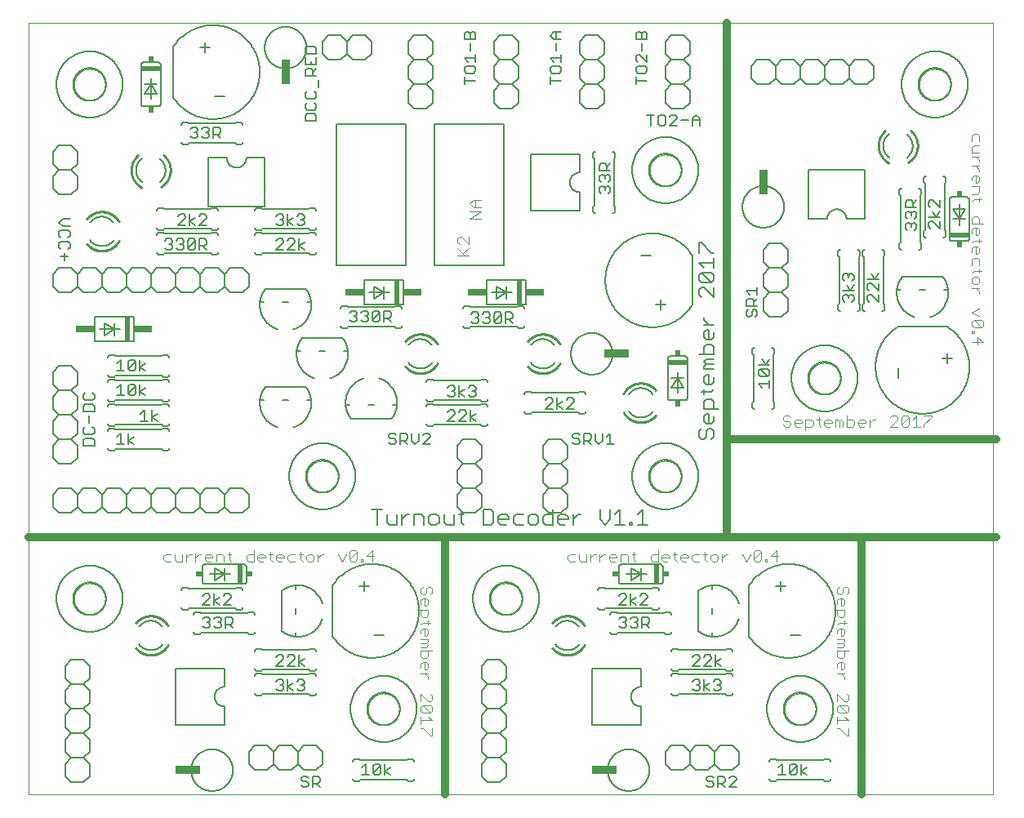
<source format=gto>
G75*
%MOIN*%
%OFA0B0*%
%FSLAX25Y25*%
%IPPOS*%
%LPD*%
%AMOC8*
5,1,8,0,0,1.08239X$1,22.5*
%
%ADD10C,0.00000*%
%ADD11C,0.00500*%
%ADD12C,0.03200*%
%ADD13C,0.00400*%
%ADD14C,0.00600*%
%ADD15R,0.02000X0.10000*%
%ADD16R,0.07500X0.03000*%
%ADD17R,0.08000X0.02000*%
%ADD18R,0.02000X0.02500*%
%ADD19R,0.03200X0.10200*%
%ADD20C,0.00800*%
%ADD21C,0.01000*%
%ADD22R,0.10200X0.03200*%
%ADD23R,0.02000X0.08000*%
%ADD24R,0.02500X0.02000*%
D10*
X0002600Y0002600D02*
X0002600Y0317561D01*
X0396301Y0317561D01*
X0396301Y0002600D01*
X0002600Y0002600D01*
X0021301Y0082600D02*
X0021303Y0082758D01*
X0021309Y0082916D01*
X0021319Y0083074D01*
X0021333Y0083232D01*
X0021351Y0083389D01*
X0021372Y0083546D01*
X0021398Y0083702D01*
X0021428Y0083858D01*
X0021461Y0084013D01*
X0021499Y0084166D01*
X0021540Y0084319D01*
X0021585Y0084471D01*
X0021634Y0084622D01*
X0021687Y0084771D01*
X0021743Y0084919D01*
X0021803Y0085065D01*
X0021867Y0085210D01*
X0021935Y0085353D01*
X0022006Y0085495D01*
X0022080Y0085635D01*
X0022158Y0085772D01*
X0022240Y0085908D01*
X0022324Y0086042D01*
X0022413Y0086173D01*
X0022504Y0086302D01*
X0022599Y0086429D01*
X0022696Y0086554D01*
X0022797Y0086676D01*
X0022901Y0086795D01*
X0023008Y0086912D01*
X0023118Y0087026D01*
X0023231Y0087137D01*
X0023346Y0087246D01*
X0023464Y0087351D01*
X0023585Y0087453D01*
X0023708Y0087553D01*
X0023834Y0087649D01*
X0023962Y0087742D01*
X0024092Y0087832D01*
X0024225Y0087918D01*
X0024360Y0088002D01*
X0024496Y0088081D01*
X0024635Y0088158D01*
X0024776Y0088230D01*
X0024918Y0088300D01*
X0025062Y0088365D01*
X0025208Y0088427D01*
X0025355Y0088485D01*
X0025504Y0088540D01*
X0025654Y0088591D01*
X0025805Y0088638D01*
X0025957Y0088681D01*
X0026110Y0088720D01*
X0026265Y0088756D01*
X0026420Y0088787D01*
X0026576Y0088815D01*
X0026732Y0088839D01*
X0026889Y0088859D01*
X0027047Y0088875D01*
X0027204Y0088887D01*
X0027363Y0088895D01*
X0027521Y0088899D01*
X0027679Y0088899D01*
X0027837Y0088895D01*
X0027996Y0088887D01*
X0028153Y0088875D01*
X0028311Y0088859D01*
X0028468Y0088839D01*
X0028624Y0088815D01*
X0028780Y0088787D01*
X0028935Y0088756D01*
X0029090Y0088720D01*
X0029243Y0088681D01*
X0029395Y0088638D01*
X0029546Y0088591D01*
X0029696Y0088540D01*
X0029845Y0088485D01*
X0029992Y0088427D01*
X0030138Y0088365D01*
X0030282Y0088300D01*
X0030424Y0088230D01*
X0030565Y0088158D01*
X0030704Y0088081D01*
X0030840Y0088002D01*
X0030975Y0087918D01*
X0031108Y0087832D01*
X0031238Y0087742D01*
X0031366Y0087649D01*
X0031492Y0087553D01*
X0031615Y0087453D01*
X0031736Y0087351D01*
X0031854Y0087246D01*
X0031969Y0087137D01*
X0032082Y0087026D01*
X0032192Y0086912D01*
X0032299Y0086795D01*
X0032403Y0086676D01*
X0032504Y0086554D01*
X0032601Y0086429D01*
X0032696Y0086302D01*
X0032787Y0086173D01*
X0032876Y0086042D01*
X0032960Y0085908D01*
X0033042Y0085772D01*
X0033120Y0085635D01*
X0033194Y0085495D01*
X0033265Y0085353D01*
X0033333Y0085210D01*
X0033397Y0085065D01*
X0033457Y0084919D01*
X0033513Y0084771D01*
X0033566Y0084622D01*
X0033615Y0084471D01*
X0033660Y0084319D01*
X0033701Y0084166D01*
X0033739Y0084013D01*
X0033772Y0083858D01*
X0033802Y0083702D01*
X0033828Y0083546D01*
X0033849Y0083389D01*
X0033867Y0083232D01*
X0033881Y0083074D01*
X0033891Y0082916D01*
X0033897Y0082758D01*
X0033899Y0082600D01*
X0033897Y0082442D01*
X0033891Y0082284D01*
X0033881Y0082126D01*
X0033867Y0081968D01*
X0033849Y0081811D01*
X0033828Y0081654D01*
X0033802Y0081498D01*
X0033772Y0081342D01*
X0033739Y0081187D01*
X0033701Y0081034D01*
X0033660Y0080881D01*
X0033615Y0080729D01*
X0033566Y0080578D01*
X0033513Y0080429D01*
X0033457Y0080281D01*
X0033397Y0080135D01*
X0033333Y0079990D01*
X0033265Y0079847D01*
X0033194Y0079705D01*
X0033120Y0079565D01*
X0033042Y0079428D01*
X0032960Y0079292D01*
X0032876Y0079158D01*
X0032787Y0079027D01*
X0032696Y0078898D01*
X0032601Y0078771D01*
X0032504Y0078646D01*
X0032403Y0078524D01*
X0032299Y0078405D01*
X0032192Y0078288D01*
X0032082Y0078174D01*
X0031969Y0078063D01*
X0031854Y0077954D01*
X0031736Y0077849D01*
X0031615Y0077747D01*
X0031492Y0077647D01*
X0031366Y0077551D01*
X0031238Y0077458D01*
X0031108Y0077368D01*
X0030975Y0077282D01*
X0030840Y0077198D01*
X0030704Y0077119D01*
X0030565Y0077042D01*
X0030424Y0076970D01*
X0030282Y0076900D01*
X0030138Y0076835D01*
X0029992Y0076773D01*
X0029845Y0076715D01*
X0029696Y0076660D01*
X0029546Y0076609D01*
X0029395Y0076562D01*
X0029243Y0076519D01*
X0029090Y0076480D01*
X0028935Y0076444D01*
X0028780Y0076413D01*
X0028624Y0076385D01*
X0028468Y0076361D01*
X0028311Y0076341D01*
X0028153Y0076325D01*
X0027996Y0076313D01*
X0027837Y0076305D01*
X0027679Y0076301D01*
X0027521Y0076301D01*
X0027363Y0076305D01*
X0027204Y0076313D01*
X0027047Y0076325D01*
X0026889Y0076341D01*
X0026732Y0076361D01*
X0026576Y0076385D01*
X0026420Y0076413D01*
X0026265Y0076444D01*
X0026110Y0076480D01*
X0025957Y0076519D01*
X0025805Y0076562D01*
X0025654Y0076609D01*
X0025504Y0076660D01*
X0025355Y0076715D01*
X0025208Y0076773D01*
X0025062Y0076835D01*
X0024918Y0076900D01*
X0024776Y0076970D01*
X0024635Y0077042D01*
X0024496Y0077119D01*
X0024360Y0077198D01*
X0024225Y0077282D01*
X0024092Y0077368D01*
X0023962Y0077458D01*
X0023834Y0077551D01*
X0023708Y0077647D01*
X0023585Y0077747D01*
X0023464Y0077849D01*
X0023346Y0077954D01*
X0023231Y0078063D01*
X0023118Y0078174D01*
X0023008Y0078288D01*
X0022901Y0078405D01*
X0022797Y0078524D01*
X0022696Y0078646D01*
X0022599Y0078771D01*
X0022504Y0078898D01*
X0022413Y0079027D01*
X0022324Y0079158D01*
X0022240Y0079292D01*
X0022158Y0079428D01*
X0022080Y0079565D01*
X0022006Y0079705D01*
X0021935Y0079847D01*
X0021867Y0079990D01*
X0021803Y0080135D01*
X0021743Y0080281D01*
X0021687Y0080429D01*
X0021634Y0080578D01*
X0021585Y0080729D01*
X0021540Y0080881D01*
X0021499Y0081034D01*
X0021461Y0081187D01*
X0021428Y0081342D01*
X0021398Y0081498D01*
X0021372Y0081654D01*
X0021351Y0081811D01*
X0021333Y0081968D01*
X0021319Y0082126D01*
X0021309Y0082284D01*
X0021303Y0082442D01*
X0021301Y0082600D01*
X0116301Y0132600D02*
X0116303Y0132758D01*
X0116309Y0132916D01*
X0116319Y0133074D01*
X0116333Y0133232D01*
X0116351Y0133389D01*
X0116372Y0133546D01*
X0116398Y0133702D01*
X0116428Y0133858D01*
X0116461Y0134013D01*
X0116499Y0134166D01*
X0116540Y0134319D01*
X0116585Y0134471D01*
X0116634Y0134622D01*
X0116687Y0134771D01*
X0116743Y0134919D01*
X0116803Y0135065D01*
X0116867Y0135210D01*
X0116935Y0135353D01*
X0117006Y0135495D01*
X0117080Y0135635D01*
X0117158Y0135772D01*
X0117240Y0135908D01*
X0117324Y0136042D01*
X0117413Y0136173D01*
X0117504Y0136302D01*
X0117599Y0136429D01*
X0117696Y0136554D01*
X0117797Y0136676D01*
X0117901Y0136795D01*
X0118008Y0136912D01*
X0118118Y0137026D01*
X0118231Y0137137D01*
X0118346Y0137246D01*
X0118464Y0137351D01*
X0118585Y0137453D01*
X0118708Y0137553D01*
X0118834Y0137649D01*
X0118962Y0137742D01*
X0119092Y0137832D01*
X0119225Y0137918D01*
X0119360Y0138002D01*
X0119496Y0138081D01*
X0119635Y0138158D01*
X0119776Y0138230D01*
X0119918Y0138300D01*
X0120062Y0138365D01*
X0120208Y0138427D01*
X0120355Y0138485D01*
X0120504Y0138540D01*
X0120654Y0138591D01*
X0120805Y0138638D01*
X0120957Y0138681D01*
X0121110Y0138720D01*
X0121265Y0138756D01*
X0121420Y0138787D01*
X0121576Y0138815D01*
X0121732Y0138839D01*
X0121889Y0138859D01*
X0122047Y0138875D01*
X0122204Y0138887D01*
X0122363Y0138895D01*
X0122521Y0138899D01*
X0122679Y0138899D01*
X0122837Y0138895D01*
X0122996Y0138887D01*
X0123153Y0138875D01*
X0123311Y0138859D01*
X0123468Y0138839D01*
X0123624Y0138815D01*
X0123780Y0138787D01*
X0123935Y0138756D01*
X0124090Y0138720D01*
X0124243Y0138681D01*
X0124395Y0138638D01*
X0124546Y0138591D01*
X0124696Y0138540D01*
X0124845Y0138485D01*
X0124992Y0138427D01*
X0125138Y0138365D01*
X0125282Y0138300D01*
X0125424Y0138230D01*
X0125565Y0138158D01*
X0125704Y0138081D01*
X0125840Y0138002D01*
X0125975Y0137918D01*
X0126108Y0137832D01*
X0126238Y0137742D01*
X0126366Y0137649D01*
X0126492Y0137553D01*
X0126615Y0137453D01*
X0126736Y0137351D01*
X0126854Y0137246D01*
X0126969Y0137137D01*
X0127082Y0137026D01*
X0127192Y0136912D01*
X0127299Y0136795D01*
X0127403Y0136676D01*
X0127504Y0136554D01*
X0127601Y0136429D01*
X0127696Y0136302D01*
X0127787Y0136173D01*
X0127876Y0136042D01*
X0127960Y0135908D01*
X0128042Y0135772D01*
X0128120Y0135635D01*
X0128194Y0135495D01*
X0128265Y0135353D01*
X0128333Y0135210D01*
X0128397Y0135065D01*
X0128457Y0134919D01*
X0128513Y0134771D01*
X0128566Y0134622D01*
X0128615Y0134471D01*
X0128660Y0134319D01*
X0128701Y0134166D01*
X0128739Y0134013D01*
X0128772Y0133858D01*
X0128802Y0133702D01*
X0128828Y0133546D01*
X0128849Y0133389D01*
X0128867Y0133232D01*
X0128881Y0133074D01*
X0128891Y0132916D01*
X0128897Y0132758D01*
X0128899Y0132600D01*
X0128897Y0132442D01*
X0128891Y0132284D01*
X0128881Y0132126D01*
X0128867Y0131968D01*
X0128849Y0131811D01*
X0128828Y0131654D01*
X0128802Y0131498D01*
X0128772Y0131342D01*
X0128739Y0131187D01*
X0128701Y0131034D01*
X0128660Y0130881D01*
X0128615Y0130729D01*
X0128566Y0130578D01*
X0128513Y0130429D01*
X0128457Y0130281D01*
X0128397Y0130135D01*
X0128333Y0129990D01*
X0128265Y0129847D01*
X0128194Y0129705D01*
X0128120Y0129565D01*
X0128042Y0129428D01*
X0127960Y0129292D01*
X0127876Y0129158D01*
X0127787Y0129027D01*
X0127696Y0128898D01*
X0127601Y0128771D01*
X0127504Y0128646D01*
X0127403Y0128524D01*
X0127299Y0128405D01*
X0127192Y0128288D01*
X0127082Y0128174D01*
X0126969Y0128063D01*
X0126854Y0127954D01*
X0126736Y0127849D01*
X0126615Y0127747D01*
X0126492Y0127647D01*
X0126366Y0127551D01*
X0126238Y0127458D01*
X0126108Y0127368D01*
X0125975Y0127282D01*
X0125840Y0127198D01*
X0125704Y0127119D01*
X0125565Y0127042D01*
X0125424Y0126970D01*
X0125282Y0126900D01*
X0125138Y0126835D01*
X0124992Y0126773D01*
X0124845Y0126715D01*
X0124696Y0126660D01*
X0124546Y0126609D01*
X0124395Y0126562D01*
X0124243Y0126519D01*
X0124090Y0126480D01*
X0123935Y0126444D01*
X0123780Y0126413D01*
X0123624Y0126385D01*
X0123468Y0126361D01*
X0123311Y0126341D01*
X0123153Y0126325D01*
X0122996Y0126313D01*
X0122837Y0126305D01*
X0122679Y0126301D01*
X0122521Y0126301D01*
X0122363Y0126305D01*
X0122204Y0126313D01*
X0122047Y0126325D01*
X0121889Y0126341D01*
X0121732Y0126361D01*
X0121576Y0126385D01*
X0121420Y0126413D01*
X0121265Y0126444D01*
X0121110Y0126480D01*
X0120957Y0126519D01*
X0120805Y0126562D01*
X0120654Y0126609D01*
X0120504Y0126660D01*
X0120355Y0126715D01*
X0120208Y0126773D01*
X0120062Y0126835D01*
X0119918Y0126900D01*
X0119776Y0126970D01*
X0119635Y0127042D01*
X0119496Y0127119D01*
X0119360Y0127198D01*
X0119225Y0127282D01*
X0119092Y0127368D01*
X0118962Y0127458D01*
X0118834Y0127551D01*
X0118708Y0127647D01*
X0118585Y0127747D01*
X0118464Y0127849D01*
X0118346Y0127954D01*
X0118231Y0128063D01*
X0118118Y0128174D01*
X0118008Y0128288D01*
X0117901Y0128405D01*
X0117797Y0128524D01*
X0117696Y0128646D01*
X0117599Y0128771D01*
X0117504Y0128898D01*
X0117413Y0129027D01*
X0117324Y0129158D01*
X0117240Y0129292D01*
X0117158Y0129428D01*
X0117080Y0129565D01*
X0117006Y0129705D01*
X0116935Y0129847D01*
X0116867Y0129990D01*
X0116803Y0130135D01*
X0116743Y0130281D01*
X0116687Y0130429D01*
X0116634Y0130578D01*
X0116585Y0130729D01*
X0116540Y0130881D01*
X0116499Y0131034D01*
X0116461Y0131187D01*
X0116428Y0131342D01*
X0116398Y0131498D01*
X0116372Y0131654D01*
X0116351Y0131811D01*
X0116333Y0131968D01*
X0116319Y0132126D01*
X0116309Y0132284D01*
X0116303Y0132442D01*
X0116301Y0132600D01*
X0191301Y0082600D02*
X0191303Y0082758D01*
X0191309Y0082916D01*
X0191319Y0083074D01*
X0191333Y0083232D01*
X0191351Y0083389D01*
X0191372Y0083546D01*
X0191398Y0083702D01*
X0191428Y0083858D01*
X0191461Y0084013D01*
X0191499Y0084166D01*
X0191540Y0084319D01*
X0191585Y0084471D01*
X0191634Y0084622D01*
X0191687Y0084771D01*
X0191743Y0084919D01*
X0191803Y0085065D01*
X0191867Y0085210D01*
X0191935Y0085353D01*
X0192006Y0085495D01*
X0192080Y0085635D01*
X0192158Y0085772D01*
X0192240Y0085908D01*
X0192324Y0086042D01*
X0192413Y0086173D01*
X0192504Y0086302D01*
X0192599Y0086429D01*
X0192696Y0086554D01*
X0192797Y0086676D01*
X0192901Y0086795D01*
X0193008Y0086912D01*
X0193118Y0087026D01*
X0193231Y0087137D01*
X0193346Y0087246D01*
X0193464Y0087351D01*
X0193585Y0087453D01*
X0193708Y0087553D01*
X0193834Y0087649D01*
X0193962Y0087742D01*
X0194092Y0087832D01*
X0194225Y0087918D01*
X0194360Y0088002D01*
X0194496Y0088081D01*
X0194635Y0088158D01*
X0194776Y0088230D01*
X0194918Y0088300D01*
X0195062Y0088365D01*
X0195208Y0088427D01*
X0195355Y0088485D01*
X0195504Y0088540D01*
X0195654Y0088591D01*
X0195805Y0088638D01*
X0195957Y0088681D01*
X0196110Y0088720D01*
X0196265Y0088756D01*
X0196420Y0088787D01*
X0196576Y0088815D01*
X0196732Y0088839D01*
X0196889Y0088859D01*
X0197047Y0088875D01*
X0197204Y0088887D01*
X0197363Y0088895D01*
X0197521Y0088899D01*
X0197679Y0088899D01*
X0197837Y0088895D01*
X0197996Y0088887D01*
X0198153Y0088875D01*
X0198311Y0088859D01*
X0198468Y0088839D01*
X0198624Y0088815D01*
X0198780Y0088787D01*
X0198935Y0088756D01*
X0199090Y0088720D01*
X0199243Y0088681D01*
X0199395Y0088638D01*
X0199546Y0088591D01*
X0199696Y0088540D01*
X0199845Y0088485D01*
X0199992Y0088427D01*
X0200138Y0088365D01*
X0200282Y0088300D01*
X0200424Y0088230D01*
X0200565Y0088158D01*
X0200704Y0088081D01*
X0200840Y0088002D01*
X0200975Y0087918D01*
X0201108Y0087832D01*
X0201238Y0087742D01*
X0201366Y0087649D01*
X0201492Y0087553D01*
X0201615Y0087453D01*
X0201736Y0087351D01*
X0201854Y0087246D01*
X0201969Y0087137D01*
X0202082Y0087026D01*
X0202192Y0086912D01*
X0202299Y0086795D01*
X0202403Y0086676D01*
X0202504Y0086554D01*
X0202601Y0086429D01*
X0202696Y0086302D01*
X0202787Y0086173D01*
X0202876Y0086042D01*
X0202960Y0085908D01*
X0203042Y0085772D01*
X0203120Y0085635D01*
X0203194Y0085495D01*
X0203265Y0085353D01*
X0203333Y0085210D01*
X0203397Y0085065D01*
X0203457Y0084919D01*
X0203513Y0084771D01*
X0203566Y0084622D01*
X0203615Y0084471D01*
X0203660Y0084319D01*
X0203701Y0084166D01*
X0203739Y0084013D01*
X0203772Y0083858D01*
X0203802Y0083702D01*
X0203828Y0083546D01*
X0203849Y0083389D01*
X0203867Y0083232D01*
X0203881Y0083074D01*
X0203891Y0082916D01*
X0203897Y0082758D01*
X0203899Y0082600D01*
X0203897Y0082442D01*
X0203891Y0082284D01*
X0203881Y0082126D01*
X0203867Y0081968D01*
X0203849Y0081811D01*
X0203828Y0081654D01*
X0203802Y0081498D01*
X0203772Y0081342D01*
X0203739Y0081187D01*
X0203701Y0081034D01*
X0203660Y0080881D01*
X0203615Y0080729D01*
X0203566Y0080578D01*
X0203513Y0080429D01*
X0203457Y0080281D01*
X0203397Y0080135D01*
X0203333Y0079990D01*
X0203265Y0079847D01*
X0203194Y0079705D01*
X0203120Y0079565D01*
X0203042Y0079428D01*
X0202960Y0079292D01*
X0202876Y0079158D01*
X0202787Y0079027D01*
X0202696Y0078898D01*
X0202601Y0078771D01*
X0202504Y0078646D01*
X0202403Y0078524D01*
X0202299Y0078405D01*
X0202192Y0078288D01*
X0202082Y0078174D01*
X0201969Y0078063D01*
X0201854Y0077954D01*
X0201736Y0077849D01*
X0201615Y0077747D01*
X0201492Y0077647D01*
X0201366Y0077551D01*
X0201238Y0077458D01*
X0201108Y0077368D01*
X0200975Y0077282D01*
X0200840Y0077198D01*
X0200704Y0077119D01*
X0200565Y0077042D01*
X0200424Y0076970D01*
X0200282Y0076900D01*
X0200138Y0076835D01*
X0199992Y0076773D01*
X0199845Y0076715D01*
X0199696Y0076660D01*
X0199546Y0076609D01*
X0199395Y0076562D01*
X0199243Y0076519D01*
X0199090Y0076480D01*
X0198935Y0076444D01*
X0198780Y0076413D01*
X0198624Y0076385D01*
X0198468Y0076361D01*
X0198311Y0076341D01*
X0198153Y0076325D01*
X0197996Y0076313D01*
X0197837Y0076305D01*
X0197679Y0076301D01*
X0197521Y0076301D01*
X0197363Y0076305D01*
X0197204Y0076313D01*
X0197047Y0076325D01*
X0196889Y0076341D01*
X0196732Y0076361D01*
X0196576Y0076385D01*
X0196420Y0076413D01*
X0196265Y0076444D01*
X0196110Y0076480D01*
X0195957Y0076519D01*
X0195805Y0076562D01*
X0195654Y0076609D01*
X0195504Y0076660D01*
X0195355Y0076715D01*
X0195208Y0076773D01*
X0195062Y0076835D01*
X0194918Y0076900D01*
X0194776Y0076970D01*
X0194635Y0077042D01*
X0194496Y0077119D01*
X0194360Y0077198D01*
X0194225Y0077282D01*
X0194092Y0077368D01*
X0193962Y0077458D01*
X0193834Y0077551D01*
X0193708Y0077647D01*
X0193585Y0077747D01*
X0193464Y0077849D01*
X0193346Y0077954D01*
X0193231Y0078063D01*
X0193118Y0078174D01*
X0193008Y0078288D01*
X0192901Y0078405D01*
X0192797Y0078524D01*
X0192696Y0078646D01*
X0192599Y0078771D01*
X0192504Y0078898D01*
X0192413Y0079027D01*
X0192324Y0079158D01*
X0192240Y0079292D01*
X0192158Y0079428D01*
X0192080Y0079565D01*
X0192006Y0079705D01*
X0191935Y0079847D01*
X0191867Y0079990D01*
X0191803Y0080135D01*
X0191743Y0080281D01*
X0191687Y0080429D01*
X0191634Y0080578D01*
X0191585Y0080729D01*
X0191540Y0080881D01*
X0191499Y0081034D01*
X0191461Y0081187D01*
X0191428Y0081342D01*
X0191398Y0081498D01*
X0191372Y0081654D01*
X0191351Y0081811D01*
X0191333Y0081968D01*
X0191319Y0082126D01*
X0191309Y0082284D01*
X0191303Y0082442D01*
X0191301Y0082600D01*
X0141301Y0037600D02*
X0141303Y0037758D01*
X0141309Y0037916D01*
X0141319Y0038074D01*
X0141333Y0038232D01*
X0141351Y0038389D01*
X0141372Y0038546D01*
X0141398Y0038702D01*
X0141428Y0038858D01*
X0141461Y0039013D01*
X0141499Y0039166D01*
X0141540Y0039319D01*
X0141585Y0039471D01*
X0141634Y0039622D01*
X0141687Y0039771D01*
X0141743Y0039919D01*
X0141803Y0040065D01*
X0141867Y0040210D01*
X0141935Y0040353D01*
X0142006Y0040495D01*
X0142080Y0040635D01*
X0142158Y0040772D01*
X0142240Y0040908D01*
X0142324Y0041042D01*
X0142413Y0041173D01*
X0142504Y0041302D01*
X0142599Y0041429D01*
X0142696Y0041554D01*
X0142797Y0041676D01*
X0142901Y0041795D01*
X0143008Y0041912D01*
X0143118Y0042026D01*
X0143231Y0042137D01*
X0143346Y0042246D01*
X0143464Y0042351D01*
X0143585Y0042453D01*
X0143708Y0042553D01*
X0143834Y0042649D01*
X0143962Y0042742D01*
X0144092Y0042832D01*
X0144225Y0042918D01*
X0144360Y0043002D01*
X0144496Y0043081D01*
X0144635Y0043158D01*
X0144776Y0043230D01*
X0144918Y0043300D01*
X0145062Y0043365D01*
X0145208Y0043427D01*
X0145355Y0043485D01*
X0145504Y0043540D01*
X0145654Y0043591D01*
X0145805Y0043638D01*
X0145957Y0043681D01*
X0146110Y0043720D01*
X0146265Y0043756D01*
X0146420Y0043787D01*
X0146576Y0043815D01*
X0146732Y0043839D01*
X0146889Y0043859D01*
X0147047Y0043875D01*
X0147204Y0043887D01*
X0147363Y0043895D01*
X0147521Y0043899D01*
X0147679Y0043899D01*
X0147837Y0043895D01*
X0147996Y0043887D01*
X0148153Y0043875D01*
X0148311Y0043859D01*
X0148468Y0043839D01*
X0148624Y0043815D01*
X0148780Y0043787D01*
X0148935Y0043756D01*
X0149090Y0043720D01*
X0149243Y0043681D01*
X0149395Y0043638D01*
X0149546Y0043591D01*
X0149696Y0043540D01*
X0149845Y0043485D01*
X0149992Y0043427D01*
X0150138Y0043365D01*
X0150282Y0043300D01*
X0150424Y0043230D01*
X0150565Y0043158D01*
X0150704Y0043081D01*
X0150840Y0043002D01*
X0150975Y0042918D01*
X0151108Y0042832D01*
X0151238Y0042742D01*
X0151366Y0042649D01*
X0151492Y0042553D01*
X0151615Y0042453D01*
X0151736Y0042351D01*
X0151854Y0042246D01*
X0151969Y0042137D01*
X0152082Y0042026D01*
X0152192Y0041912D01*
X0152299Y0041795D01*
X0152403Y0041676D01*
X0152504Y0041554D01*
X0152601Y0041429D01*
X0152696Y0041302D01*
X0152787Y0041173D01*
X0152876Y0041042D01*
X0152960Y0040908D01*
X0153042Y0040772D01*
X0153120Y0040635D01*
X0153194Y0040495D01*
X0153265Y0040353D01*
X0153333Y0040210D01*
X0153397Y0040065D01*
X0153457Y0039919D01*
X0153513Y0039771D01*
X0153566Y0039622D01*
X0153615Y0039471D01*
X0153660Y0039319D01*
X0153701Y0039166D01*
X0153739Y0039013D01*
X0153772Y0038858D01*
X0153802Y0038702D01*
X0153828Y0038546D01*
X0153849Y0038389D01*
X0153867Y0038232D01*
X0153881Y0038074D01*
X0153891Y0037916D01*
X0153897Y0037758D01*
X0153899Y0037600D01*
X0153897Y0037442D01*
X0153891Y0037284D01*
X0153881Y0037126D01*
X0153867Y0036968D01*
X0153849Y0036811D01*
X0153828Y0036654D01*
X0153802Y0036498D01*
X0153772Y0036342D01*
X0153739Y0036187D01*
X0153701Y0036034D01*
X0153660Y0035881D01*
X0153615Y0035729D01*
X0153566Y0035578D01*
X0153513Y0035429D01*
X0153457Y0035281D01*
X0153397Y0035135D01*
X0153333Y0034990D01*
X0153265Y0034847D01*
X0153194Y0034705D01*
X0153120Y0034565D01*
X0153042Y0034428D01*
X0152960Y0034292D01*
X0152876Y0034158D01*
X0152787Y0034027D01*
X0152696Y0033898D01*
X0152601Y0033771D01*
X0152504Y0033646D01*
X0152403Y0033524D01*
X0152299Y0033405D01*
X0152192Y0033288D01*
X0152082Y0033174D01*
X0151969Y0033063D01*
X0151854Y0032954D01*
X0151736Y0032849D01*
X0151615Y0032747D01*
X0151492Y0032647D01*
X0151366Y0032551D01*
X0151238Y0032458D01*
X0151108Y0032368D01*
X0150975Y0032282D01*
X0150840Y0032198D01*
X0150704Y0032119D01*
X0150565Y0032042D01*
X0150424Y0031970D01*
X0150282Y0031900D01*
X0150138Y0031835D01*
X0149992Y0031773D01*
X0149845Y0031715D01*
X0149696Y0031660D01*
X0149546Y0031609D01*
X0149395Y0031562D01*
X0149243Y0031519D01*
X0149090Y0031480D01*
X0148935Y0031444D01*
X0148780Y0031413D01*
X0148624Y0031385D01*
X0148468Y0031361D01*
X0148311Y0031341D01*
X0148153Y0031325D01*
X0147996Y0031313D01*
X0147837Y0031305D01*
X0147679Y0031301D01*
X0147521Y0031301D01*
X0147363Y0031305D01*
X0147204Y0031313D01*
X0147047Y0031325D01*
X0146889Y0031341D01*
X0146732Y0031361D01*
X0146576Y0031385D01*
X0146420Y0031413D01*
X0146265Y0031444D01*
X0146110Y0031480D01*
X0145957Y0031519D01*
X0145805Y0031562D01*
X0145654Y0031609D01*
X0145504Y0031660D01*
X0145355Y0031715D01*
X0145208Y0031773D01*
X0145062Y0031835D01*
X0144918Y0031900D01*
X0144776Y0031970D01*
X0144635Y0032042D01*
X0144496Y0032119D01*
X0144360Y0032198D01*
X0144225Y0032282D01*
X0144092Y0032368D01*
X0143962Y0032458D01*
X0143834Y0032551D01*
X0143708Y0032647D01*
X0143585Y0032747D01*
X0143464Y0032849D01*
X0143346Y0032954D01*
X0143231Y0033063D01*
X0143118Y0033174D01*
X0143008Y0033288D01*
X0142901Y0033405D01*
X0142797Y0033524D01*
X0142696Y0033646D01*
X0142599Y0033771D01*
X0142504Y0033898D01*
X0142413Y0034027D01*
X0142324Y0034158D01*
X0142240Y0034292D01*
X0142158Y0034428D01*
X0142080Y0034565D01*
X0142006Y0034705D01*
X0141935Y0034847D01*
X0141867Y0034990D01*
X0141803Y0035135D01*
X0141743Y0035281D01*
X0141687Y0035429D01*
X0141634Y0035578D01*
X0141585Y0035729D01*
X0141540Y0035881D01*
X0141499Y0036034D01*
X0141461Y0036187D01*
X0141428Y0036342D01*
X0141398Y0036498D01*
X0141372Y0036654D01*
X0141351Y0036811D01*
X0141333Y0036968D01*
X0141319Y0037126D01*
X0141309Y0037284D01*
X0141303Y0037442D01*
X0141301Y0037600D01*
X0256301Y0132600D02*
X0256303Y0132758D01*
X0256309Y0132916D01*
X0256319Y0133074D01*
X0256333Y0133232D01*
X0256351Y0133389D01*
X0256372Y0133546D01*
X0256398Y0133702D01*
X0256428Y0133858D01*
X0256461Y0134013D01*
X0256499Y0134166D01*
X0256540Y0134319D01*
X0256585Y0134471D01*
X0256634Y0134622D01*
X0256687Y0134771D01*
X0256743Y0134919D01*
X0256803Y0135065D01*
X0256867Y0135210D01*
X0256935Y0135353D01*
X0257006Y0135495D01*
X0257080Y0135635D01*
X0257158Y0135772D01*
X0257240Y0135908D01*
X0257324Y0136042D01*
X0257413Y0136173D01*
X0257504Y0136302D01*
X0257599Y0136429D01*
X0257696Y0136554D01*
X0257797Y0136676D01*
X0257901Y0136795D01*
X0258008Y0136912D01*
X0258118Y0137026D01*
X0258231Y0137137D01*
X0258346Y0137246D01*
X0258464Y0137351D01*
X0258585Y0137453D01*
X0258708Y0137553D01*
X0258834Y0137649D01*
X0258962Y0137742D01*
X0259092Y0137832D01*
X0259225Y0137918D01*
X0259360Y0138002D01*
X0259496Y0138081D01*
X0259635Y0138158D01*
X0259776Y0138230D01*
X0259918Y0138300D01*
X0260062Y0138365D01*
X0260208Y0138427D01*
X0260355Y0138485D01*
X0260504Y0138540D01*
X0260654Y0138591D01*
X0260805Y0138638D01*
X0260957Y0138681D01*
X0261110Y0138720D01*
X0261265Y0138756D01*
X0261420Y0138787D01*
X0261576Y0138815D01*
X0261732Y0138839D01*
X0261889Y0138859D01*
X0262047Y0138875D01*
X0262204Y0138887D01*
X0262363Y0138895D01*
X0262521Y0138899D01*
X0262679Y0138899D01*
X0262837Y0138895D01*
X0262996Y0138887D01*
X0263153Y0138875D01*
X0263311Y0138859D01*
X0263468Y0138839D01*
X0263624Y0138815D01*
X0263780Y0138787D01*
X0263935Y0138756D01*
X0264090Y0138720D01*
X0264243Y0138681D01*
X0264395Y0138638D01*
X0264546Y0138591D01*
X0264696Y0138540D01*
X0264845Y0138485D01*
X0264992Y0138427D01*
X0265138Y0138365D01*
X0265282Y0138300D01*
X0265424Y0138230D01*
X0265565Y0138158D01*
X0265704Y0138081D01*
X0265840Y0138002D01*
X0265975Y0137918D01*
X0266108Y0137832D01*
X0266238Y0137742D01*
X0266366Y0137649D01*
X0266492Y0137553D01*
X0266615Y0137453D01*
X0266736Y0137351D01*
X0266854Y0137246D01*
X0266969Y0137137D01*
X0267082Y0137026D01*
X0267192Y0136912D01*
X0267299Y0136795D01*
X0267403Y0136676D01*
X0267504Y0136554D01*
X0267601Y0136429D01*
X0267696Y0136302D01*
X0267787Y0136173D01*
X0267876Y0136042D01*
X0267960Y0135908D01*
X0268042Y0135772D01*
X0268120Y0135635D01*
X0268194Y0135495D01*
X0268265Y0135353D01*
X0268333Y0135210D01*
X0268397Y0135065D01*
X0268457Y0134919D01*
X0268513Y0134771D01*
X0268566Y0134622D01*
X0268615Y0134471D01*
X0268660Y0134319D01*
X0268701Y0134166D01*
X0268739Y0134013D01*
X0268772Y0133858D01*
X0268802Y0133702D01*
X0268828Y0133546D01*
X0268849Y0133389D01*
X0268867Y0133232D01*
X0268881Y0133074D01*
X0268891Y0132916D01*
X0268897Y0132758D01*
X0268899Y0132600D01*
X0268897Y0132442D01*
X0268891Y0132284D01*
X0268881Y0132126D01*
X0268867Y0131968D01*
X0268849Y0131811D01*
X0268828Y0131654D01*
X0268802Y0131498D01*
X0268772Y0131342D01*
X0268739Y0131187D01*
X0268701Y0131034D01*
X0268660Y0130881D01*
X0268615Y0130729D01*
X0268566Y0130578D01*
X0268513Y0130429D01*
X0268457Y0130281D01*
X0268397Y0130135D01*
X0268333Y0129990D01*
X0268265Y0129847D01*
X0268194Y0129705D01*
X0268120Y0129565D01*
X0268042Y0129428D01*
X0267960Y0129292D01*
X0267876Y0129158D01*
X0267787Y0129027D01*
X0267696Y0128898D01*
X0267601Y0128771D01*
X0267504Y0128646D01*
X0267403Y0128524D01*
X0267299Y0128405D01*
X0267192Y0128288D01*
X0267082Y0128174D01*
X0266969Y0128063D01*
X0266854Y0127954D01*
X0266736Y0127849D01*
X0266615Y0127747D01*
X0266492Y0127647D01*
X0266366Y0127551D01*
X0266238Y0127458D01*
X0266108Y0127368D01*
X0265975Y0127282D01*
X0265840Y0127198D01*
X0265704Y0127119D01*
X0265565Y0127042D01*
X0265424Y0126970D01*
X0265282Y0126900D01*
X0265138Y0126835D01*
X0264992Y0126773D01*
X0264845Y0126715D01*
X0264696Y0126660D01*
X0264546Y0126609D01*
X0264395Y0126562D01*
X0264243Y0126519D01*
X0264090Y0126480D01*
X0263935Y0126444D01*
X0263780Y0126413D01*
X0263624Y0126385D01*
X0263468Y0126361D01*
X0263311Y0126341D01*
X0263153Y0126325D01*
X0262996Y0126313D01*
X0262837Y0126305D01*
X0262679Y0126301D01*
X0262521Y0126301D01*
X0262363Y0126305D01*
X0262204Y0126313D01*
X0262047Y0126325D01*
X0261889Y0126341D01*
X0261732Y0126361D01*
X0261576Y0126385D01*
X0261420Y0126413D01*
X0261265Y0126444D01*
X0261110Y0126480D01*
X0260957Y0126519D01*
X0260805Y0126562D01*
X0260654Y0126609D01*
X0260504Y0126660D01*
X0260355Y0126715D01*
X0260208Y0126773D01*
X0260062Y0126835D01*
X0259918Y0126900D01*
X0259776Y0126970D01*
X0259635Y0127042D01*
X0259496Y0127119D01*
X0259360Y0127198D01*
X0259225Y0127282D01*
X0259092Y0127368D01*
X0258962Y0127458D01*
X0258834Y0127551D01*
X0258708Y0127647D01*
X0258585Y0127747D01*
X0258464Y0127849D01*
X0258346Y0127954D01*
X0258231Y0128063D01*
X0258118Y0128174D01*
X0258008Y0128288D01*
X0257901Y0128405D01*
X0257797Y0128524D01*
X0257696Y0128646D01*
X0257599Y0128771D01*
X0257504Y0128898D01*
X0257413Y0129027D01*
X0257324Y0129158D01*
X0257240Y0129292D01*
X0257158Y0129428D01*
X0257080Y0129565D01*
X0257006Y0129705D01*
X0256935Y0129847D01*
X0256867Y0129990D01*
X0256803Y0130135D01*
X0256743Y0130281D01*
X0256687Y0130429D01*
X0256634Y0130578D01*
X0256585Y0130729D01*
X0256540Y0130881D01*
X0256499Y0131034D01*
X0256461Y0131187D01*
X0256428Y0131342D01*
X0256398Y0131498D01*
X0256372Y0131654D01*
X0256351Y0131811D01*
X0256333Y0131968D01*
X0256319Y0132126D01*
X0256309Y0132284D01*
X0256303Y0132442D01*
X0256301Y0132600D01*
X0321301Y0172600D02*
X0321303Y0172758D01*
X0321309Y0172916D01*
X0321319Y0173074D01*
X0321333Y0173232D01*
X0321351Y0173389D01*
X0321372Y0173546D01*
X0321398Y0173702D01*
X0321428Y0173858D01*
X0321461Y0174013D01*
X0321499Y0174166D01*
X0321540Y0174319D01*
X0321585Y0174471D01*
X0321634Y0174622D01*
X0321687Y0174771D01*
X0321743Y0174919D01*
X0321803Y0175065D01*
X0321867Y0175210D01*
X0321935Y0175353D01*
X0322006Y0175495D01*
X0322080Y0175635D01*
X0322158Y0175772D01*
X0322240Y0175908D01*
X0322324Y0176042D01*
X0322413Y0176173D01*
X0322504Y0176302D01*
X0322599Y0176429D01*
X0322696Y0176554D01*
X0322797Y0176676D01*
X0322901Y0176795D01*
X0323008Y0176912D01*
X0323118Y0177026D01*
X0323231Y0177137D01*
X0323346Y0177246D01*
X0323464Y0177351D01*
X0323585Y0177453D01*
X0323708Y0177553D01*
X0323834Y0177649D01*
X0323962Y0177742D01*
X0324092Y0177832D01*
X0324225Y0177918D01*
X0324360Y0178002D01*
X0324496Y0178081D01*
X0324635Y0178158D01*
X0324776Y0178230D01*
X0324918Y0178300D01*
X0325062Y0178365D01*
X0325208Y0178427D01*
X0325355Y0178485D01*
X0325504Y0178540D01*
X0325654Y0178591D01*
X0325805Y0178638D01*
X0325957Y0178681D01*
X0326110Y0178720D01*
X0326265Y0178756D01*
X0326420Y0178787D01*
X0326576Y0178815D01*
X0326732Y0178839D01*
X0326889Y0178859D01*
X0327047Y0178875D01*
X0327204Y0178887D01*
X0327363Y0178895D01*
X0327521Y0178899D01*
X0327679Y0178899D01*
X0327837Y0178895D01*
X0327996Y0178887D01*
X0328153Y0178875D01*
X0328311Y0178859D01*
X0328468Y0178839D01*
X0328624Y0178815D01*
X0328780Y0178787D01*
X0328935Y0178756D01*
X0329090Y0178720D01*
X0329243Y0178681D01*
X0329395Y0178638D01*
X0329546Y0178591D01*
X0329696Y0178540D01*
X0329845Y0178485D01*
X0329992Y0178427D01*
X0330138Y0178365D01*
X0330282Y0178300D01*
X0330424Y0178230D01*
X0330565Y0178158D01*
X0330704Y0178081D01*
X0330840Y0178002D01*
X0330975Y0177918D01*
X0331108Y0177832D01*
X0331238Y0177742D01*
X0331366Y0177649D01*
X0331492Y0177553D01*
X0331615Y0177453D01*
X0331736Y0177351D01*
X0331854Y0177246D01*
X0331969Y0177137D01*
X0332082Y0177026D01*
X0332192Y0176912D01*
X0332299Y0176795D01*
X0332403Y0176676D01*
X0332504Y0176554D01*
X0332601Y0176429D01*
X0332696Y0176302D01*
X0332787Y0176173D01*
X0332876Y0176042D01*
X0332960Y0175908D01*
X0333042Y0175772D01*
X0333120Y0175635D01*
X0333194Y0175495D01*
X0333265Y0175353D01*
X0333333Y0175210D01*
X0333397Y0175065D01*
X0333457Y0174919D01*
X0333513Y0174771D01*
X0333566Y0174622D01*
X0333615Y0174471D01*
X0333660Y0174319D01*
X0333701Y0174166D01*
X0333739Y0174013D01*
X0333772Y0173858D01*
X0333802Y0173702D01*
X0333828Y0173546D01*
X0333849Y0173389D01*
X0333867Y0173232D01*
X0333881Y0173074D01*
X0333891Y0172916D01*
X0333897Y0172758D01*
X0333899Y0172600D01*
X0333897Y0172442D01*
X0333891Y0172284D01*
X0333881Y0172126D01*
X0333867Y0171968D01*
X0333849Y0171811D01*
X0333828Y0171654D01*
X0333802Y0171498D01*
X0333772Y0171342D01*
X0333739Y0171187D01*
X0333701Y0171034D01*
X0333660Y0170881D01*
X0333615Y0170729D01*
X0333566Y0170578D01*
X0333513Y0170429D01*
X0333457Y0170281D01*
X0333397Y0170135D01*
X0333333Y0169990D01*
X0333265Y0169847D01*
X0333194Y0169705D01*
X0333120Y0169565D01*
X0333042Y0169428D01*
X0332960Y0169292D01*
X0332876Y0169158D01*
X0332787Y0169027D01*
X0332696Y0168898D01*
X0332601Y0168771D01*
X0332504Y0168646D01*
X0332403Y0168524D01*
X0332299Y0168405D01*
X0332192Y0168288D01*
X0332082Y0168174D01*
X0331969Y0168063D01*
X0331854Y0167954D01*
X0331736Y0167849D01*
X0331615Y0167747D01*
X0331492Y0167647D01*
X0331366Y0167551D01*
X0331238Y0167458D01*
X0331108Y0167368D01*
X0330975Y0167282D01*
X0330840Y0167198D01*
X0330704Y0167119D01*
X0330565Y0167042D01*
X0330424Y0166970D01*
X0330282Y0166900D01*
X0330138Y0166835D01*
X0329992Y0166773D01*
X0329845Y0166715D01*
X0329696Y0166660D01*
X0329546Y0166609D01*
X0329395Y0166562D01*
X0329243Y0166519D01*
X0329090Y0166480D01*
X0328935Y0166444D01*
X0328780Y0166413D01*
X0328624Y0166385D01*
X0328468Y0166361D01*
X0328311Y0166341D01*
X0328153Y0166325D01*
X0327996Y0166313D01*
X0327837Y0166305D01*
X0327679Y0166301D01*
X0327521Y0166301D01*
X0327363Y0166305D01*
X0327204Y0166313D01*
X0327047Y0166325D01*
X0326889Y0166341D01*
X0326732Y0166361D01*
X0326576Y0166385D01*
X0326420Y0166413D01*
X0326265Y0166444D01*
X0326110Y0166480D01*
X0325957Y0166519D01*
X0325805Y0166562D01*
X0325654Y0166609D01*
X0325504Y0166660D01*
X0325355Y0166715D01*
X0325208Y0166773D01*
X0325062Y0166835D01*
X0324918Y0166900D01*
X0324776Y0166970D01*
X0324635Y0167042D01*
X0324496Y0167119D01*
X0324360Y0167198D01*
X0324225Y0167282D01*
X0324092Y0167368D01*
X0323962Y0167458D01*
X0323834Y0167551D01*
X0323708Y0167647D01*
X0323585Y0167747D01*
X0323464Y0167849D01*
X0323346Y0167954D01*
X0323231Y0168063D01*
X0323118Y0168174D01*
X0323008Y0168288D01*
X0322901Y0168405D01*
X0322797Y0168524D01*
X0322696Y0168646D01*
X0322599Y0168771D01*
X0322504Y0168898D01*
X0322413Y0169027D01*
X0322324Y0169158D01*
X0322240Y0169292D01*
X0322158Y0169428D01*
X0322080Y0169565D01*
X0322006Y0169705D01*
X0321935Y0169847D01*
X0321867Y0169990D01*
X0321803Y0170135D01*
X0321743Y0170281D01*
X0321687Y0170429D01*
X0321634Y0170578D01*
X0321585Y0170729D01*
X0321540Y0170881D01*
X0321499Y0171034D01*
X0321461Y0171187D01*
X0321428Y0171342D01*
X0321398Y0171498D01*
X0321372Y0171654D01*
X0321351Y0171811D01*
X0321333Y0171968D01*
X0321319Y0172126D01*
X0321309Y0172284D01*
X0321303Y0172442D01*
X0321301Y0172600D01*
X0256301Y0257600D02*
X0256303Y0257758D01*
X0256309Y0257916D01*
X0256319Y0258074D01*
X0256333Y0258232D01*
X0256351Y0258389D01*
X0256372Y0258546D01*
X0256398Y0258702D01*
X0256428Y0258858D01*
X0256461Y0259013D01*
X0256499Y0259166D01*
X0256540Y0259319D01*
X0256585Y0259471D01*
X0256634Y0259622D01*
X0256687Y0259771D01*
X0256743Y0259919D01*
X0256803Y0260065D01*
X0256867Y0260210D01*
X0256935Y0260353D01*
X0257006Y0260495D01*
X0257080Y0260635D01*
X0257158Y0260772D01*
X0257240Y0260908D01*
X0257324Y0261042D01*
X0257413Y0261173D01*
X0257504Y0261302D01*
X0257599Y0261429D01*
X0257696Y0261554D01*
X0257797Y0261676D01*
X0257901Y0261795D01*
X0258008Y0261912D01*
X0258118Y0262026D01*
X0258231Y0262137D01*
X0258346Y0262246D01*
X0258464Y0262351D01*
X0258585Y0262453D01*
X0258708Y0262553D01*
X0258834Y0262649D01*
X0258962Y0262742D01*
X0259092Y0262832D01*
X0259225Y0262918D01*
X0259360Y0263002D01*
X0259496Y0263081D01*
X0259635Y0263158D01*
X0259776Y0263230D01*
X0259918Y0263300D01*
X0260062Y0263365D01*
X0260208Y0263427D01*
X0260355Y0263485D01*
X0260504Y0263540D01*
X0260654Y0263591D01*
X0260805Y0263638D01*
X0260957Y0263681D01*
X0261110Y0263720D01*
X0261265Y0263756D01*
X0261420Y0263787D01*
X0261576Y0263815D01*
X0261732Y0263839D01*
X0261889Y0263859D01*
X0262047Y0263875D01*
X0262204Y0263887D01*
X0262363Y0263895D01*
X0262521Y0263899D01*
X0262679Y0263899D01*
X0262837Y0263895D01*
X0262996Y0263887D01*
X0263153Y0263875D01*
X0263311Y0263859D01*
X0263468Y0263839D01*
X0263624Y0263815D01*
X0263780Y0263787D01*
X0263935Y0263756D01*
X0264090Y0263720D01*
X0264243Y0263681D01*
X0264395Y0263638D01*
X0264546Y0263591D01*
X0264696Y0263540D01*
X0264845Y0263485D01*
X0264992Y0263427D01*
X0265138Y0263365D01*
X0265282Y0263300D01*
X0265424Y0263230D01*
X0265565Y0263158D01*
X0265704Y0263081D01*
X0265840Y0263002D01*
X0265975Y0262918D01*
X0266108Y0262832D01*
X0266238Y0262742D01*
X0266366Y0262649D01*
X0266492Y0262553D01*
X0266615Y0262453D01*
X0266736Y0262351D01*
X0266854Y0262246D01*
X0266969Y0262137D01*
X0267082Y0262026D01*
X0267192Y0261912D01*
X0267299Y0261795D01*
X0267403Y0261676D01*
X0267504Y0261554D01*
X0267601Y0261429D01*
X0267696Y0261302D01*
X0267787Y0261173D01*
X0267876Y0261042D01*
X0267960Y0260908D01*
X0268042Y0260772D01*
X0268120Y0260635D01*
X0268194Y0260495D01*
X0268265Y0260353D01*
X0268333Y0260210D01*
X0268397Y0260065D01*
X0268457Y0259919D01*
X0268513Y0259771D01*
X0268566Y0259622D01*
X0268615Y0259471D01*
X0268660Y0259319D01*
X0268701Y0259166D01*
X0268739Y0259013D01*
X0268772Y0258858D01*
X0268802Y0258702D01*
X0268828Y0258546D01*
X0268849Y0258389D01*
X0268867Y0258232D01*
X0268881Y0258074D01*
X0268891Y0257916D01*
X0268897Y0257758D01*
X0268899Y0257600D01*
X0268897Y0257442D01*
X0268891Y0257284D01*
X0268881Y0257126D01*
X0268867Y0256968D01*
X0268849Y0256811D01*
X0268828Y0256654D01*
X0268802Y0256498D01*
X0268772Y0256342D01*
X0268739Y0256187D01*
X0268701Y0256034D01*
X0268660Y0255881D01*
X0268615Y0255729D01*
X0268566Y0255578D01*
X0268513Y0255429D01*
X0268457Y0255281D01*
X0268397Y0255135D01*
X0268333Y0254990D01*
X0268265Y0254847D01*
X0268194Y0254705D01*
X0268120Y0254565D01*
X0268042Y0254428D01*
X0267960Y0254292D01*
X0267876Y0254158D01*
X0267787Y0254027D01*
X0267696Y0253898D01*
X0267601Y0253771D01*
X0267504Y0253646D01*
X0267403Y0253524D01*
X0267299Y0253405D01*
X0267192Y0253288D01*
X0267082Y0253174D01*
X0266969Y0253063D01*
X0266854Y0252954D01*
X0266736Y0252849D01*
X0266615Y0252747D01*
X0266492Y0252647D01*
X0266366Y0252551D01*
X0266238Y0252458D01*
X0266108Y0252368D01*
X0265975Y0252282D01*
X0265840Y0252198D01*
X0265704Y0252119D01*
X0265565Y0252042D01*
X0265424Y0251970D01*
X0265282Y0251900D01*
X0265138Y0251835D01*
X0264992Y0251773D01*
X0264845Y0251715D01*
X0264696Y0251660D01*
X0264546Y0251609D01*
X0264395Y0251562D01*
X0264243Y0251519D01*
X0264090Y0251480D01*
X0263935Y0251444D01*
X0263780Y0251413D01*
X0263624Y0251385D01*
X0263468Y0251361D01*
X0263311Y0251341D01*
X0263153Y0251325D01*
X0262996Y0251313D01*
X0262837Y0251305D01*
X0262679Y0251301D01*
X0262521Y0251301D01*
X0262363Y0251305D01*
X0262204Y0251313D01*
X0262047Y0251325D01*
X0261889Y0251341D01*
X0261732Y0251361D01*
X0261576Y0251385D01*
X0261420Y0251413D01*
X0261265Y0251444D01*
X0261110Y0251480D01*
X0260957Y0251519D01*
X0260805Y0251562D01*
X0260654Y0251609D01*
X0260504Y0251660D01*
X0260355Y0251715D01*
X0260208Y0251773D01*
X0260062Y0251835D01*
X0259918Y0251900D01*
X0259776Y0251970D01*
X0259635Y0252042D01*
X0259496Y0252119D01*
X0259360Y0252198D01*
X0259225Y0252282D01*
X0259092Y0252368D01*
X0258962Y0252458D01*
X0258834Y0252551D01*
X0258708Y0252647D01*
X0258585Y0252747D01*
X0258464Y0252849D01*
X0258346Y0252954D01*
X0258231Y0253063D01*
X0258118Y0253174D01*
X0258008Y0253288D01*
X0257901Y0253405D01*
X0257797Y0253524D01*
X0257696Y0253646D01*
X0257599Y0253771D01*
X0257504Y0253898D01*
X0257413Y0254027D01*
X0257324Y0254158D01*
X0257240Y0254292D01*
X0257158Y0254428D01*
X0257080Y0254565D01*
X0257006Y0254705D01*
X0256935Y0254847D01*
X0256867Y0254990D01*
X0256803Y0255135D01*
X0256743Y0255281D01*
X0256687Y0255429D01*
X0256634Y0255578D01*
X0256585Y0255729D01*
X0256540Y0255881D01*
X0256499Y0256034D01*
X0256461Y0256187D01*
X0256428Y0256342D01*
X0256398Y0256498D01*
X0256372Y0256654D01*
X0256351Y0256811D01*
X0256333Y0256968D01*
X0256319Y0257126D01*
X0256309Y0257284D01*
X0256303Y0257442D01*
X0256301Y0257600D01*
X0366301Y0292600D02*
X0366303Y0292758D01*
X0366309Y0292916D01*
X0366319Y0293074D01*
X0366333Y0293232D01*
X0366351Y0293389D01*
X0366372Y0293546D01*
X0366398Y0293702D01*
X0366428Y0293858D01*
X0366461Y0294013D01*
X0366499Y0294166D01*
X0366540Y0294319D01*
X0366585Y0294471D01*
X0366634Y0294622D01*
X0366687Y0294771D01*
X0366743Y0294919D01*
X0366803Y0295065D01*
X0366867Y0295210D01*
X0366935Y0295353D01*
X0367006Y0295495D01*
X0367080Y0295635D01*
X0367158Y0295772D01*
X0367240Y0295908D01*
X0367324Y0296042D01*
X0367413Y0296173D01*
X0367504Y0296302D01*
X0367599Y0296429D01*
X0367696Y0296554D01*
X0367797Y0296676D01*
X0367901Y0296795D01*
X0368008Y0296912D01*
X0368118Y0297026D01*
X0368231Y0297137D01*
X0368346Y0297246D01*
X0368464Y0297351D01*
X0368585Y0297453D01*
X0368708Y0297553D01*
X0368834Y0297649D01*
X0368962Y0297742D01*
X0369092Y0297832D01*
X0369225Y0297918D01*
X0369360Y0298002D01*
X0369496Y0298081D01*
X0369635Y0298158D01*
X0369776Y0298230D01*
X0369918Y0298300D01*
X0370062Y0298365D01*
X0370208Y0298427D01*
X0370355Y0298485D01*
X0370504Y0298540D01*
X0370654Y0298591D01*
X0370805Y0298638D01*
X0370957Y0298681D01*
X0371110Y0298720D01*
X0371265Y0298756D01*
X0371420Y0298787D01*
X0371576Y0298815D01*
X0371732Y0298839D01*
X0371889Y0298859D01*
X0372047Y0298875D01*
X0372204Y0298887D01*
X0372363Y0298895D01*
X0372521Y0298899D01*
X0372679Y0298899D01*
X0372837Y0298895D01*
X0372996Y0298887D01*
X0373153Y0298875D01*
X0373311Y0298859D01*
X0373468Y0298839D01*
X0373624Y0298815D01*
X0373780Y0298787D01*
X0373935Y0298756D01*
X0374090Y0298720D01*
X0374243Y0298681D01*
X0374395Y0298638D01*
X0374546Y0298591D01*
X0374696Y0298540D01*
X0374845Y0298485D01*
X0374992Y0298427D01*
X0375138Y0298365D01*
X0375282Y0298300D01*
X0375424Y0298230D01*
X0375565Y0298158D01*
X0375704Y0298081D01*
X0375840Y0298002D01*
X0375975Y0297918D01*
X0376108Y0297832D01*
X0376238Y0297742D01*
X0376366Y0297649D01*
X0376492Y0297553D01*
X0376615Y0297453D01*
X0376736Y0297351D01*
X0376854Y0297246D01*
X0376969Y0297137D01*
X0377082Y0297026D01*
X0377192Y0296912D01*
X0377299Y0296795D01*
X0377403Y0296676D01*
X0377504Y0296554D01*
X0377601Y0296429D01*
X0377696Y0296302D01*
X0377787Y0296173D01*
X0377876Y0296042D01*
X0377960Y0295908D01*
X0378042Y0295772D01*
X0378120Y0295635D01*
X0378194Y0295495D01*
X0378265Y0295353D01*
X0378333Y0295210D01*
X0378397Y0295065D01*
X0378457Y0294919D01*
X0378513Y0294771D01*
X0378566Y0294622D01*
X0378615Y0294471D01*
X0378660Y0294319D01*
X0378701Y0294166D01*
X0378739Y0294013D01*
X0378772Y0293858D01*
X0378802Y0293702D01*
X0378828Y0293546D01*
X0378849Y0293389D01*
X0378867Y0293232D01*
X0378881Y0293074D01*
X0378891Y0292916D01*
X0378897Y0292758D01*
X0378899Y0292600D01*
X0378897Y0292442D01*
X0378891Y0292284D01*
X0378881Y0292126D01*
X0378867Y0291968D01*
X0378849Y0291811D01*
X0378828Y0291654D01*
X0378802Y0291498D01*
X0378772Y0291342D01*
X0378739Y0291187D01*
X0378701Y0291034D01*
X0378660Y0290881D01*
X0378615Y0290729D01*
X0378566Y0290578D01*
X0378513Y0290429D01*
X0378457Y0290281D01*
X0378397Y0290135D01*
X0378333Y0289990D01*
X0378265Y0289847D01*
X0378194Y0289705D01*
X0378120Y0289565D01*
X0378042Y0289428D01*
X0377960Y0289292D01*
X0377876Y0289158D01*
X0377787Y0289027D01*
X0377696Y0288898D01*
X0377601Y0288771D01*
X0377504Y0288646D01*
X0377403Y0288524D01*
X0377299Y0288405D01*
X0377192Y0288288D01*
X0377082Y0288174D01*
X0376969Y0288063D01*
X0376854Y0287954D01*
X0376736Y0287849D01*
X0376615Y0287747D01*
X0376492Y0287647D01*
X0376366Y0287551D01*
X0376238Y0287458D01*
X0376108Y0287368D01*
X0375975Y0287282D01*
X0375840Y0287198D01*
X0375704Y0287119D01*
X0375565Y0287042D01*
X0375424Y0286970D01*
X0375282Y0286900D01*
X0375138Y0286835D01*
X0374992Y0286773D01*
X0374845Y0286715D01*
X0374696Y0286660D01*
X0374546Y0286609D01*
X0374395Y0286562D01*
X0374243Y0286519D01*
X0374090Y0286480D01*
X0373935Y0286444D01*
X0373780Y0286413D01*
X0373624Y0286385D01*
X0373468Y0286361D01*
X0373311Y0286341D01*
X0373153Y0286325D01*
X0372996Y0286313D01*
X0372837Y0286305D01*
X0372679Y0286301D01*
X0372521Y0286301D01*
X0372363Y0286305D01*
X0372204Y0286313D01*
X0372047Y0286325D01*
X0371889Y0286341D01*
X0371732Y0286361D01*
X0371576Y0286385D01*
X0371420Y0286413D01*
X0371265Y0286444D01*
X0371110Y0286480D01*
X0370957Y0286519D01*
X0370805Y0286562D01*
X0370654Y0286609D01*
X0370504Y0286660D01*
X0370355Y0286715D01*
X0370208Y0286773D01*
X0370062Y0286835D01*
X0369918Y0286900D01*
X0369776Y0286970D01*
X0369635Y0287042D01*
X0369496Y0287119D01*
X0369360Y0287198D01*
X0369225Y0287282D01*
X0369092Y0287368D01*
X0368962Y0287458D01*
X0368834Y0287551D01*
X0368708Y0287647D01*
X0368585Y0287747D01*
X0368464Y0287849D01*
X0368346Y0287954D01*
X0368231Y0288063D01*
X0368118Y0288174D01*
X0368008Y0288288D01*
X0367901Y0288405D01*
X0367797Y0288524D01*
X0367696Y0288646D01*
X0367599Y0288771D01*
X0367504Y0288898D01*
X0367413Y0289027D01*
X0367324Y0289158D01*
X0367240Y0289292D01*
X0367158Y0289428D01*
X0367080Y0289565D01*
X0367006Y0289705D01*
X0366935Y0289847D01*
X0366867Y0289990D01*
X0366803Y0290135D01*
X0366743Y0290281D01*
X0366687Y0290429D01*
X0366634Y0290578D01*
X0366585Y0290729D01*
X0366540Y0290881D01*
X0366499Y0291034D01*
X0366461Y0291187D01*
X0366428Y0291342D01*
X0366398Y0291498D01*
X0366372Y0291654D01*
X0366351Y0291811D01*
X0366333Y0291968D01*
X0366319Y0292126D01*
X0366309Y0292284D01*
X0366303Y0292442D01*
X0366301Y0292600D01*
X0311301Y0037600D02*
X0311303Y0037758D01*
X0311309Y0037916D01*
X0311319Y0038074D01*
X0311333Y0038232D01*
X0311351Y0038389D01*
X0311372Y0038546D01*
X0311398Y0038702D01*
X0311428Y0038858D01*
X0311461Y0039013D01*
X0311499Y0039166D01*
X0311540Y0039319D01*
X0311585Y0039471D01*
X0311634Y0039622D01*
X0311687Y0039771D01*
X0311743Y0039919D01*
X0311803Y0040065D01*
X0311867Y0040210D01*
X0311935Y0040353D01*
X0312006Y0040495D01*
X0312080Y0040635D01*
X0312158Y0040772D01*
X0312240Y0040908D01*
X0312324Y0041042D01*
X0312413Y0041173D01*
X0312504Y0041302D01*
X0312599Y0041429D01*
X0312696Y0041554D01*
X0312797Y0041676D01*
X0312901Y0041795D01*
X0313008Y0041912D01*
X0313118Y0042026D01*
X0313231Y0042137D01*
X0313346Y0042246D01*
X0313464Y0042351D01*
X0313585Y0042453D01*
X0313708Y0042553D01*
X0313834Y0042649D01*
X0313962Y0042742D01*
X0314092Y0042832D01*
X0314225Y0042918D01*
X0314360Y0043002D01*
X0314496Y0043081D01*
X0314635Y0043158D01*
X0314776Y0043230D01*
X0314918Y0043300D01*
X0315062Y0043365D01*
X0315208Y0043427D01*
X0315355Y0043485D01*
X0315504Y0043540D01*
X0315654Y0043591D01*
X0315805Y0043638D01*
X0315957Y0043681D01*
X0316110Y0043720D01*
X0316265Y0043756D01*
X0316420Y0043787D01*
X0316576Y0043815D01*
X0316732Y0043839D01*
X0316889Y0043859D01*
X0317047Y0043875D01*
X0317204Y0043887D01*
X0317363Y0043895D01*
X0317521Y0043899D01*
X0317679Y0043899D01*
X0317837Y0043895D01*
X0317996Y0043887D01*
X0318153Y0043875D01*
X0318311Y0043859D01*
X0318468Y0043839D01*
X0318624Y0043815D01*
X0318780Y0043787D01*
X0318935Y0043756D01*
X0319090Y0043720D01*
X0319243Y0043681D01*
X0319395Y0043638D01*
X0319546Y0043591D01*
X0319696Y0043540D01*
X0319845Y0043485D01*
X0319992Y0043427D01*
X0320138Y0043365D01*
X0320282Y0043300D01*
X0320424Y0043230D01*
X0320565Y0043158D01*
X0320704Y0043081D01*
X0320840Y0043002D01*
X0320975Y0042918D01*
X0321108Y0042832D01*
X0321238Y0042742D01*
X0321366Y0042649D01*
X0321492Y0042553D01*
X0321615Y0042453D01*
X0321736Y0042351D01*
X0321854Y0042246D01*
X0321969Y0042137D01*
X0322082Y0042026D01*
X0322192Y0041912D01*
X0322299Y0041795D01*
X0322403Y0041676D01*
X0322504Y0041554D01*
X0322601Y0041429D01*
X0322696Y0041302D01*
X0322787Y0041173D01*
X0322876Y0041042D01*
X0322960Y0040908D01*
X0323042Y0040772D01*
X0323120Y0040635D01*
X0323194Y0040495D01*
X0323265Y0040353D01*
X0323333Y0040210D01*
X0323397Y0040065D01*
X0323457Y0039919D01*
X0323513Y0039771D01*
X0323566Y0039622D01*
X0323615Y0039471D01*
X0323660Y0039319D01*
X0323701Y0039166D01*
X0323739Y0039013D01*
X0323772Y0038858D01*
X0323802Y0038702D01*
X0323828Y0038546D01*
X0323849Y0038389D01*
X0323867Y0038232D01*
X0323881Y0038074D01*
X0323891Y0037916D01*
X0323897Y0037758D01*
X0323899Y0037600D01*
X0323897Y0037442D01*
X0323891Y0037284D01*
X0323881Y0037126D01*
X0323867Y0036968D01*
X0323849Y0036811D01*
X0323828Y0036654D01*
X0323802Y0036498D01*
X0323772Y0036342D01*
X0323739Y0036187D01*
X0323701Y0036034D01*
X0323660Y0035881D01*
X0323615Y0035729D01*
X0323566Y0035578D01*
X0323513Y0035429D01*
X0323457Y0035281D01*
X0323397Y0035135D01*
X0323333Y0034990D01*
X0323265Y0034847D01*
X0323194Y0034705D01*
X0323120Y0034565D01*
X0323042Y0034428D01*
X0322960Y0034292D01*
X0322876Y0034158D01*
X0322787Y0034027D01*
X0322696Y0033898D01*
X0322601Y0033771D01*
X0322504Y0033646D01*
X0322403Y0033524D01*
X0322299Y0033405D01*
X0322192Y0033288D01*
X0322082Y0033174D01*
X0321969Y0033063D01*
X0321854Y0032954D01*
X0321736Y0032849D01*
X0321615Y0032747D01*
X0321492Y0032647D01*
X0321366Y0032551D01*
X0321238Y0032458D01*
X0321108Y0032368D01*
X0320975Y0032282D01*
X0320840Y0032198D01*
X0320704Y0032119D01*
X0320565Y0032042D01*
X0320424Y0031970D01*
X0320282Y0031900D01*
X0320138Y0031835D01*
X0319992Y0031773D01*
X0319845Y0031715D01*
X0319696Y0031660D01*
X0319546Y0031609D01*
X0319395Y0031562D01*
X0319243Y0031519D01*
X0319090Y0031480D01*
X0318935Y0031444D01*
X0318780Y0031413D01*
X0318624Y0031385D01*
X0318468Y0031361D01*
X0318311Y0031341D01*
X0318153Y0031325D01*
X0317996Y0031313D01*
X0317837Y0031305D01*
X0317679Y0031301D01*
X0317521Y0031301D01*
X0317363Y0031305D01*
X0317204Y0031313D01*
X0317047Y0031325D01*
X0316889Y0031341D01*
X0316732Y0031361D01*
X0316576Y0031385D01*
X0316420Y0031413D01*
X0316265Y0031444D01*
X0316110Y0031480D01*
X0315957Y0031519D01*
X0315805Y0031562D01*
X0315654Y0031609D01*
X0315504Y0031660D01*
X0315355Y0031715D01*
X0315208Y0031773D01*
X0315062Y0031835D01*
X0314918Y0031900D01*
X0314776Y0031970D01*
X0314635Y0032042D01*
X0314496Y0032119D01*
X0314360Y0032198D01*
X0314225Y0032282D01*
X0314092Y0032368D01*
X0313962Y0032458D01*
X0313834Y0032551D01*
X0313708Y0032647D01*
X0313585Y0032747D01*
X0313464Y0032849D01*
X0313346Y0032954D01*
X0313231Y0033063D01*
X0313118Y0033174D01*
X0313008Y0033288D01*
X0312901Y0033405D01*
X0312797Y0033524D01*
X0312696Y0033646D01*
X0312599Y0033771D01*
X0312504Y0033898D01*
X0312413Y0034027D01*
X0312324Y0034158D01*
X0312240Y0034292D01*
X0312158Y0034428D01*
X0312080Y0034565D01*
X0312006Y0034705D01*
X0311935Y0034847D01*
X0311867Y0034990D01*
X0311803Y0035135D01*
X0311743Y0035281D01*
X0311687Y0035429D01*
X0311634Y0035578D01*
X0311585Y0035729D01*
X0311540Y0035881D01*
X0311499Y0036034D01*
X0311461Y0036187D01*
X0311428Y0036342D01*
X0311398Y0036498D01*
X0311372Y0036654D01*
X0311351Y0036811D01*
X0311333Y0036968D01*
X0311319Y0037126D01*
X0311309Y0037284D01*
X0311303Y0037442D01*
X0311301Y0037600D01*
X0021301Y0292600D02*
X0021303Y0292758D01*
X0021309Y0292916D01*
X0021319Y0293074D01*
X0021333Y0293232D01*
X0021351Y0293389D01*
X0021372Y0293546D01*
X0021398Y0293702D01*
X0021428Y0293858D01*
X0021461Y0294013D01*
X0021499Y0294166D01*
X0021540Y0294319D01*
X0021585Y0294471D01*
X0021634Y0294622D01*
X0021687Y0294771D01*
X0021743Y0294919D01*
X0021803Y0295065D01*
X0021867Y0295210D01*
X0021935Y0295353D01*
X0022006Y0295495D01*
X0022080Y0295635D01*
X0022158Y0295772D01*
X0022240Y0295908D01*
X0022324Y0296042D01*
X0022413Y0296173D01*
X0022504Y0296302D01*
X0022599Y0296429D01*
X0022696Y0296554D01*
X0022797Y0296676D01*
X0022901Y0296795D01*
X0023008Y0296912D01*
X0023118Y0297026D01*
X0023231Y0297137D01*
X0023346Y0297246D01*
X0023464Y0297351D01*
X0023585Y0297453D01*
X0023708Y0297553D01*
X0023834Y0297649D01*
X0023962Y0297742D01*
X0024092Y0297832D01*
X0024225Y0297918D01*
X0024360Y0298002D01*
X0024496Y0298081D01*
X0024635Y0298158D01*
X0024776Y0298230D01*
X0024918Y0298300D01*
X0025062Y0298365D01*
X0025208Y0298427D01*
X0025355Y0298485D01*
X0025504Y0298540D01*
X0025654Y0298591D01*
X0025805Y0298638D01*
X0025957Y0298681D01*
X0026110Y0298720D01*
X0026265Y0298756D01*
X0026420Y0298787D01*
X0026576Y0298815D01*
X0026732Y0298839D01*
X0026889Y0298859D01*
X0027047Y0298875D01*
X0027204Y0298887D01*
X0027363Y0298895D01*
X0027521Y0298899D01*
X0027679Y0298899D01*
X0027837Y0298895D01*
X0027996Y0298887D01*
X0028153Y0298875D01*
X0028311Y0298859D01*
X0028468Y0298839D01*
X0028624Y0298815D01*
X0028780Y0298787D01*
X0028935Y0298756D01*
X0029090Y0298720D01*
X0029243Y0298681D01*
X0029395Y0298638D01*
X0029546Y0298591D01*
X0029696Y0298540D01*
X0029845Y0298485D01*
X0029992Y0298427D01*
X0030138Y0298365D01*
X0030282Y0298300D01*
X0030424Y0298230D01*
X0030565Y0298158D01*
X0030704Y0298081D01*
X0030840Y0298002D01*
X0030975Y0297918D01*
X0031108Y0297832D01*
X0031238Y0297742D01*
X0031366Y0297649D01*
X0031492Y0297553D01*
X0031615Y0297453D01*
X0031736Y0297351D01*
X0031854Y0297246D01*
X0031969Y0297137D01*
X0032082Y0297026D01*
X0032192Y0296912D01*
X0032299Y0296795D01*
X0032403Y0296676D01*
X0032504Y0296554D01*
X0032601Y0296429D01*
X0032696Y0296302D01*
X0032787Y0296173D01*
X0032876Y0296042D01*
X0032960Y0295908D01*
X0033042Y0295772D01*
X0033120Y0295635D01*
X0033194Y0295495D01*
X0033265Y0295353D01*
X0033333Y0295210D01*
X0033397Y0295065D01*
X0033457Y0294919D01*
X0033513Y0294771D01*
X0033566Y0294622D01*
X0033615Y0294471D01*
X0033660Y0294319D01*
X0033701Y0294166D01*
X0033739Y0294013D01*
X0033772Y0293858D01*
X0033802Y0293702D01*
X0033828Y0293546D01*
X0033849Y0293389D01*
X0033867Y0293232D01*
X0033881Y0293074D01*
X0033891Y0292916D01*
X0033897Y0292758D01*
X0033899Y0292600D01*
X0033897Y0292442D01*
X0033891Y0292284D01*
X0033881Y0292126D01*
X0033867Y0291968D01*
X0033849Y0291811D01*
X0033828Y0291654D01*
X0033802Y0291498D01*
X0033772Y0291342D01*
X0033739Y0291187D01*
X0033701Y0291034D01*
X0033660Y0290881D01*
X0033615Y0290729D01*
X0033566Y0290578D01*
X0033513Y0290429D01*
X0033457Y0290281D01*
X0033397Y0290135D01*
X0033333Y0289990D01*
X0033265Y0289847D01*
X0033194Y0289705D01*
X0033120Y0289565D01*
X0033042Y0289428D01*
X0032960Y0289292D01*
X0032876Y0289158D01*
X0032787Y0289027D01*
X0032696Y0288898D01*
X0032601Y0288771D01*
X0032504Y0288646D01*
X0032403Y0288524D01*
X0032299Y0288405D01*
X0032192Y0288288D01*
X0032082Y0288174D01*
X0031969Y0288063D01*
X0031854Y0287954D01*
X0031736Y0287849D01*
X0031615Y0287747D01*
X0031492Y0287647D01*
X0031366Y0287551D01*
X0031238Y0287458D01*
X0031108Y0287368D01*
X0030975Y0287282D01*
X0030840Y0287198D01*
X0030704Y0287119D01*
X0030565Y0287042D01*
X0030424Y0286970D01*
X0030282Y0286900D01*
X0030138Y0286835D01*
X0029992Y0286773D01*
X0029845Y0286715D01*
X0029696Y0286660D01*
X0029546Y0286609D01*
X0029395Y0286562D01*
X0029243Y0286519D01*
X0029090Y0286480D01*
X0028935Y0286444D01*
X0028780Y0286413D01*
X0028624Y0286385D01*
X0028468Y0286361D01*
X0028311Y0286341D01*
X0028153Y0286325D01*
X0027996Y0286313D01*
X0027837Y0286305D01*
X0027679Y0286301D01*
X0027521Y0286301D01*
X0027363Y0286305D01*
X0027204Y0286313D01*
X0027047Y0286325D01*
X0026889Y0286341D01*
X0026732Y0286361D01*
X0026576Y0286385D01*
X0026420Y0286413D01*
X0026265Y0286444D01*
X0026110Y0286480D01*
X0025957Y0286519D01*
X0025805Y0286562D01*
X0025654Y0286609D01*
X0025504Y0286660D01*
X0025355Y0286715D01*
X0025208Y0286773D01*
X0025062Y0286835D01*
X0024918Y0286900D01*
X0024776Y0286970D01*
X0024635Y0287042D01*
X0024496Y0287119D01*
X0024360Y0287198D01*
X0024225Y0287282D01*
X0024092Y0287368D01*
X0023962Y0287458D01*
X0023834Y0287551D01*
X0023708Y0287647D01*
X0023585Y0287747D01*
X0023464Y0287849D01*
X0023346Y0287954D01*
X0023231Y0288063D01*
X0023118Y0288174D01*
X0023008Y0288288D01*
X0022901Y0288405D01*
X0022797Y0288524D01*
X0022696Y0288646D01*
X0022599Y0288771D01*
X0022504Y0288898D01*
X0022413Y0289027D01*
X0022324Y0289158D01*
X0022240Y0289292D01*
X0022158Y0289428D01*
X0022080Y0289565D01*
X0022006Y0289705D01*
X0021935Y0289847D01*
X0021867Y0289990D01*
X0021803Y0290135D01*
X0021743Y0290281D01*
X0021687Y0290429D01*
X0021634Y0290578D01*
X0021585Y0290729D01*
X0021540Y0290881D01*
X0021499Y0291034D01*
X0021461Y0291187D01*
X0021428Y0291342D01*
X0021398Y0291498D01*
X0021372Y0291654D01*
X0021351Y0291811D01*
X0021333Y0291968D01*
X0021319Y0292126D01*
X0021309Y0292284D01*
X0021303Y0292442D01*
X0021301Y0292600D01*
D11*
X0068850Y0274403D02*
X0069601Y0275154D01*
X0071102Y0275154D01*
X0071853Y0274403D01*
X0071853Y0273653D01*
X0071102Y0272902D01*
X0071853Y0272151D01*
X0071853Y0271401D01*
X0071102Y0270650D01*
X0069601Y0270650D01*
X0068850Y0271401D01*
X0070351Y0272902D02*
X0071102Y0272902D01*
X0073454Y0274403D02*
X0074205Y0275154D01*
X0075706Y0275154D01*
X0076456Y0274403D01*
X0076456Y0273653D01*
X0075706Y0272902D01*
X0076456Y0272151D01*
X0076456Y0271401D01*
X0075706Y0270650D01*
X0074205Y0270650D01*
X0073454Y0271401D01*
X0074955Y0272902D02*
X0075706Y0272902D01*
X0078058Y0272151D02*
X0080310Y0272151D01*
X0081060Y0272902D01*
X0081060Y0274403D01*
X0080310Y0275154D01*
X0078058Y0275154D01*
X0078058Y0270650D01*
X0079559Y0272151D02*
X0081060Y0270650D01*
X0115646Y0277550D02*
X0115646Y0279802D01*
X0116397Y0280553D01*
X0119399Y0280553D01*
X0120150Y0279802D01*
X0120150Y0277550D01*
X0115646Y0277550D01*
X0116397Y0282154D02*
X0115646Y0282905D01*
X0115646Y0284406D01*
X0116397Y0285156D01*
X0116397Y0286758D02*
X0119399Y0286758D01*
X0120150Y0287508D01*
X0120150Y0289010D01*
X0119399Y0289760D01*
X0120901Y0291362D02*
X0120901Y0294364D01*
X0120150Y0295966D02*
X0115646Y0295966D01*
X0115646Y0298218D01*
X0116397Y0298968D01*
X0117898Y0298968D01*
X0118649Y0298218D01*
X0118649Y0295966D01*
X0118649Y0297467D02*
X0120150Y0298968D01*
X0120150Y0300570D02*
X0120150Y0303572D01*
X0120150Y0305174D02*
X0120150Y0307425D01*
X0119399Y0308176D01*
X0116397Y0308176D01*
X0115646Y0307425D01*
X0115646Y0305174D01*
X0120150Y0305174D01*
X0117898Y0302071D02*
X0117898Y0300570D01*
X0115646Y0300570D02*
X0115646Y0303572D01*
X0115646Y0300570D02*
X0120150Y0300570D01*
X0116397Y0289760D02*
X0115646Y0289010D01*
X0115646Y0287508D01*
X0116397Y0286758D01*
X0119399Y0285156D02*
X0120150Y0284406D01*
X0120150Y0282905D01*
X0119399Y0282154D01*
X0116397Y0282154D01*
X0114498Y0239554D02*
X0115249Y0238803D01*
X0115249Y0238053D01*
X0114498Y0237302D01*
X0115249Y0236551D01*
X0115249Y0235801D01*
X0114498Y0235050D01*
X0112997Y0235050D01*
X0112246Y0235801D01*
X0110661Y0235050D02*
X0108409Y0236551D01*
X0110661Y0238053D01*
X0112246Y0238803D02*
X0112997Y0239554D01*
X0114498Y0239554D01*
X0114498Y0237302D02*
X0113747Y0237302D01*
X0108409Y0235050D02*
X0108409Y0239554D01*
X0106808Y0238803D02*
X0106808Y0238053D01*
X0106057Y0237302D01*
X0106808Y0236551D01*
X0106808Y0235801D01*
X0106057Y0235050D01*
X0104556Y0235050D01*
X0103806Y0235801D01*
X0105307Y0237302D02*
X0106057Y0237302D01*
X0106808Y0238803D02*
X0106057Y0239554D01*
X0104556Y0239554D01*
X0103806Y0238803D01*
X0104556Y0229554D02*
X0103806Y0228803D01*
X0104556Y0229554D02*
X0106057Y0229554D01*
X0106808Y0228803D01*
X0106808Y0228053D01*
X0103806Y0225050D01*
X0106808Y0225050D01*
X0108409Y0225050D02*
X0111412Y0228053D01*
X0111412Y0228803D01*
X0110661Y0229554D01*
X0109160Y0229554D01*
X0108409Y0228803D01*
X0108409Y0225050D02*
X0111412Y0225050D01*
X0113013Y0225050D02*
X0113013Y0229554D01*
X0115265Y0228053D02*
X0113013Y0226551D01*
X0115265Y0225050D01*
X0115846Y0209100D02*
X0099354Y0209100D01*
X0098727Y0203600D02*
X0097148Y0203600D01*
X0106473Y0203600D02*
X0108727Y0203600D01*
X0115846Y0209100D02*
X0115999Y0208901D01*
X0116147Y0208699D01*
X0116290Y0208494D01*
X0116428Y0208285D01*
X0116561Y0208073D01*
X0116689Y0207858D01*
X0116811Y0207640D01*
X0116929Y0207419D01*
X0117041Y0207195D01*
X0117148Y0206969D01*
X0117249Y0206740D01*
X0117345Y0206509D01*
X0117436Y0206275D01*
X0117521Y0206040D01*
X0117600Y0205802D01*
X0117673Y0205563D01*
X0117741Y0205322D01*
X0117803Y0205080D01*
X0117859Y0204836D01*
X0117910Y0204590D01*
X0117954Y0204344D01*
X0117993Y0204097D01*
X0118025Y0203849D01*
X0118052Y0203600D01*
X0116473Y0203600D01*
X0118052Y0203600D02*
X0118074Y0203345D01*
X0118089Y0203089D01*
X0118097Y0202833D01*
X0118100Y0202576D01*
X0118096Y0202320D01*
X0118086Y0202064D01*
X0118070Y0201808D01*
X0118048Y0201553D01*
X0118019Y0201298D01*
X0117984Y0201044D01*
X0117943Y0200791D01*
X0117896Y0200539D01*
X0117842Y0200289D01*
X0117783Y0200040D01*
X0117717Y0199792D01*
X0117646Y0199546D01*
X0117568Y0199301D01*
X0117485Y0199059D01*
X0117396Y0198819D01*
X0117300Y0198581D01*
X0117199Y0198345D01*
X0117093Y0198112D01*
X0116980Y0197882D01*
X0116862Y0197654D01*
X0116739Y0197430D01*
X0116610Y0197208D01*
X0116476Y0196990D01*
X0116336Y0196775D01*
X0116191Y0196564D01*
X0116041Y0196356D01*
X0115887Y0196152D01*
X0115727Y0195951D01*
X0115562Y0195755D01*
X0115393Y0195563D01*
X0115218Y0195374D01*
X0115040Y0195191D01*
X0114857Y0195011D01*
X0114669Y0194836D01*
X0114478Y0194666D01*
X0114282Y0194501D01*
X0114082Y0194340D01*
X0113879Y0194184D01*
X0113672Y0194034D01*
X0113461Y0193888D01*
X0113246Y0193747D01*
X0113029Y0193612D01*
X0112808Y0193482D01*
X0112584Y0193358D01*
X0112357Y0193239D01*
X0112127Y0193126D01*
X0111894Y0193018D01*
X0111659Y0192916D01*
X0111421Y0192820D01*
X0111182Y0192730D01*
X0110940Y0192645D01*
X0110696Y0192567D01*
X0114354Y0189100D02*
X0130846Y0189100D01*
X0131473Y0183600D02*
X0133052Y0183600D01*
X0123727Y0183600D02*
X0121473Y0183600D01*
X0130846Y0189100D02*
X0130999Y0188901D01*
X0131147Y0188699D01*
X0131290Y0188494D01*
X0131428Y0188285D01*
X0131561Y0188073D01*
X0131689Y0187858D01*
X0131811Y0187640D01*
X0131929Y0187419D01*
X0132041Y0187195D01*
X0132148Y0186969D01*
X0132249Y0186740D01*
X0132345Y0186509D01*
X0132436Y0186275D01*
X0132521Y0186040D01*
X0132600Y0185802D01*
X0132673Y0185563D01*
X0132741Y0185322D01*
X0132803Y0185080D01*
X0132859Y0184836D01*
X0132910Y0184590D01*
X0132954Y0184344D01*
X0132993Y0184097D01*
X0133025Y0183849D01*
X0133052Y0183600D01*
X0133074Y0183345D01*
X0133089Y0183089D01*
X0133097Y0182833D01*
X0133100Y0182576D01*
X0133096Y0182320D01*
X0133086Y0182064D01*
X0133070Y0181808D01*
X0133048Y0181553D01*
X0133019Y0181298D01*
X0132984Y0181044D01*
X0132943Y0180791D01*
X0132896Y0180539D01*
X0132842Y0180289D01*
X0132783Y0180040D01*
X0132717Y0179792D01*
X0132646Y0179546D01*
X0132568Y0179301D01*
X0132485Y0179059D01*
X0132396Y0178819D01*
X0132300Y0178581D01*
X0132199Y0178345D01*
X0132093Y0178112D01*
X0131980Y0177882D01*
X0131862Y0177654D01*
X0131739Y0177430D01*
X0131610Y0177208D01*
X0131476Y0176990D01*
X0131336Y0176775D01*
X0131191Y0176564D01*
X0131041Y0176356D01*
X0130887Y0176152D01*
X0130727Y0175951D01*
X0130562Y0175755D01*
X0130393Y0175563D01*
X0130218Y0175374D01*
X0130040Y0175191D01*
X0129857Y0175011D01*
X0129669Y0174836D01*
X0129478Y0174666D01*
X0129282Y0174501D01*
X0129082Y0174340D01*
X0128879Y0174184D01*
X0128672Y0174034D01*
X0128461Y0173888D01*
X0128246Y0173747D01*
X0128029Y0173612D01*
X0127808Y0173482D01*
X0127584Y0173358D01*
X0127357Y0173239D01*
X0127127Y0173126D01*
X0126894Y0173018D01*
X0126659Y0172916D01*
X0126421Y0172820D01*
X0126182Y0172730D01*
X0125940Y0172645D01*
X0125696Y0172567D01*
X0118052Y0163600D02*
X0116473Y0163600D01*
X0115846Y0169100D02*
X0099354Y0169100D01*
X0098727Y0163600D02*
X0097148Y0163600D01*
X0106473Y0163600D02*
X0108727Y0163600D01*
X0115846Y0169100D02*
X0115999Y0168901D01*
X0116147Y0168699D01*
X0116290Y0168494D01*
X0116428Y0168285D01*
X0116561Y0168073D01*
X0116689Y0167858D01*
X0116811Y0167640D01*
X0116929Y0167419D01*
X0117041Y0167195D01*
X0117148Y0166969D01*
X0117249Y0166740D01*
X0117345Y0166509D01*
X0117436Y0166275D01*
X0117521Y0166040D01*
X0117600Y0165802D01*
X0117673Y0165563D01*
X0117741Y0165322D01*
X0117803Y0165080D01*
X0117859Y0164836D01*
X0117910Y0164590D01*
X0117954Y0164344D01*
X0117993Y0164097D01*
X0118025Y0163849D01*
X0118052Y0163600D01*
X0118074Y0163345D01*
X0118089Y0163089D01*
X0118097Y0162833D01*
X0118100Y0162576D01*
X0118096Y0162320D01*
X0118086Y0162064D01*
X0118070Y0161808D01*
X0118048Y0161553D01*
X0118019Y0161298D01*
X0117984Y0161044D01*
X0117943Y0160791D01*
X0117896Y0160539D01*
X0117842Y0160289D01*
X0117783Y0160040D01*
X0117717Y0159792D01*
X0117646Y0159546D01*
X0117568Y0159301D01*
X0117485Y0159059D01*
X0117396Y0158819D01*
X0117300Y0158581D01*
X0117199Y0158345D01*
X0117093Y0158112D01*
X0116980Y0157882D01*
X0116862Y0157654D01*
X0116739Y0157430D01*
X0116610Y0157208D01*
X0116476Y0156990D01*
X0116336Y0156775D01*
X0116191Y0156564D01*
X0116041Y0156356D01*
X0115887Y0156152D01*
X0115727Y0155951D01*
X0115562Y0155755D01*
X0115393Y0155563D01*
X0115218Y0155374D01*
X0115040Y0155191D01*
X0114857Y0155011D01*
X0114669Y0154836D01*
X0114478Y0154666D01*
X0114282Y0154501D01*
X0114082Y0154340D01*
X0113879Y0154184D01*
X0113672Y0154034D01*
X0113461Y0153888D01*
X0113246Y0153747D01*
X0113029Y0153612D01*
X0112808Y0153482D01*
X0112584Y0153358D01*
X0112357Y0153239D01*
X0112127Y0153126D01*
X0111894Y0153018D01*
X0111659Y0152916D01*
X0111421Y0152820D01*
X0111182Y0152730D01*
X0110940Y0152645D01*
X0110696Y0152567D01*
X0104504Y0152567D02*
X0104262Y0152645D01*
X0104022Y0152729D01*
X0103784Y0152818D01*
X0103548Y0152913D01*
X0103314Y0153015D01*
X0103083Y0153121D01*
X0102855Y0153234D01*
X0102629Y0153351D01*
X0102406Y0153474D01*
X0102187Y0153603D01*
X0101970Y0153737D01*
X0101757Y0153876D01*
X0101547Y0154020D01*
X0101341Y0154169D01*
X0101139Y0154323D01*
X0100940Y0154482D01*
X0100745Y0154646D01*
X0100554Y0154815D01*
X0100368Y0154988D01*
X0100185Y0155165D01*
X0100007Y0155347D01*
X0099834Y0155533D01*
X0099665Y0155724D01*
X0099501Y0155918D01*
X0099341Y0156116D01*
X0099186Y0156318D01*
X0099037Y0156524D01*
X0098892Y0156733D01*
X0098752Y0156946D01*
X0098618Y0157162D01*
X0098489Y0157382D01*
X0098365Y0157604D01*
X0098246Y0157829D01*
X0098134Y0158057D01*
X0098026Y0158288D01*
X0097925Y0158521D01*
X0097829Y0158757D01*
X0097738Y0158995D01*
X0097654Y0159235D01*
X0097575Y0159477D01*
X0097502Y0159721D01*
X0097436Y0159967D01*
X0097375Y0160214D01*
X0097320Y0160462D01*
X0097271Y0160712D01*
X0097228Y0160963D01*
X0097192Y0161215D01*
X0097161Y0161467D01*
X0097137Y0161721D01*
X0097119Y0161974D01*
X0097107Y0162229D01*
X0097101Y0162483D01*
X0097101Y0162738D01*
X0097107Y0162992D01*
X0097120Y0163246D01*
X0097139Y0163500D01*
X0097164Y0163753D01*
X0097195Y0164006D01*
X0097232Y0164258D01*
X0097275Y0164508D01*
X0097324Y0164758D01*
X0097380Y0165007D01*
X0097441Y0165254D01*
X0097508Y0165499D01*
X0097581Y0165743D01*
X0097660Y0165985D01*
X0097745Y0166224D01*
X0097836Y0166462D01*
X0097933Y0166698D01*
X0098035Y0166931D01*
X0098143Y0167161D01*
X0098256Y0167389D01*
X0098375Y0167614D01*
X0098499Y0167836D01*
X0098629Y0168055D01*
X0098763Y0168271D01*
X0098903Y0168484D01*
X0099049Y0168693D01*
X0099199Y0168898D01*
X0099354Y0169100D01*
X0112148Y0183600D02*
X0113727Y0183600D01*
X0114354Y0189100D02*
X0114199Y0188898D01*
X0114049Y0188693D01*
X0113903Y0188484D01*
X0113763Y0188271D01*
X0113629Y0188055D01*
X0113499Y0187836D01*
X0113375Y0187614D01*
X0113256Y0187389D01*
X0113143Y0187161D01*
X0113035Y0186931D01*
X0112933Y0186698D01*
X0112836Y0186462D01*
X0112745Y0186224D01*
X0112660Y0185985D01*
X0112581Y0185743D01*
X0112508Y0185499D01*
X0112441Y0185254D01*
X0112380Y0185007D01*
X0112324Y0184758D01*
X0112275Y0184508D01*
X0112232Y0184258D01*
X0112195Y0184006D01*
X0112164Y0183753D01*
X0112139Y0183500D01*
X0112120Y0183246D01*
X0112107Y0182992D01*
X0112101Y0182738D01*
X0112101Y0182483D01*
X0112107Y0182229D01*
X0112119Y0181974D01*
X0112137Y0181721D01*
X0112161Y0181467D01*
X0112192Y0181215D01*
X0112228Y0180963D01*
X0112271Y0180712D01*
X0112320Y0180462D01*
X0112375Y0180214D01*
X0112436Y0179967D01*
X0112502Y0179721D01*
X0112575Y0179477D01*
X0112654Y0179235D01*
X0112738Y0178995D01*
X0112829Y0178757D01*
X0112925Y0178521D01*
X0113026Y0178288D01*
X0113134Y0178057D01*
X0113246Y0177829D01*
X0113365Y0177604D01*
X0113489Y0177382D01*
X0113618Y0177162D01*
X0113752Y0176946D01*
X0113892Y0176733D01*
X0114037Y0176524D01*
X0114186Y0176318D01*
X0114341Y0176116D01*
X0114501Y0175918D01*
X0114665Y0175724D01*
X0114834Y0175533D01*
X0115007Y0175347D01*
X0115185Y0175165D01*
X0115368Y0174988D01*
X0115554Y0174815D01*
X0115745Y0174646D01*
X0115940Y0174482D01*
X0116139Y0174323D01*
X0116341Y0174169D01*
X0116547Y0174020D01*
X0116757Y0173876D01*
X0116970Y0173737D01*
X0117187Y0173603D01*
X0117406Y0173474D01*
X0117629Y0173351D01*
X0117855Y0173234D01*
X0118083Y0173121D01*
X0118314Y0173015D01*
X0118548Y0172913D01*
X0118784Y0172818D01*
X0119022Y0172729D01*
X0119262Y0172645D01*
X0119504Y0172567D01*
X0132148Y0161600D02*
X0133727Y0161600D01*
X0134354Y0156100D02*
X0150846Y0156100D01*
X0151473Y0161600D02*
X0153052Y0161600D01*
X0143727Y0161600D02*
X0141473Y0161600D01*
X0134354Y0156100D02*
X0134201Y0156299D01*
X0134053Y0156501D01*
X0133910Y0156706D01*
X0133772Y0156915D01*
X0133639Y0157127D01*
X0133511Y0157342D01*
X0133389Y0157560D01*
X0133271Y0157781D01*
X0133159Y0158005D01*
X0133052Y0158231D01*
X0132951Y0158460D01*
X0132855Y0158691D01*
X0132764Y0158925D01*
X0132679Y0159160D01*
X0132600Y0159398D01*
X0132527Y0159637D01*
X0132459Y0159878D01*
X0132397Y0160120D01*
X0132341Y0160364D01*
X0132290Y0160610D01*
X0132246Y0160856D01*
X0132207Y0161103D01*
X0132175Y0161351D01*
X0132148Y0161600D01*
X0132126Y0161855D01*
X0132111Y0162111D01*
X0132103Y0162367D01*
X0132100Y0162624D01*
X0132104Y0162880D01*
X0132114Y0163136D01*
X0132130Y0163392D01*
X0132152Y0163647D01*
X0132181Y0163902D01*
X0132216Y0164156D01*
X0132257Y0164409D01*
X0132304Y0164661D01*
X0132358Y0164911D01*
X0132417Y0165160D01*
X0132483Y0165408D01*
X0132554Y0165654D01*
X0132632Y0165899D01*
X0132715Y0166141D01*
X0132804Y0166381D01*
X0132900Y0166619D01*
X0133001Y0166855D01*
X0133107Y0167088D01*
X0133220Y0167318D01*
X0133338Y0167546D01*
X0133461Y0167770D01*
X0133590Y0167992D01*
X0133724Y0168210D01*
X0133864Y0168425D01*
X0134009Y0168636D01*
X0134159Y0168844D01*
X0134313Y0169048D01*
X0134473Y0169249D01*
X0134638Y0169445D01*
X0134807Y0169637D01*
X0134982Y0169826D01*
X0135160Y0170009D01*
X0135343Y0170189D01*
X0135531Y0170364D01*
X0135722Y0170534D01*
X0135918Y0170699D01*
X0136118Y0170860D01*
X0136321Y0171016D01*
X0136528Y0171166D01*
X0136739Y0171312D01*
X0136954Y0171453D01*
X0137171Y0171588D01*
X0137392Y0171718D01*
X0137616Y0171842D01*
X0137843Y0171961D01*
X0138073Y0172074D01*
X0138306Y0172182D01*
X0138541Y0172284D01*
X0138779Y0172380D01*
X0139018Y0172470D01*
X0139260Y0172555D01*
X0139504Y0172633D01*
X0145696Y0172633D02*
X0145938Y0172555D01*
X0146178Y0172471D01*
X0146416Y0172382D01*
X0146652Y0172287D01*
X0146886Y0172185D01*
X0147117Y0172079D01*
X0147345Y0171966D01*
X0147571Y0171849D01*
X0147794Y0171726D01*
X0148013Y0171597D01*
X0148230Y0171463D01*
X0148443Y0171324D01*
X0148653Y0171180D01*
X0148859Y0171031D01*
X0149061Y0170877D01*
X0149260Y0170718D01*
X0149455Y0170554D01*
X0149646Y0170385D01*
X0149832Y0170212D01*
X0150015Y0170035D01*
X0150193Y0169853D01*
X0150366Y0169667D01*
X0150535Y0169476D01*
X0150699Y0169282D01*
X0150859Y0169084D01*
X0151014Y0168882D01*
X0151163Y0168676D01*
X0151308Y0168467D01*
X0151448Y0168254D01*
X0151582Y0168038D01*
X0151711Y0167818D01*
X0151835Y0167596D01*
X0151954Y0167371D01*
X0152066Y0167143D01*
X0152174Y0166912D01*
X0152275Y0166679D01*
X0152371Y0166443D01*
X0152462Y0166205D01*
X0152546Y0165965D01*
X0152625Y0165723D01*
X0152698Y0165479D01*
X0152764Y0165233D01*
X0152825Y0164986D01*
X0152880Y0164738D01*
X0152929Y0164488D01*
X0152972Y0164237D01*
X0153008Y0163985D01*
X0153039Y0163733D01*
X0153063Y0163479D01*
X0153081Y0163226D01*
X0153093Y0162971D01*
X0153099Y0162717D01*
X0153099Y0162462D01*
X0153093Y0162208D01*
X0153080Y0161954D01*
X0153061Y0161700D01*
X0153036Y0161447D01*
X0153005Y0161194D01*
X0152968Y0160942D01*
X0152925Y0160692D01*
X0152876Y0160442D01*
X0152820Y0160193D01*
X0152759Y0159946D01*
X0152692Y0159701D01*
X0152619Y0159457D01*
X0152540Y0159215D01*
X0152455Y0158976D01*
X0152364Y0158738D01*
X0152267Y0158502D01*
X0152165Y0158269D01*
X0152057Y0158039D01*
X0151944Y0157811D01*
X0151825Y0157586D01*
X0151701Y0157364D01*
X0151571Y0157145D01*
X0151437Y0156929D01*
X0151297Y0156716D01*
X0151151Y0156507D01*
X0151001Y0156302D01*
X0150846Y0156100D01*
X0150485Y0150154D02*
X0149734Y0149403D01*
X0149734Y0148653D01*
X0150485Y0147902D01*
X0151986Y0147902D01*
X0152737Y0147151D01*
X0152737Y0146401D01*
X0151986Y0145650D01*
X0150485Y0145650D01*
X0149734Y0146401D01*
X0150485Y0150154D02*
X0151986Y0150154D01*
X0152737Y0149403D01*
X0154338Y0150154D02*
X0156590Y0150154D01*
X0157341Y0149403D01*
X0157341Y0147902D01*
X0156590Y0147151D01*
X0154338Y0147151D01*
X0154338Y0145650D02*
X0154338Y0150154D01*
X0155839Y0147151D02*
X0157341Y0145650D01*
X0158942Y0147151D02*
X0160443Y0145650D01*
X0161945Y0147151D01*
X0161945Y0150154D01*
X0163546Y0149403D02*
X0164297Y0150154D01*
X0165798Y0150154D01*
X0166549Y0149403D01*
X0166549Y0148653D01*
X0163546Y0145650D01*
X0166549Y0145650D01*
X0158942Y0147151D02*
X0158942Y0150154D01*
X0173806Y0155050D02*
X0176808Y0158053D01*
X0176808Y0158803D01*
X0176057Y0159554D01*
X0174556Y0159554D01*
X0173806Y0158803D01*
X0173806Y0155050D02*
X0176808Y0155050D01*
X0178409Y0155050D02*
X0181412Y0158053D01*
X0181412Y0158803D01*
X0180661Y0159554D01*
X0179160Y0159554D01*
X0178409Y0158803D01*
X0178409Y0155050D02*
X0181412Y0155050D01*
X0183013Y0155050D02*
X0183013Y0159554D01*
X0185265Y0158053D02*
X0183013Y0156551D01*
X0185265Y0155050D01*
X0184498Y0165050D02*
X0182997Y0165050D01*
X0182246Y0165801D01*
X0180661Y0165050D02*
X0178409Y0166551D01*
X0180661Y0168053D01*
X0182246Y0168803D02*
X0182997Y0169554D01*
X0184498Y0169554D01*
X0185249Y0168803D01*
X0185249Y0168053D01*
X0184498Y0167302D01*
X0185249Y0166551D01*
X0185249Y0165801D01*
X0184498Y0165050D01*
X0184498Y0167302D02*
X0183747Y0167302D01*
X0178409Y0165050D02*
X0178409Y0169554D01*
X0176808Y0168803D02*
X0176808Y0168053D01*
X0176057Y0167302D01*
X0176808Y0166551D01*
X0176808Y0165801D01*
X0176057Y0165050D01*
X0174556Y0165050D01*
X0173806Y0165801D01*
X0175307Y0167302D02*
X0176057Y0167302D01*
X0176808Y0168803D02*
X0176057Y0169554D01*
X0174556Y0169554D01*
X0173806Y0168803D01*
X0184185Y0195050D02*
X0183434Y0195801D01*
X0184185Y0195050D02*
X0185686Y0195050D01*
X0186437Y0195801D01*
X0186437Y0196551D01*
X0185686Y0197302D01*
X0184936Y0197302D01*
X0185686Y0197302D02*
X0186437Y0198053D01*
X0186437Y0198803D01*
X0185686Y0199554D01*
X0184185Y0199554D01*
X0183434Y0198803D01*
X0188038Y0198803D02*
X0188789Y0199554D01*
X0190290Y0199554D01*
X0191041Y0198803D01*
X0191041Y0198053D01*
X0190290Y0197302D01*
X0191041Y0196551D01*
X0191041Y0195801D01*
X0190290Y0195050D01*
X0188789Y0195050D01*
X0188038Y0195801D01*
X0189539Y0197302D02*
X0190290Y0197302D01*
X0192642Y0198803D02*
X0193393Y0199554D01*
X0194894Y0199554D01*
X0195645Y0198803D01*
X0192642Y0195801D01*
X0193393Y0195050D01*
X0194894Y0195050D01*
X0195645Y0195801D01*
X0195645Y0198803D01*
X0197246Y0199554D02*
X0199498Y0199554D01*
X0200249Y0198803D01*
X0200249Y0197302D01*
X0199498Y0196551D01*
X0197246Y0196551D01*
X0197246Y0195050D02*
X0197246Y0199554D01*
X0198747Y0196551D02*
X0200249Y0195050D01*
X0192642Y0195801D02*
X0192642Y0198803D01*
X0214556Y0164554D02*
X0213806Y0163803D01*
X0214556Y0164554D02*
X0216057Y0164554D01*
X0216808Y0163803D01*
X0216808Y0163053D01*
X0213806Y0160050D01*
X0216808Y0160050D01*
X0218409Y0160050D02*
X0218409Y0164554D01*
X0220661Y0163053D02*
X0218409Y0161551D01*
X0220661Y0160050D01*
X0222246Y0160050D02*
X0225249Y0163053D01*
X0225249Y0163803D01*
X0224498Y0164554D01*
X0222997Y0164554D01*
X0222246Y0163803D01*
X0222246Y0160050D02*
X0225249Y0160050D01*
X0225485Y0150154D02*
X0224734Y0149403D01*
X0224734Y0148653D01*
X0225485Y0147902D01*
X0226986Y0147902D01*
X0227737Y0147151D01*
X0227737Y0146401D01*
X0226986Y0145650D01*
X0225485Y0145650D01*
X0224734Y0146401D01*
X0225485Y0150154D02*
X0226986Y0150154D01*
X0227737Y0149403D01*
X0229338Y0150154D02*
X0229338Y0145650D01*
X0229338Y0147151D02*
X0231590Y0147151D01*
X0232341Y0147902D01*
X0232341Y0149403D01*
X0231590Y0150154D01*
X0229338Y0150154D01*
X0230839Y0147151D02*
X0232341Y0145650D01*
X0233942Y0147151D02*
X0235443Y0145650D01*
X0236945Y0147151D01*
X0236945Y0150154D01*
X0238546Y0148653D02*
X0240047Y0150154D01*
X0240047Y0145650D01*
X0238546Y0145650D02*
X0241549Y0145650D01*
X0233942Y0147151D02*
X0233942Y0150154D01*
X0236034Y0118955D02*
X0236034Y0114885D01*
X0238069Y0112850D01*
X0240104Y0114885D01*
X0240104Y0118955D01*
X0242111Y0116920D02*
X0244146Y0118955D01*
X0244146Y0112850D01*
X0242111Y0112850D02*
X0246181Y0112850D01*
X0248188Y0112850D02*
X0249205Y0112850D01*
X0249205Y0113868D01*
X0248188Y0113868D01*
X0248188Y0112850D01*
X0251227Y0112850D02*
X0255297Y0112850D01*
X0253262Y0112850D02*
X0253262Y0118955D01*
X0251227Y0116920D01*
X0227945Y0116920D02*
X0226927Y0116920D01*
X0224892Y0114885D01*
X0222885Y0114885D02*
X0222885Y0115903D01*
X0221867Y0116920D01*
X0219832Y0116920D01*
X0218815Y0115903D01*
X0218815Y0113868D01*
X0219832Y0112850D01*
X0221867Y0112850D01*
X0222885Y0114885D02*
X0218815Y0114885D01*
X0216808Y0112850D02*
X0213755Y0112850D01*
X0212738Y0113868D01*
X0212738Y0115903D01*
X0213755Y0116920D01*
X0216808Y0116920D01*
X0216808Y0118955D02*
X0216808Y0112850D01*
X0210731Y0113868D02*
X0210731Y0115903D01*
X0209713Y0116920D01*
X0207678Y0116920D01*
X0206660Y0115903D01*
X0206660Y0113868D01*
X0207678Y0112850D01*
X0209713Y0112850D01*
X0210731Y0113868D01*
X0204653Y0112850D02*
X0201601Y0112850D01*
X0200583Y0113868D01*
X0200583Y0115903D01*
X0201601Y0116920D01*
X0204653Y0116920D01*
X0198576Y0115903D02*
X0198576Y0114885D01*
X0194506Y0114885D01*
X0194506Y0113868D02*
X0194506Y0115903D01*
X0195524Y0116920D01*
X0197559Y0116920D01*
X0198576Y0115903D01*
X0197559Y0112850D02*
X0195524Y0112850D01*
X0194506Y0113868D01*
X0192499Y0113868D02*
X0192499Y0117938D01*
X0191482Y0118955D01*
X0188429Y0118955D01*
X0188429Y0112850D01*
X0191482Y0112850D01*
X0192499Y0113868D01*
X0180335Y0112850D02*
X0179318Y0113868D01*
X0179318Y0117938D01*
X0180335Y0116920D02*
X0178300Y0116920D01*
X0176293Y0116920D02*
X0176293Y0112850D01*
X0173241Y0112850D01*
X0172223Y0113868D01*
X0172223Y0116920D01*
X0170216Y0115903D02*
X0170216Y0113868D01*
X0169198Y0112850D01*
X0167163Y0112850D01*
X0166146Y0113868D01*
X0166146Y0115903D01*
X0167163Y0116920D01*
X0169198Y0116920D01*
X0170216Y0115903D01*
X0164139Y0115903D02*
X0164139Y0112850D01*
X0164139Y0115903D02*
X0163121Y0116920D01*
X0160069Y0116920D01*
X0160069Y0112850D01*
X0158057Y0116920D02*
X0157039Y0116920D01*
X0155004Y0114885D01*
X0155004Y0112850D02*
X0155004Y0116920D01*
X0152997Y0116920D02*
X0152997Y0112850D01*
X0149945Y0112850D01*
X0148927Y0113868D01*
X0148927Y0116920D01*
X0146920Y0118955D02*
X0142850Y0118955D01*
X0144885Y0118955D02*
X0144885Y0112850D01*
X0111600Y0088052D02*
X0111600Y0086473D01*
X0106100Y0085846D02*
X0106100Y0069354D01*
X0111600Y0068727D02*
X0111600Y0067148D01*
X0110661Y0059554D02*
X0109160Y0059554D01*
X0108409Y0058803D01*
X0106808Y0058803D02*
X0106057Y0059554D01*
X0104556Y0059554D01*
X0103806Y0058803D01*
X0106808Y0058803D02*
X0106808Y0058053D01*
X0103806Y0055050D01*
X0106808Y0055050D01*
X0108409Y0055050D02*
X0111412Y0058053D01*
X0111412Y0058803D01*
X0110661Y0059554D01*
X0113013Y0059554D02*
X0113013Y0055050D01*
X0113013Y0056551D02*
X0115265Y0058053D01*
X0113013Y0056551D02*
X0115265Y0055050D01*
X0111412Y0055050D02*
X0108409Y0055050D01*
X0108409Y0049554D02*
X0108409Y0045050D01*
X0108409Y0046551D02*
X0110661Y0048053D01*
X0112246Y0048803D02*
X0112997Y0049554D01*
X0114498Y0049554D01*
X0115249Y0048803D01*
X0115249Y0048053D01*
X0114498Y0047302D01*
X0115249Y0046551D01*
X0115249Y0045801D01*
X0114498Y0045050D01*
X0112997Y0045050D01*
X0112246Y0045801D01*
X0110661Y0045050D02*
X0108409Y0046551D01*
X0106808Y0046551D02*
X0106808Y0045801D01*
X0106057Y0045050D01*
X0104556Y0045050D01*
X0103806Y0045801D01*
X0105307Y0047302D02*
X0106057Y0047302D01*
X0106808Y0046551D01*
X0106057Y0047302D02*
X0106808Y0048053D01*
X0106808Y0048803D01*
X0106057Y0049554D01*
X0104556Y0049554D01*
X0103806Y0048803D01*
X0113747Y0047302D02*
X0114498Y0047302D01*
X0086060Y0070650D02*
X0084559Y0072151D01*
X0085310Y0072151D02*
X0083058Y0072151D01*
X0083058Y0070650D02*
X0083058Y0075154D01*
X0085310Y0075154D01*
X0086060Y0074403D01*
X0086060Y0072902D01*
X0085310Y0072151D01*
X0081456Y0072151D02*
X0081456Y0071401D01*
X0080706Y0070650D01*
X0079205Y0070650D01*
X0078454Y0071401D01*
X0076853Y0071401D02*
X0076102Y0070650D01*
X0074601Y0070650D01*
X0073850Y0071401D01*
X0075351Y0072902D02*
X0076102Y0072902D01*
X0076853Y0072151D01*
X0076853Y0071401D01*
X0076102Y0072902D02*
X0076853Y0073653D01*
X0076853Y0074403D01*
X0076102Y0075154D01*
X0074601Y0075154D01*
X0073850Y0074403D01*
X0078454Y0074403D02*
X0079205Y0075154D01*
X0080706Y0075154D01*
X0081456Y0074403D01*
X0081456Y0073653D01*
X0080706Y0072902D01*
X0081456Y0072151D01*
X0080706Y0072902D02*
X0079955Y0072902D01*
X0080661Y0080050D02*
X0078409Y0081551D01*
X0080661Y0083053D01*
X0082246Y0083803D02*
X0082997Y0084554D01*
X0084498Y0084554D01*
X0085249Y0083803D01*
X0085249Y0083053D01*
X0082246Y0080050D01*
X0085249Y0080050D01*
X0078409Y0080050D02*
X0078409Y0084554D01*
X0076808Y0083803D02*
X0076057Y0084554D01*
X0074556Y0084554D01*
X0073806Y0083803D01*
X0076808Y0083803D02*
X0076808Y0083053D01*
X0073806Y0080050D01*
X0076808Y0080050D01*
X0111600Y0078727D02*
X0111600Y0076473D01*
X0106100Y0085846D02*
X0106299Y0085999D01*
X0106501Y0086147D01*
X0106706Y0086290D01*
X0106915Y0086428D01*
X0107127Y0086561D01*
X0107342Y0086689D01*
X0107560Y0086811D01*
X0107781Y0086929D01*
X0108005Y0087041D01*
X0108231Y0087148D01*
X0108460Y0087249D01*
X0108691Y0087345D01*
X0108925Y0087436D01*
X0109160Y0087521D01*
X0109398Y0087600D01*
X0109637Y0087673D01*
X0109878Y0087741D01*
X0110120Y0087803D01*
X0110364Y0087859D01*
X0110610Y0087910D01*
X0110856Y0087954D01*
X0111103Y0087993D01*
X0111351Y0088025D01*
X0111600Y0088052D01*
X0111855Y0088074D01*
X0112111Y0088089D01*
X0112367Y0088097D01*
X0112624Y0088100D01*
X0112880Y0088096D01*
X0113136Y0088086D01*
X0113392Y0088070D01*
X0113647Y0088048D01*
X0113902Y0088019D01*
X0114156Y0087984D01*
X0114409Y0087943D01*
X0114661Y0087896D01*
X0114911Y0087842D01*
X0115160Y0087783D01*
X0115408Y0087717D01*
X0115654Y0087646D01*
X0115899Y0087568D01*
X0116141Y0087485D01*
X0116381Y0087396D01*
X0116619Y0087300D01*
X0116855Y0087199D01*
X0117088Y0087093D01*
X0117318Y0086980D01*
X0117546Y0086862D01*
X0117770Y0086739D01*
X0117992Y0086610D01*
X0118210Y0086476D01*
X0118425Y0086336D01*
X0118636Y0086191D01*
X0118844Y0086041D01*
X0119048Y0085887D01*
X0119249Y0085727D01*
X0119445Y0085562D01*
X0119637Y0085393D01*
X0119826Y0085218D01*
X0120009Y0085040D01*
X0120189Y0084857D01*
X0120364Y0084669D01*
X0120534Y0084478D01*
X0120699Y0084282D01*
X0120860Y0084082D01*
X0121016Y0083879D01*
X0121166Y0083672D01*
X0121312Y0083461D01*
X0121453Y0083246D01*
X0121588Y0083029D01*
X0121718Y0082808D01*
X0121842Y0082584D01*
X0121961Y0082357D01*
X0122074Y0082127D01*
X0122182Y0081894D01*
X0122284Y0081659D01*
X0122380Y0081421D01*
X0122470Y0081182D01*
X0122555Y0080940D01*
X0122633Y0080696D01*
X0122633Y0074504D02*
X0122555Y0074262D01*
X0122471Y0074022D01*
X0122382Y0073784D01*
X0122287Y0073548D01*
X0122185Y0073314D01*
X0122079Y0073083D01*
X0121966Y0072855D01*
X0121849Y0072629D01*
X0121726Y0072406D01*
X0121597Y0072187D01*
X0121463Y0071970D01*
X0121324Y0071757D01*
X0121180Y0071547D01*
X0121031Y0071341D01*
X0120877Y0071139D01*
X0120718Y0070940D01*
X0120554Y0070745D01*
X0120385Y0070554D01*
X0120212Y0070368D01*
X0120035Y0070185D01*
X0119853Y0070007D01*
X0119667Y0069834D01*
X0119476Y0069665D01*
X0119282Y0069501D01*
X0119084Y0069341D01*
X0118882Y0069186D01*
X0118676Y0069037D01*
X0118467Y0068892D01*
X0118254Y0068752D01*
X0118038Y0068618D01*
X0117818Y0068489D01*
X0117596Y0068365D01*
X0117371Y0068246D01*
X0117143Y0068134D01*
X0116912Y0068026D01*
X0116679Y0067925D01*
X0116443Y0067829D01*
X0116205Y0067738D01*
X0115965Y0067654D01*
X0115723Y0067575D01*
X0115479Y0067502D01*
X0115233Y0067436D01*
X0114986Y0067375D01*
X0114738Y0067320D01*
X0114488Y0067271D01*
X0114237Y0067228D01*
X0113985Y0067192D01*
X0113733Y0067161D01*
X0113479Y0067137D01*
X0113226Y0067119D01*
X0112971Y0067107D01*
X0112717Y0067101D01*
X0112462Y0067101D01*
X0112208Y0067107D01*
X0111954Y0067120D01*
X0111700Y0067139D01*
X0111447Y0067164D01*
X0111194Y0067195D01*
X0110942Y0067232D01*
X0110692Y0067275D01*
X0110442Y0067324D01*
X0110193Y0067380D01*
X0109946Y0067441D01*
X0109701Y0067508D01*
X0109457Y0067581D01*
X0109215Y0067660D01*
X0108976Y0067745D01*
X0108738Y0067836D01*
X0108502Y0067933D01*
X0108269Y0068035D01*
X0108039Y0068143D01*
X0107811Y0068256D01*
X0107586Y0068375D01*
X0107364Y0068499D01*
X0107145Y0068629D01*
X0106929Y0068763D01*
X0106716Y0068903D01*
X0106507Y0069049D01*
X0106302Y0069199D01*
X0106100Y0069354D01*
X0140351Y0015154D02*
X0138850Y0013653D01*
X0140351Y0015154D02*
X0140351Y0010650D01*
X0138850Y0010650D02*
X0141853Y0010650D01*
X0143454Y0011401D02*
X0146456Y0014403D01*
X0146456Y0011401D01*
X0145706Y0010650D01*
X0144205Y0010650D01*
X0143454Y0011401D01*
X0143454Y0014403D01*
X0144205Y0015154D01*
X0145706Y0015154D01*
X0146456Y0014403D01*
X0148058Y0015154D02*
X0148058Y0010650D01*
X0148058Y0012151D02*
X0150310Y0013653D01*
X0148058Y0012151D02*
X0150310Y0010650D01*
X0121549Y0009403D02*
X0121549Y0007902D01*
X0120798Y0007151D01*
X0118546Y0007151D01*
X0118546Y0005650D02*
X0118546Y0010154D01*
X0120798Y0010154D01*
X0121549Y0009403D01*
X0120047Y0007151D02*
X0121549Y0005650D01*
X0116945Y0006401D02*
X0116945Y0007151D01*
X0116194Y0007902D01*
X0114693Y0007902D01*
X0113942Y0008653D01*
X0113942Y0009403D01*
X0114693Y0010154D01*
X0116194Y0010154D01*
X0116945Y0009403D01*
X0116945Y0006401D02*
X0116194Y0005650D01*
X0114693Y0005650D01*
X0113942Y0006401D01*
X0243850Y0071401D02*
X0244601Y0070650D01*
X0246102Y0070650D01*
X0246853Y0071401D01*
X0246853Y0072151D01*
X0246102Y0072902D01*
X0245351Y0072902D01*
X0246102Y0072902D02*
X0246853Y0073653D01*
X0246853Y0074403D01*
X0246102Y0075154D01*
X0244601Y0075154D01*
X0243850Y0074403D01*
X0248454Y0074403D02*
X0249205Y0075154D01*
X0250706Y0075154D01*
X0251456Y0074403D01*
X0251456Y0073653D01*
X0250706Y0072902D01*
X0251456Y0072151D01*
X0251456Y0071401D01*
X0250706Y0070650D01*
X0249205Y0070650D01*
X0248454Y0071401D01*
X0249955Y0072902D02*
X0250706Y0072902D01*
X0253058Y0072151D02*
X0255310Y0072151D01*
X0256060Y0072902D01*
X0256060Y0074403D01*
X0255310Y0075154D01*
X0253058Y0075154D01*
X0253058Y0070650D01*
X0254559Y0072151D02*
X0256060Y0070650D01*
X0255249Y0080050D02*
X0252246Y0080050D01*
X0255249Y0083053D01*
X0255249Y0083803D01*
X0254498Y0084554D01*
X0252997Y0084554D01*
X0252246Y0083803D01*
X0250661Y0083053D02*
X0248409Y0081551D01*
X0250661Y0080050D01*
X0248409Y0080050D02*
X0248409Y0084554D01*
X0246808Y0083803D02*
X0246808Y0083053D01*
X0243806Y0080050D01*
X0246808Y0080050D01*
X0246808Y0083803D02*
X0246057Y0084554D01*
X0244556Y0084554D01*
X0243806Y0083803D01*
X0276100Y0085846D02*
X0276100Y0069354D01*
X0281600Y0068727D02*
X0281600Y0067148D01*
X0280661Y0059554D02*
X0279160Y0059554D01*
X0278409Y0058803D01*
X0276808Y0058803D02*
X0276057Y0059554D01*
X0274556Y0059554D01*
X0273806Y0058803D01*
X0276808Y0058803D02*
X0276808Y0058053D01*
X0273806Y0055050D01*
X0276808Y0055050D01*
X0278409Y0055050D02*
X0281412Y0058053D01*
X0281412Y0058803D01*
X0280661Y0059554D01*
X0283013Y0059554D02*
X0283013Y0055050D01*
X0283013Y0056551D02*
X0285265Y0058053D01*
X0283013Y0056551D02*
X0285265Y0055050D01*
X0281412Y0055050D02*
X0278409Y0055050D01*
X0278409Y0049554D02*
X0278409Y0045050D01*
X0278409Y0046551D02*
X0280661Y0048053D01*
X0282246Y0048803D02*
X0282997Y0049554D01*
X0284498Y0049554D01*
X0285249Y0048803D01*
X0285249Y0048053D01*
X0284498Y0047302D01*
X0285249Y0046551D01*
X0285249Y0045801D01*
X0284498Y0045050D01*
X0282997Y0045050D01*
X0282246Y0045801D01*
X0280661Y0045050D02*
X0278409Y0046551D01*
X0276808Y0046551D02*
X0276808Y0045801D01*
X0276057Y0045050D01*
X0274556Y0045050D01*
X0273806Y0045801D01*
X0275307Y0047302D02*
X0276057Y0047302D01*
X0276808Y0046551D01*
X0276057Y0047302D02*
X0276808Y0048053D01*
X0276808Y0048803D01*
X0276057Y0049554D01*
X0274556Y0049554D01*
X0273806Y0048803D01*
X0283747Y0047302D02*
X0284498Y0047302D01*
X0281600Y0076473D02*
X0281600Y0078727D01*
X0276100Y0085846D02*
X0276299Y0085999D01*
X0276501Y0086147D01*
X0276706Y0086290D01*
X0276915Y0086428D01*
X0277127Y0086561D01*
X0277342Y0086689D01*
X0277560Y0086811D01*
X0277781Y0086929D01*
X0278005Y0087041D01*
X0278231Y0087148D01*
X0278460Y0087249D01*
X0278691Y0087345D01*
X0278925Y0087436D01*
X0279160Y0087521D01*
X0279398Y0087600D01*
X0279637Y0087673D01*
X0279878Y0087741D01*
X0280120Y0087803D01*
X0280364Y0087859D01*
X0280610Y0087910D01*
X0280856Y0087954D01*
X0281103Y0087993D01*
X0281351Y0088025D01*
X0281600Y0088052D01*
X0281600Y0086473D01*
X0281600Y0088052D02*
X0281855Y0088074D01*
X0282111Y0088089D01*
X0282367Y0088097D01*
X0282624Y0088100D01*
X0282880Y0088096D01*
X0283136Y0088086D01*
X0283392Y0088070D01*
X0283647Y0088048D01*
X0283902Y0088019D01*
X0284156Y0087984D01*
X0284409Y0087943D01*
X0284661Y0087896D01*
X0284911Y0087842D01*
X0285160Y0087783D01*
X0285408Y0087717D01*
X0285654Y0087646D01*
X0285899Y0087568D01*
X0286141Y0087485D01*
X0286381Y0087396D01*
X0286619Y0087300D01*
X0286855Y0087199D01*
X0287088Y0087093D01*
X0287318Y0086980D01*
X0287546Y0086862D01*
X0287770Y0086739D01*
X0287992Y0086610D01*
X0288210Y0086476D01*
X0288425Y0086336D01*
X0288636Y0086191D01*
X0288844Y0086041D01*
X0289048Y0085887D01*
X0289249Y0085727D01*
X0289445Y0085562D01*
X0289637Y0085393D01*
X0289826Y0085218D01*
X0290009Y0085040D01*
X0290189Y0084857D01*
X0290364Y0084669D01*
X0290534Y0084478D01*
X0290699Y0084282D01*
X0290860Y0084082D01*
X0291016Y0083879D01*
X0291166Y0083672D01*
X0291312Y0083461D01*
X0291453Y0083246D01*
X0291588Y0083029D01*
X0291718Y0082808D01*
X0291842Y0082584D01*
X0291961Y0082357D01*
X0292074Y0082127D01*
X0292182Y0081894D01*
X0292284Y0081659D01*
X0292380Y0081421D01*
X0292470Y0081182D01*
X0292555Y0080940D01*
X0292633Y0080696D01*
X0292633Y0074504D02*
X0292555Y0074262D01*
X0292471Y0074022D01*
X0292382Y0073784D01*
X0292287Y0073548D01*
X0292185Y0073314D01*
X0292079Y0073083D01*
X0291966Y0072855D01*
X0291849Y0072629D01*
X0291726Y0072406D01*
X0291597Y0072187D01*
X0291463Y0071970D01*
X0291324Y0071757D01*
X0291180Y0071547D01*
X0291031Y0071341D01*
X0290877Y0071139D01*
X0290718Y0070940D01*
X0290554Y0070745D01*
X0290385Y0070554D01*
X0290212Y0070368D01*
X0290035Y0070185D01*
X0289853Y0070007D01*
X0289667Y0069834D01*
X0289476Y0069665D01*
X0289282Y0069501D01*
X0289084Y0069341D01*
X0288882Y0069186D01*
X0288676Y0069037D01*
X0288467Y0068892D01*
X0288254Y0068752D01*
X0288038Y0068618D01*
X0287818Y0068489D01*
X0287596Y0068365D01*
X0287371Y0068246D01*
X0287143Y0068134D01*
X0286912Y0068026D01*
X0286679Y0067925D01*
X0286443Y0067829D01*
X0286205Y0067738D01*
X0285965Y0067654D01*
X0285723Y0067575D01*
X0285479Y0067502D01*
X0285233Y0067436D01*
X0284986Y0067375D01*
X0284738Y0067320D01*
X0284488Y0067271D01*
X0284237Y0067228D01*
X0283985Y0067192D01*
X0283733Y0067161D01*
X0283479Y0067137D01*
X0283226Y0067119D01*
X0282971Y0067107D01*
X0282717Y0067101D01*
X0282462Y0067101D01*
X0282208Y0067107D01*
X0281954Y0067120D01*
X0281700Y0067139D01*
X0281447Y0067164D01*
X0281194Y0067195D01*
X0280942Y0067232D01*
X0280692Y0067275D01*
X0280442Y0067324D01*
X0280193Y0067380D01*
X0279946Y0067441D01*
X0279701Y0067508D01*
X0279457Y0067581D01*
X0279215Y0067660D01*
X0278976Y0067745D01*
X0278738Y0067836D01*
X0278502Y0067933D01*
X0278269Y0068035D01*
X0278039Y0068143D01*
X0277811Y0068256D01*
X0277586Y0068375D01*
X0277364Y0068499D01*
X0277145Y0068629D01*
X0276929Y0068763D01*
X0276716Y0068903D01*
X0276507Y0069049D01*
X0276302Y0069199D01*
X0276100Y0069354D01*
X0224892Y0112850D02*
X0224892Y0116920D01*
X0276245Y0148868D02*
X0277262Y0147850D01*
X0278280Y0147850D01*
X0279297Y0148868D01*
X0279297Y0150903D01*
X0280315Y0151920D01*
X0281332Y0151920D01*
X0282350Y0150903D01*
X0282350Y0148868D01*
X0281332Y0147850D01*
X0276245Y0148868D02*
X0276245Y0150903D01*
X0277262Y0151920D01*
X0279297Y0153927D02*
X0278280Y0154945D01*
X0278280Y0156980D01*
X0279297Y0157997D01*
X0280315Y0157997D01*
X0280315Y0153927D01*
X0281332Y0153927D02*
X0279297Y0153927D01*
X0281332Y0153927D02*
X0282350Y0154945D01*
X0282350Y0156980D01*
X0282350Y0160004D02*
X0282350Y0163057D01*
X0281332Y0164075D01*
X0279297Y0164075D01*
X0278280Y0163057D01*
X0278280Y0160004D01*
X0284385Y0160004D01*
X0278280Y0166082D02*
X0278280Y0168117D01*
X0277262Y0167099D02*
X0281332Y0167099D01*
X0282350Y0168117D01*
X0281332Y0170133D02*
X0279297Y0170133D01*
X0278280Y0171151D01*
X0278280Y0173186D01*
X0279297Y0174203D01*
X0280315Y0174203D01*
X0280315Y0170133D01*
X0281332Y0170133D02*
X0282350Y0171151D01*
X0282350Y0173186D01*
X0282350Y0176210D02*
X0278280Y0176210D01*
X0278280Y0177228D01*
X0279297Y0178245D01*
X0278280Y0179263D01*
X0279297Y0180280D01*
X0282350Y0180280D01*
X0282350Y0182287D02*
X0282350Y0185340D01*
X0281332Y0186358D01*
X0279297Y0186358D01*
X0278280Y0185340D01*
X0278280Y0182287D01*
X0276245Y0182287D02*
X0282350Y0182287D01*
X0282350Y0178245D02*
X0279297Y0178245D01*
X0279297Y0188365D02*
X0278280Y0189382D01*
X0278280Y0191417D01*
X0279297Y0192435D01*
X0280315Y0192435D01*
X0280315Y0188365D01*
X0281332Y0188365D02*
X0279297Y0188365D01*
X0281332Y0188365D02*
X0282350Y0189382D01*
X0282350Y0191417D01*
X0282350Y0194442D02*
X0278280Y0194442D01*
X0278280Y0196477D02*
X0278280Y0197494D01*
X0278280Y0196477D02*
X0280315Y0194442D01*
X0295646Y0198301D02*
X0296397Y0197550D01*
X0297147Y0197550D01*
X0297898Y0198301D01*
X0297898Y0199802D01*
X0298649Y0200553D01*
X0299399Y0200553D01*
X0300150Y0199802D01*
X0300150Y0198301D01*
X0299399Y0197550D01*
X0295646Y0198301D02*
X0295646Y0199802D01*
X0296397Y0200553D01*
X0295646Y0202154D02*
X0295646Y0204406D01*
X0296397Y0205156D01*
X0297898Y0205156D01*
X0298649Y0204406D01*
X0298649Y0202154D01*
X0300150Y0202154D02*
X0295646Y0202154D01*
X0298649Y0203655D02*
X0300150Y0205156D01*
X0300150Y0206758D02*
X0300150Y0209760D01*
X0300150Y0208259D02*
X0295646Y0208259D01*
X0297147Y0206758D01*
X0282350Y0205583D02*
X0278280Y0209653D01*
X0277262Y0209653D01*
X0276245Y0208636D01*
X0276245Y0206601D01*
X0277262Y0205583D01*
X0282350Y0205583D02*
X0282350Y0209653D01*
X0281332Y0211660D02*
X0277262Y0211660D01*
X0276245Y0212678D01*
X0276245Y0214713D01*
X0277262Y0215731D01*
X0281332Y0211660D01*
X0282350Y0212678D01*
X0282350Y0214713D01*
X0281332Y0215731D01*
X0277262Y0215731D01*
X0278280Y0217738D02*
X0276245Y0219773D01*
X0282350Y0219773D01*
X0282350Y0217738D02*
X0282350Y0221808D01*
X0282350Y0223815D02*
X0281332Y0223815D01*
X0277262Y0227885D01*
X0276245Y0227885D01*
X0276245Y0223815D01*
X0240150Y0248789D02*
X0240150Y0250290D01*
X0239399Y0251041D01*
X0238649Y0251041D01*
X0237898Y0250290D01*
X0237898Y0249539D01*
X0237898Y0250290D02*
X0237147Y0251041D01*
X0236397Y0251041D01*
X0235646Y0250290D01*
X0235646Y0248789D01*
X0236397Y0248038D01*
X0239399Y0248038D02*
X0240150Y0248789D01*
X0239399Y0252642D02*
X0240150Y0253393D01*
X0240150Y0254894D01*
X0239399Y0255645D01*
X0238649Y0255645D01*
X0237898Y0254894D01*
X0237898Y0254143D01*
X0237898Y0254894D02*
X0237147Y0255645D01*
X0236397Y0255645D01*
X0235646Y0254894D01*
X0235646Y0253393D01*
X0236397Y0252642D01*
X0235646Y0257246D02*
X0235646Y0259498D01*
X0236397Y0260249D01*
X0237898Y0260249D01*
X0238649Y0259498D01*
X0238649Y0257246D01*
X0240150Y0257246D02*
X0235646Y0257246D01*
X0238649Y0258747D02*
X0240150Y0260249D01*
X0256632Y0275650D02*
X0256632Y0280154D01*
X0258133Y0280154D02*
X0255130Y0280154D01*
X0259734Y0279403D02*
X0259734Y0276401D01*
X0260485Y0275650D01*
X0261986Y0275650D01*
X0262737Y0276401D01*
X0262737Y0279403D01*
X0261986Y0280154D01*
X0260485Y0280154D01*
X0259734Y0279403D01*
X0264338Y0279403D02*
X0265089Y0280154D01*
X0266590Y0280154D01*
X0267341Y0279403D01*
X0267341Y0278653D01*
X0264338Y0275650D01*
X0267341Y0275650D01*
X0268942Y0277902D02*
X0271945Y0277902D01*
X0273546Y0277902D02*
X0276549Y0277902D01*
X0276549Y0278653D02*
X0276549Y0275650D01*
X0276549Y0278653D02*
X0275047Y0280154D01*
X0273546Y0278653D01*
X0273546Y0275650D01*
X0255150Y0294051D02*
X0250646Y0294051D01*
X0250646Y0292550D02*
X0250646Y0295553D01*
X0251397Y0297154D02*
X0254399Y0297154D01*
X0255150Y0297905D01*
X0255150Y0299406D01*
X0254399Y0300156D01*
X0251397Y0300156D01*
X0250646Y0299406D01*
X0250646Y0297905D01*
X0251397Y0297154D01*
X0251397Y0301758D02*
X0250646Y0302508D01*
X0250646Y0304010D01*
X0251397Y0304760D01*
X0252147Y0304760D01*
X0255150Y0301758D01*
X0255150Y0304760D01*
X0252898Y0306362D02*
X0252898Y0309364D01*
X0252898Y0310966D02*
X0252898Y0313218D01*
X0253649Y0313968D01*
X0254399Y0313968D01*
X0255150Y0313218D01*
X0255150Y0310966D01*
X0250646Y0310966D01*
X0250646Y0313218D01*
X0251397Y0313968D01*
X0252147Y0313968D01*
X0252898Y0313218D01*
X0220150Y0313968D02*
X0217147Y0313968D01*
X0215646Y0312467D01*
X0217147Y0310966D01*
X0220150Y0310966D01*
X0217898Y0310966D02*
X0217898Y0313968D01*
X0217898Y0309364D02*
X0217898Y0306362D01*
X0220150Y0304760D02*
X0220150Y0301758D01*
X0220150Y0303259D02*
X0215646Y0303259D01*
X0217147Y0301758D01*
X0216397Y0300156D02*
X0215646Y0299406D01*
X0215646Y0297905D01*
X0216397Y0297154D01*
X0219399Y0297154D01*
X0220150Y0297905D01*
X0220150Y0299406D01*
X0219399Y0300156D01*
X0216397Y0300156D01*
X0215646Y0295553D02*
X0215646Y0292550D01*
X0215646Y0294051D02*
X0220150Y0294051D01*
X0185150Y0294051D02*
X0180646Y0294051D01*
X0180646Y0292550D02*
X0180646Y0295553D01*
X0181397Y0297154D02*
X0184399Y0297154D01*
X0185150Y0297905D01*
X0185150Y0299406D01*
X0184399Y0300156D01*
X0181397Y0300156D01*
X0180646Y0299406D01*
X0180646Y0297905D01*
X0181397Y0297154D01*
X0182147Y0301758D02*
X0180646Y0303259D01*
X0185150Y0303259D01*
X0185150Y0301758D02*
X0185150Y0304760D01*
X0182898Y0306362D02*
X0182898Y0309364D01*
X0182898Y0310966D02*
X0182898Y0313218D01*
X0183649Y0313968D01*
X0184399Y0313968D01*
X0185150Y0313218D01*
X0185150Y0310966D01*
X0180646Y0310966D01*
X0180646Y0313218D01*
X0181397Y0313968D01*
X0182147Y0313968D01*
X0182898Y0313218D01*
X0075249Y0238803D02*
X0074498Y0239554D01*
X0072997Y0239554D01*
X0072246Y0238803D01*
X0070661Y0238053D02*
X0068409Y0236551D01*
X0070661Y0235050D01*
X0072246Y0235050D02*
X0075249Y0238053D01*
X0075249Y0238803D01*
X0075249Y0235050D02*
X0072246Y0235050D01*
X0068409Y0235050D02*
X0068409Y0239554D01*
X0066808Y0238803D02*
X0066057Y0239554D01*
X0064556Y0239554D01*
X0063806Y0238803D01*
X0066808Y0238803D02*
X0066808Y0238053D01*
X0063806Y0235050D01*
X0066808Y0235050D01*
X0065290Y0229554D02*
X0063789Y0229554D01*
X0063038Y0228803D01*
X0061437Y0228803D02*
X0061437Y0228053D01*
X0060686Y0227302D01*
X0061437Y0226551D01*
X0061437Y0225801D01*
X0060686Y0225050D01*
X0059185Y0225050D01*
X0058434Y0225801D01*
X0059936Y0227302D02*
X0060686Y0227302D01*
X0061437Y0228803D02*
X0060686Y0229554D01*
X0059185Y0229554D01*
X0058434Y0228803D01*
X0063038Y0225801D02*
X0063789Y0225050D01*
X0065290Y0225050D01*
X0066041Y0225801D01*
X0066041Y0226551D01*
X0065290Y0227302D01*
X0064539Y0227302D01*
X0065290Y0227302D02*
X0066041Y0228053D01*
X0066041Y0228803D01*
X0065290Y0229554D01*
X0067642Y0228803D02*
X0068393Y0229554D01*
X0069894Y0229554D01*
X0070645Y0228803D01*
X0067642Y0225801D01*
X0068393Y0225050D01*
X0069894Y0225050D01*
X0070645Y0225801D01*
X0070645Y0228803D01*
X0072246Y0229554D02*
X0072246Y0225050D01*
X0072246Y0226551D02*
X0074498Y0226551D01*
X0075249Y0227302D01*
X0075249Y0228803D01*
X0074498Y0229554D01*
X0072246Y0229554D01*
X0073747Y0226551D02*
X0075249Y0225050D01*
X0067642Y0225801D02*
X0067642Y0228803D01*
X0099354Y0209100D02*
X0099199Y0208898D01*
X0099049Y0208693D01*
X0098903Y0208484D01*
X0098763Y0208271D01*
X0098629Y0208055D01*
X0098499Y0207836D01*
X0098375Y0207614D01*
X0098256Y0207389D01*
X0098143Y0207161D01*
X0098035Y0206931D01*
X0097933Y0206698D01*
X0097836Y0206462D01*
X0097745Y0206224D01*
X0097660Y0205985D01*
X0097581Y0205743D01*
X0097508Y0205499D01*
X0097441Y0205254D01*
X0097380Y0205007D01*
X0097324Y0204758D01*
X0097275Y0204508D01*
X0097232Y0204258D01*
X0097195Y0204006D01*
X0097164Y0203753D01*
X0097139Y0203500D01*
X0097120Y0203246D01*
X0097107Y0202992D01*
X0097101Y0202738D01*
X0097101Y0202483D01*
X0097107Y0202229D01*
X0097119Y0201974D01*
X0097137Y0201721D01*
X0097161Y0201467D01*
X0097192Y0201215D01*
X0097228Y0200963D01*
X0097271Y0200712D01*
X0097320Y0200462D01*
X0097375Y0200214D01*
X0097436Y0199967D01*
X0097502Y0199721D01*
X0097575Y0199477D01*
X0097654Y0199235D01*
X0097738Y0198995D01*
X0097829Y0198757D01*
X0097925Y0198521D01*
X0098026Y0198288D01*
X0098134Y0198057D01*
X0098246Y0197829D01*
X0098365Y0197604D01*
X0098489Y0197382D01*
X0098618Y0197162D01*
X0098752Y0196946D01*
X0098892Y0196733D01*
X0099037Y0196524D01*
X0099186Y0196318D01*
X0099341Y0196116D01*
X0099501Y0195918D01*
X0099665Y0195724D01*
X0099834Y0195533D01*
X0100007Y0195347D01*
X0100185Y0195165D01*
X0100368Y0194988D01*
X0100554Y0194815D01*
X0100745Y0194646D01*
X0100940Y0194482D01*
X0101139Y0194323D01*
X0101341Y0194169D01*
X0101547Y0194020D01*
X0101757Y0193876D01*
X0101970Y0193737D01*
X0102187Y0193603D01*
X0102406Y0193474D01*
X0102629Y0193351D01*
X0102855Y0193234D01*
X0103083Y0193121D01*
X0103314Y0193015D01*
X0103548Y0192913D01*
X0103784Y0192818D01*
X0104022Y0192729D01*
X0104262Y0192645D01*
X0104504Y0192567D01*
X0133850Y0196401D02*
X0134601Y0195650D01*
X0136102Y0195650D01*
X0136853Y0196401D01*
X0136853Y0197151D01*
X0136102Y0197902D01*
X0135351Y0197902D01*
X0136102Y0197902D02*
X0136853Y0198653D01*
X0136853Y0199403D01*
X0136102Y0200154D01*
X0134601Y0200154D01*
X0133850Y0199403D01*
X0138454Y0199403D02*
X0139205Y0200154D01*
X0140706Y0200154D01*
X0141456Y0199403D01*
X0141456Y0198653D01*
X0140706Y0197902D01*
X0141456Y0197151D01*
X0141456Y0196401D01*
X0140706Y0195650D01*
X0139205Y0195650D01*
X0138454Y0196401D01*
X0139955Y0197902D02*
X0140706Y0197902D01*
X0143058Y0196401D02*
X0143058Y0199403D01*
X0143808Y0200154D01*
X0145310Y0200154D01*
X0146060Y0199403D01*
X0143058Y0196401D01*
X0143808Y0195650D01*
X0145310Y0195650D01*
X0146060Y0196401D01*
X0146060Y0199403D01*
X0147662Y0200154D02*
X0149914Y0200154D01*
X0150664Y0199403D01*
X0150664Y0197902D01*
X0149914Y0197151D01*
X0147662Y0197151D01*
X0147662Y0195650D02*
X0147662Y0200154D01*
X0149163Y0197151D02*
X0150664Y0195650D01*
X0055265Y0158053D02*
X0053013Y0156551D01*
X0055265Y0155050D01*
X0053013Y0155050D02*
X0053013Y0159554D01*
X0049911Y0159554D02*
X0049911Y0155050D01*
X0051412Y0155050D02*
X0048409Y0155050D01*
X0048409Y0158053D02*
X0049911Y0159554D01*
X0050310Y0165650D02*
X0048058Y0167151D01*
X0050310Y0168653D01*
X0048058Y0170154D02*
X0048058Y0165650D01*
X0046456Y0166401D02*
X0046456Y0169403D01*
X0043454Y0166401D01*
X0044205Y0165650D01*
X0045706Y0165650D01*
X0046456Y0166401D01*
X0043454Y0166401D02*
X0043454Y0169403D01*
X0044205Y0170154D01*
X0045706Y0170154D01*
X0046456Y0169403D01*
X0041853Y0165650D02*
X0038850Y0165650D01*
X0040351Y0165650D02*
X0040351Y0170154D01*
X0038850Y0168653D01*
X0038850Y0175650D02*
X0041853Y0175650D01*
X0040351Y0175650D02*
X0040351Y0180154D01*
X0038850Y0178653D01*
X0043454Y0179403D02*
X0044205Y0180154D01*
X0045706Y0180154D01*
X0046456Y0179403D01*
X0043454Y0176401D01*
X0044205Y0175650D01*
X0045706Y0175650D01*
X0046456Y0176401D01*
X0046456Y0179403D01*
X0048058Y0180154D02*
X0048058Y0175650D01*
X0048058Y0177151D02*
X0050310Y0175650D01*
X0048058Y0177151D02*
X0050310Y0178653D01*
X0043454Y0179403D02*
X0043454Y0176401D01*
X0029550Y0165798D02*
X0028799Y0166549D01*
X0029550Y0165798D02*
X0029550Y0164297D01*
X0028799Y0163546D01*
X0025797Y0163546D01*
X0025046Y0164297D01*
X0025046Y0165798D01*
X0025797Y0166549D01*
X0025797Y0161945D02*
X0025046Y0161194D01*
X0025046Y0158942D01*
X0029550Y0158942D01*
X0029550Y0161194D01*
X0028799Y0161945D01*
X0025797Y0161945D01*
X0027298Y0157341D02*
X0027298Y0154338D01*
X0025797Y0152737D02*
X0025046Y0151986D01*
X0025046Y0150485D01*
X0025797Y0149734D01*
X0028799Y0149734D01*
X0029550Y0150485D01*
X0029550Y0151986D01*
X0028799Y0152737D01*
X0028799Y0148133D02*
X0025797Y0148133D01*
X0025046Y0147382D01*
X0025046Y0145130D01*
X0029550Y0145130D01*
X0029550Y0147382D01*
X0028799Y0148133D01*
X0038850Y0148653D02*
X0040351Y0150154D01*
X0040351Y0145650D01*
X0038850Y0145650D02*
X0041853Y0145650D01*
X0043454Y0145650D02*
X0043454Y0150154D01*
X0045706Y0148653D02*
X0043454Y0147151D01*
X0045706Y0145650D01*
X0017302Y0220836D02*
X0017302Y0223838D01*
X0018803Y0222337D02*
X0015801Y0222337D01*
X0015801Y0225440D02*
X0015050Y0226190D01*
X0015050Y0227692D01*
X0015801Y0228442D01*
X0018803Y0228442D01*
X0019554Y0227692D01*
X0019554Y0226190D01*
X0018803Y0225440D01*
X0018803Y0230044D02*
X0019554Y0230794D01*
X0019554Y0232295D01*
X0018803Y0233046D01*
X0015801Y0233046D01*
X0015050Y0232295D01*
X0015050Y0230794D01*
X0015801Y0230044D01*
X0016551Y0234647D02*
X0015050Y0236149D01*
X0016551Y0237650D01*
X0019554Y0237650D01*
X0019554Y0234647D02*
X0016551Y0234647D01*
X0279338Y0009403D02*
X0280089Y0010154D01*
X0281590Y0010154D01*
X0282341Y0009403D01*
X0281590Y0007902D02*
X0282341Y0007151D01*
X0282341Y0006401D01*
X0281590Y0005650D01*
X0280089Y0005650D01*
X0279338Y0006401D01*
X0280089Y0007902D02*
X0281590Y0007902D01*
X0280089Y0007902D02*
X0279338Y0008653D01*
X0279338Y0009403D01*
X0283942Y0010154D02*
X0283942Y0005650D01*
X0283942Y0007151D02*
X0286194Y0007151D01*
X0286945Y0007902D01*
X0286945Y0009403D01*
X0286194Y0010154D01*
X0283942Y0010154D01*
X0285443Y0007151D02*
X0286945Y0005650D01*
X0288546Y0005650D02*
X0291549Y0008653D01*
X0291549Y0009403D01*
X0290798Y0010154D01*
X0289297Y0010154D01*
X0288546Y0009403D01*
X0288546Y0005650D02*
X0291549Y0005650D01*
X0308850Y0010650D02*
X0311853Y0010650D01*
X0310351Y0010650D02*
X0310351Y0015154D01*
X0308850Y0013653D01*
X0313454Y0014403D02*
X0313454Y0011401D01*
X0316456Y0014403D01*
X0316456Y0011401D01*
X0315706Y0010650D01*
X0314205Y0010650D01*
X0313454Y0011401D01*
X0313454Y0014403D02*
X0314205Y0015154D01*
X0315706Y0015154D01*
X0316456Y0014403D01*
X0318058Y0015154D02*
X0318058Y0010650D01*
X0318058Y0012151D02*
X0320310Y0013653D01*
X0318058Y0012151D02*
X0320310Y0010650D01*
X0305150Y0168806D02*
X0305150Y0171808D01*
X0305150Y0170307D02*
X0300646Y0170307D01*
X0302147Y0168806D01*
X0301397Y0173409D02*
X0300646Y0174160D01*
X0300646Y0175661D01*
X0301397Y0176412D01*
X0304399Y0173409D01*
X0305150Y0174160D01*
X0305150Y0175661D01*
X0304399Y0176412D01*
X0301397Y0176412D01*
X0300646Y0178013D02*
X0305150Y0178013D01*
X0303649Y0178013D02*
X0302147Y0180265D01*
X0303649Y0178013D02*
X0305150Y0180265D01*
X0304399Y0173409D02*
X0301397Y0173409D01*
X0335046Y0204601D02*
X0335046Y0206102D01*
X0335797Y0206853D01*
X0336547Y0206853D01*
X0337298Y0206102D01*
X0338049Y0206853D01*
X0338799Y0206853D01*
X0339550Y0206102D01*
X0339550Y0204601D01*
X0338799Y0203850D01*
X0337298Y0205351D02*
X0337298Y0206102D01*
X0338049Y0208454D02*
X0336547Y0210706D01*
X0335797Y0212291D02*
X0335046Y0213041D01*
X0335046Y0214542D01*
X0335797Y0215293D01*
X0336547Y0215293D01*
X0337298Y0214542D01*
X0338049Y0215293D01*
X0338799Y0215293D01*
X0339550Y0214542D01*
X0339550Y0213041D01*
X0338799Y0212291D01*
X0339550Y0210706D02*
X0338049Y0208454D01*
X0339550Y0208454D02*
X0335046Y0208454D01*
X0337298Y0213792D02*
X0337298Y0214542D01*
X0345046Y0213058D02*
X0349550Y0213058D01*
X0348049Y0213058D02*
X0346547Y0215310D01*
X0348049Y0213058D02*
X0349550Y0215310D01*
X0349550Y0211456D02*
X0349550Y0208454D01*
X0346547Y0211456D01*
X0345797Y0211456D01*
X0345046Y0210706D01*
X0345046Y0209205D01*
X0345797Y0208454D01*
X0345797Y0206853D02*
X0345046Y0206102D01*
X0345046Y0204601D01*
X0345797Y0203850D01*
X0345797Y0206853D02*
X0346547Y0206853D01*
X0349550Y0203850D01*
X0349550Y0206853D01*
X0357148Y0208600D02*
X0358727Y0208600D01*
X0359354Y0214100D02*
X0375846Y0214100D01*
X0376473Y0208600D02*
X0378052Y0208600D01*
X0368727Y0208600D02*
X0366473Y0208600D01*
X0375846Y0214100D02*
X0375999Y0213901D01*
X0376147Y0213699D01*
X0376290Y0213494D01*
X0376428Y0213285D01*
X0376561Y0213073D01*
X0376689Y0212858D01*
X0376811Y0212640D01*
X0376929Y0212419D01*
X0377041Y0212195D01*
X0377148Y0211969D01*
X0377249Y0211740D01*
X0377345Y0211509D01*
X0377436Y0211275D01*
X0377521Y0211040D01*
X0377600Y0210802D01*
X0377673Y0210563D01*
X0377741Y0210322D01*
X0377803Y0210080D01*
X0377859Y0209836D01*
X0377910Y0209590D01*
X0377954Y0209344D01*
X0377993Y0209097D01*
X0378025Y0208849D01*
X0378052Y0208600D01*
X0378074Y0208345D01*
X0378089Y0208089D01*
X0378097Y0207833D01*
X0378100Y0207576D01*
X0378096Y0207320D01*
X0378086Y0207064D01*
X0378070Y0206808D01*
X0378048Y0206553D01*
X0378019Y0206298D01*
X0377984Y0206044D01*
X0377943Y0205791D01*
X0377896Y0205539D01*
X0377842Y0205289D01*
X0377783Y0205040D01*
X0377717Y0204792D01*
X0377646Y0204546D01*
X0377568Y0204301D01*
X0377485Y0204059D01*
X0377396Y0203819D01*
X0377300Y0203581D01*
X0377199Y0203345D01*
X0377093Y0203112D01*
X0376980Y0202882D01*
X0376862Y0202654D01*
X0376739Y0202430D01*
X0376610Y0202208D01*
X0376476Y0201990D01*
X0376336Y0201775D01*
X0376191Y0201564D01*
X0376041Y0201356D01*
X0375887Y0201152D01*
X0375727Y0200951D01*
X0375562Y0200755D01*
X0375393Y0200563D01*
X0375218Y0200374D01*
X0375040Y0200191D01*
X0374857Y0200011D01*
X0374669Y0199836D01*
X0374478Y0199666D01*
X0374282Y0199501D01*
X0374082Y0199340D01*
X0373879Y0199184D01*
X0373672Y0199034D01*
X0373461Y0198888D01*
X0373246Y0198747D01*
X0373029Y0198612D01*
X0372808Y0198482D01*
X0372584Y0198358D01*
X0372357Y0198239D01*
X0372127Y0198126D01*
X0371894Y0198018D01*
X0371659Y0197916D01*
X0371421Y0197820D01*
X0371182Y0197730D01*
X0370940Y0197645D01*
X0370696Y0197567D01*
X0364504Y0197567D02*
X0364262Y0197645D01*
X0364022Y0197729D01*
X0363784Y0197818D01*
X0363548Y0197913D01*
X0363314Y0198015D01*
X0363083Y0198121D01*
X0362855Y0198234D01*
X0362629Y0198351D01*
X0362406Y0198474D01*
X0362187Y0198603D01*
X0361970Y0198737D01*
X0361757Y0198876D01*
X0361547Y0199020D01*
X0361341Y0199169D01*
X0361139Y0199323D01*
X0360940Y0199482D01*
X0360745Y0199646D01*
X0360554Y0199815D01*
X0360368Y0199988D01*
X0360185Y0200165D01*
X0360007Y0200347D01*
X0359834Y0200533D01*
X0359665Y0200724D01*
X0359501Y0200918D01*
X0359341Y0201116D01*
X0359186Y0201318D01*
X0359037Y0201524D01*
X0358892Y0201733D01*
X0358752Y0201946D01*
X0358618Y0202162D01*
X0358489Y0202382D01*
X0358365Y0202604D01*
X0358246Y0202829D01*
X0358134Y0203057D01*
X0358026Y0203288D01*
X0357925Y0203521D01*
X0357829Y0203757D01*
X0357738Y0203995D01*
X0357654Y0204235D01*
X0357575Y0204477D01*
X0357502Y0204721D01*
X0357436Y0204967D01*
X0357375Y0205214D01*
X0357320Y0205462D01*
X0357271Y0205712D01*
X0357228Y0205963D01*
X0357192Y0206215D01*
X0357161Y0206467D01*
X0357137Y0206721D01*
X0357119Y0206974D01*
X0357107Y0207229D01*
X0357101Y0207483D01*
X0357101Y0207738D01*
X0357107Y0207992D01*
X0357120Y0208246D01*
X0357139Y0208500D01*
X0357164Y0208753D01*
X0357195Y0209006D01*
X0357232Y0209258D01*
X0357275Y0209508D01*
X0357324Y0209758D01*
X0357380Y0210007D01*
X0357441Y0210254D01*
X0357508Y0210499D01*
X0357581Y0210743D01*
X0357660Y0210985D01*
X0357745Y0211224D01*
X0357836Y0211462D01*
X0357933Y0211698D01*
X0358035Y0211931D01*
X0358143Y0212161D01*
X0358256Y0212389D01*
X0358375Y0212614D01*
X0358499Y0212836D01*
X0358629Y0213055D01*
X0358763Y0213271D01*
X0358903Y0213484D01*
X0359049Y0213693D01*
X0359199Y0213898D01*
X0359354Y0214100D01*
X0361397Y0233038D02*
X0360646Y0233789D01*
X0360646Y0235290D01*
X0361397Y0236041D01*
X0362147Y0236041D01*
X0362898Y0235290D01*
X0363649Y0236041D01*
X0364399Y0236041D01*
X0365150Y0235290D01*
X0365150Y0233789D01*
X0364399Y0233038D01*
X0362898Y0234539D02*
X0362898Y0235290D01*
X0361397Y0237642D02*
X0360646Y0238393D01*
X0360646Y0239894D01*
X0361397Y0240645D01*
X0362147Y0240645D01*
X0362898Y0239894D01*
X0363649Y0240645D01*
X0364399Y0240645D01*
X0365150Y0239894D01*
X0365150Y0238393D01*
X0364399Y0237642D01*
X0362898Y0239143D02*
X0362898Y0239894D01*
X0363649Y0242246D02*
X0363649Y0244498D01*
X0362898Y0245249D01*
X0361397Y0245249D01*
X0360646Y0244498D01*
X0360646Y0242246D01*
X0365150Y0242246D01*
X0363649Y0243747D02*
X0365150Y0245249D01*
X0370046Y0244542D02*
X0370046Y0243041D01*
X0370797Y0242291D01*
X0371547Y0240706D02*
X0373049Y0238454D01*
X0374550Y0240706D01*
X0374550Y0242291D02*
X0371547Y0245293D01*
X0370797Y0245293D01*
X0370046Y0244542D01*
X0374550Y0245293D02*
X0374550Y0242291D01*
X0374550Y0238454D02*
X0370046Y0238454D01*
X0370797Y0236853D02*
X0370046Y0236102D01*
X0370046Y0234601D01*
X0370797Y0233850D01*
X0370797Y0236853D02*
X0371547Y0236853D01*
X0374550Y0233850D01*
X0374550Y0236853D01*
X0335797Y0203850D02*
X0335046Y0204601D01*
D12*
X0287600Y0147600D02*
X0397600Y0147600D01*
X0397600Y0107600D02*
X0342600Y0107600D01*
X0342600Y0002600D01*
X0342600Y0107600D02*
X0287600Y0107600D01*
X0287600Y0147600D01*
X0287600Y0317600D01*
X0287600Y0107600D02*
X0172600Y0107600D01*
X0172600Y0002600D01*
X0172600Y0107600D02*
X0002600Y0107600D01*
D13*
X0057800Y0100102D02*
X0057800Y0098567D01*
X0058567Y0097800D01*
X0060869Y0097800D01*
X0062404Y0098567D02*
X0063171Y0097800D01*
X0065473Y0097800D01*
X0065473Y0100869D01*
X0067008Y0100869D02*
X0067008Y0097800D01*
X0067008Y0099335D02*
X0068542Y0100869D01*
X0069310Y0100869D01*
X0070844Y0100869D02*
X0070844Y0097800D01*
X0070844Y0099335D02*
X0072379Y0100869D01*
X0073146Y0100869D01*
X0074681Y0100102D02*
X0075448Y0100869D01*
X0076983Y0100869D01*
X0077750Y0100102D01*
X0077750Y0099335D01*
X0074681Y0099335D01*
X0074681Y0100102D02*
X0074681Y0098567D01*
X0075448Y0097800D01*
X0076983Y0097800D01*
X0079285Y0097800D02*
X0079285Y0100869D01*
X0081587Y0100869D01*
X0082354Y0100102D01*
X0082354Y0097800D01*
X0084656Y0098567D02*
X0084656Y0101637D01*
X0083889Y0100869D02*
X0085424Y0100869D01*
X0084656Y0098567D02*
X0085424Y0097800D01*
X0091562Y0098567D02*
X0091562Y0100102D01*
X0092329Y0100869D01*
X0094631Y0100869D01*
X0094631Y0102404D02*
X0094631Y0097800D01*
X0092329Y0097800D01*
X0091562Y0098567D01*
X0096166Y0098567D02*
X0096166Y0100102D01*
X0096933Y0100869D01*
X0098468Y0100869D01*
X0099235Y0100102D01*
X0099235Y0099335D01*
X0096166Y0099335D01*
X0096166Y0098567D02*
X0096933Y0097800D01*
X0098468Y0097800D01*
X0101537Y0098567D02*
X0101537Y0101637D01*
X0100770Y0100869D02*
X0102305Y0100869D01*
X0103839Y0100102D02*
X0104607Y0100869D01*
X0106141Y0100869D01*
X0106909Y0100102D01*
X0106909Y0099335D01*
X0103839Y0099335D01*
X0103839Y0100102D02*
X0103839Y0098567D01*
X0104607Y0097800D01*
X0106141Y0097800D01*
X0108443Y0098567D02*
X0108443Y0100102D01*
X0109210Y0100869D01*
X0111512Y0100869D01*
X0113047Y0100869D02*
X0114582Y0100869D01*
X0113814Y0101637D02*
X0113814Y0098567D01*
X0114582Y0097800D01*
X0116116Y0098567D02*
X0116116Y0100102D01*
X0116884Y0100869D01*
X0118418Y0100869D01*
X0119186Y0100102D01*
X0119186Y0098567D01*
X0118418Y0097800D01*
X0116884Y0097800D01*
X0116116Y0098567D01*
X0120720Y0097800D02*
X0120720Y0100869D01*
X0120720Y0099335D02*
X0122255Y0100869D01*
X0123022Y0100869D01*
X0129161Y0100869D02*
X0130695Y0097800D01*
X0132230Y0100869D01*
X0133765Y0101637D02*
X0134532Y0102404D01*
X0136067Y0102404D01*
X0136834Y0101637D01*
X0133765Y0098567D01*
X0134532Y0097800D01*
X0136067Y0097800D01*
X0136834Y0098567D01*
X0136834Y0101637D01*
X0133765Y0101637D02*
X0133765Y0098567D01*
X0138369Y0098567D02*
X0139136Y0098567D01*
X0139136Y0097800D01*
X0138369Y0097800D01*
X0138369Y0098567D01*
X0140671Y0100102D02*
X0143740Y0100102D01*
X0142973Y0102404D02*
X0140671Y0100102D01*
X0142973Y0097800D02*
X0142973Y0102404D01*
X0162800Y0086633D02*
X0162800Y0085098D01*
X0163567Y0084331D01*
X0164335Y0084331D01*
X0165102Y0085098D01*
X0165102Y0086633D01*
X0165869Y0087400D01*
X0166637Y0087400D01*
X0167404Y0086633D01*
X0167404Y0085098D01*
X0166637Y0084331D01*
X0165102Y0082796D02*
X0163567Y0082796D01*
X0162800Y0082029D01*
X0162800Y0080494D01*
X0164335Y0079727D02*
X0164335Y0082796D01*
X0165102Y0082796D02*
X0165869Y0082029D01*
X0165869Y0080494D01*
X0165102Y0079727D01*
X0164335Y0079727D01*
X0165869Y0078192D02*
X0165869Y0075890D01*
X0165102Y0075123D01*
X0163567Y0075123D01*
X0162800Y0075890D01*
X0162800Y0078192D01*
X0161265Y0078192D02*
X0165869Y0078192D01*
X0165869Y0073588D02*
X0165869Y0072054D01*
X0166637Y0072821D02*
X0163567Y0072821D01*
X0162800Y0072054D01*
X0163567Y0070519D02*
X0165102Y0070519D01*
X0165869Y0069752D01*
X0165869Y0068217D01*
X0165102Y0067450D01*
X0164335Y0067450D01*
X0164335Y0070519D01*
X0163567Y0070519D02*
X0162800Y0069752D01*
X0162800Y0068217D01*
X0162800Y0065915D02*
X0165869Y0065915D01*
X0165869Y0065148D01*
X0165102Y0064380D01*
X0165869Y0063613D01*
X0165102Y0062846D01*
X0162800Y0062846D01*
X0162800Y0064380D02*
X0165102Y0064380D01*
X0165869Y0061311D02*
X0165869Y0059009D01*
X0165102Y0058242D01*
X0163567Y0058242D01*
X0162800Y0059009D01*
X0162800Y0061311D01*
X0167404Y0061311D01*
X0165102Y0056707D02*
X0163567Y0056707D01*
X0162800Y0055940D01*
X0162800Y0054405D01*
X0164335Y0053638D02*
X0164335Y0056707D01*
X0165102Y0056707D02*
X0165869Y0055940D01*
X0165869Y0054405D01*
X0165102Y0053638D01*
X0164335Y0053638D01*
X0164335Y0052103D02*
X0165869Y0050569D01*
X0165869Y0049801D01*
X0165869Y0052103D02*
X0162800Y0052103D01*
X0162800Y0043663D02*
X0165869Y0040593D01*
X0166637Y0040593D01*
X0167404Y0041361D01*
X0167404Y0042895D01*
X0166637Y0043663D01*
X0162800Y0043663D02*
X0162800Y0040593D01*
X0163567Y0039059D02*
X0166637Y0035990D01*
X0163567Y0035990D01*
X0162800Y0036757D01*
X0162800Y0038291D01*
X0163567Y0039059D01*
X0166637Y0039059D01*
X0167404Y0038291D01*
X0167404Y0036757D01*
X0166637Y0035990D01*
X0165869Y0034455D02*
X0167404Y0032920D01*
X0162800Y0032920D01*
X0162800Y0031386D02*
X0162800Y0034455D01*
X0162800Y0029851D02*
X0163567Y0029851D01*
X0166637Y0026782D01*
X0167404Y0026782D01*
X0167404Y0029851D01*
X0162800Y0086633D02*
X0163567Y0087400D01*
X0111512Y0097800D02*
X0109210Y0097800D01*
X0108443Y0098567D01*
X0102305Y0097800D02*
X0101537Y0098567D01*
X0062404Y0098567D02*
X0062404Y0100869D01*
X0060869Y0100869D02*
X0058567Y0100869D01*
X0057800Y0100102D01*
X0177796Y0222800D02*
X0182400Y0222800D01*
X0180865Y0222800D02*
X0177796Y0225869D01*
X0178563Y0227404D02*
X0177796Y0228171D01*
X0177796Y0229706D01*
X0178563Y0230473D01*
X0179331Y0230473D01*
X0182400Y0227404D01*
X0182400Y0230473D01*
X0182400Y0225869D02*
X0180098Y0223567D01*
X0182796Y0237800D02*
X0187400Y0240869D01*
X0182796Y0240869D01*
X0184331Y0242404D02*
X0182796Y0243939D01*
X0184331Y0245473D01*
X0187400Y0245473D01*
X0185098Y0245473D02*
X0185098Y0242404D01*
X0184331Y0242404D02*
X0187400Y0242404D01*
X0187400Y0237800D02*
X0182796Y0237800D01*
X0310647Y0156637D02*
X0310647Y0155869D01*
X0311414Y0155102D01*
X0312949Y0155102D01*
X0313716Y0154335D01*
X0313716Y0153567D01*
X0312949Y0152800D01*
X0311414Y0152800D01*
X0310647Y0153567D01*
X0310647Y0156637D02*
X0311414Y0157404D01*
X0312949Y0157404D01*
X0313716Y0156637D01*
X0315251Y0155102D02*
X0316018Y0155869D01*
X0317553Y0155869D01*
X0318320Y0155102D01*
X0318320Y0154335D01*
X0315251Y0154335D01*
X0315251Y0155102D02*
X0315251Y0153567D01*
X0316018Y0152800D01*
X0317553Y0152800D01*
X0319855Y0152800D02*
X0322157Y0152800D01*
X0322924Y0153567D01*
X0322924Y0155102D01*
X0322157Y0155869D01*
X0319855Y0155869D01*
X0319855Y0151265D01*
X0325226Y0153567D02*
X0325993Y0152800D01*
X0325226Y0153567D02*
X0325226Y0156637D01*
X0324459Y0155869D02*
X0325993Y0155869D01*
X0327528Y0155102D02*
X0328295Y0155869D01*
X0329830Y0155869D01*
X0330597Y0155102D01*
X0330597Y0154335D01*
X0327528Y0154335D01*
X0327528Y0155102D02*
X0327528Y0153567D01*
X0328295Y0152800D01*
X0329830Y0152800D01*
X0332132Y0152800D02*
X0332132Y0155869D01*
X0332899Y0155869D01*
X0333666Y0155102D01*
X0334434Y0155869D01*
X0335201Y0155102D01*
X0335201Y0152800D01*
X0333666Y0152800D02*
X0333666Y0155102D01*
X0336736Y0155869D02*
X0339038Y0155869D01*
X0339805Y0155102D01*
X0339805Y0153567D01*
X0339038Y0152800D01*
X0336736Y0152800D01*
X0336736Y0157404D01*
X0341340Y0155102D02*
X0342107Y0155869D01*
X0343642Y0155869D01*
X0344409Y0155102D01*
X0344409Y0154335D01*
X0341340Y0154335D01*
X0341340Y0155102D02*
X0341340Y0153567D01*
X0342107Y0152800D01*
X0343642Y0152800D01*
X0345944Y0152800D02*
X0345944Y0155869D01*
X0347478Y0155869D02*
X0348246Y0155869D01*
X0347478Y0155869D02*
X0345944Y0154335D01*
X0354384Y0152800D02*
X0357453Y0155869D01*
X0357453Y0156637D01*
X0356686Y0157404D01*
X0355151Y0157404D01*
X0354384Y0156637D01*
X0354384Y0152800D02*
X0357453Y0152800D01*
X0358988Y0153567D02*
X0362057Y0156637D01*
X0362057Y0153567D01*
X0361290Y0152800D01*
X0359755Y0152800D01*
X0358988Y0153567D01*
X0358988Y0156637D01*
X0359755Y0157404D01*
X0361290Y0157404D01*
X0362057Y0156637D01*
X0363592Y0155869D02*
X0365127Y0157404D01*
X0365127Y0152800D01*
X0366661Y0152800D02*
X0363592Y0152800D01*
X0368196Y0152800D02*
X0368196Y0153567D01*
X0371265Y0156637D01*
X0371265Y0157404D01*
X0368196Y0157404D01*
X0387800Y0187227D02*
X0392404Y0187227D01*
X0390102Y0189529D01*
X0390102Y0186460D01*
X0388567Y0191064D02*
X0387800Y0191064D01*
X0387800Y0191831D01*
X0388567Y0191831D01*
X0388567Y0191064D01*
X0388567Y0193366D02*
X0387800Y0194133D01*
X0387800Y0195668D01*
X0388567Y0196435D01*
X0391637Y0193366D01*
X0388567Y0193366D01*
X0388567Y0196435D02*
X0391637Y0196435D01*
X0392404Y0195668D01*
X0392404Y0194133D01*
X0391637Y0193366D01*
X0390869Y0197970D02*
X0387800Y0199505D01*
X0390869Y0201039D01*
X0390869Y0207178D02*
X0390869Y0207945D01*
X0389335Y0209480D01*
X0390869Y0209480D02*
X0387800Y0209480D01*
X0388567Y0211014D02*
X0387800Y0211782D01*
X0387800Y0213316D01*
X0388567Y0214084D01*
X0390102Y0214084D01*
X0390869Y0213316D01*
X0390869Y0211782D01*
X0390102Y0211014D01*
X0388567Y0211014D01*
X0387800Y0215618D02*
X0388567Y0216386D01*
X0391637Y0216386D01*
X0390869Y0217153D02*
X0390869Y0215618D01*
X0390869Y0218688D02*
X0390869Y0220990D01*
X0390102Y0221757D01*
X0388567Y0221757D01*
X0387800Y0220990D01*
X0387800Y0218688D01*
X0389335Y0223291D02*
X0389335Y0226361D01*
X0390102Y0226361D02*
X0390869Y0225593D01*
X0390869Y0224059D01*
X0390102Y0223291D01*
X0389335Y0223291D01*
X0387800Y0224059D02*
X0387800Y0225593D01*
X0388567Y0226361D01*
X0390102Y0226361D01*
X0390869Y0227895D02*
X0390869Y0229430D01*
X0391637Y0228663D02*
X0388567Y0228663D01*
X0387800Y0227895D01*
X0389335Y0230965D02*
X0389335Y0234034D01*
X0390102Y0234034D02*
X0390869Y0233267D01*
X0390869Y0231732D01*
X0390102Y0230965D01*
X0389335Y0230965D01*
X0387800Y0231732D02*
X0387800Y0233267D01*
X0388567Y0234034D01*
X0390102Y0234034D01*
X0390869Y0235569D02*
X0390869Y0237871D01*
X0390102Y0238638D01*
X0388567Y0238638D01*
X0387800Y0237871D01*
X0387800Y0235569D01*
X0392404Y0235569D01*
X0390869Y0244776D02*
X0390869Y0246311D01*
X0391637Y0245544D02*
X0388567Y0245544D01*
X0387800Y0244776D01*
X0387800Y0247846D02*
X0390102Y0247846D01*
X0390869Y0248613D01*
X0390869Y0250915D01*
X0387800Y0250915D01*
X0389335Y0252450D02*
X0389335Y0255519D01*
X0390102Y0255519D02*
X0390869Y0254752D01*
X0390869Y0253217D01*
X0390102Y0252450D01*
X0389335Y0252450D01*
X0387800Y0253217D02*
X0387800Y0254752D01*
X0388567Y0255519D01*
X0390102Y0255519D01*
X0390869Y0257054D02*
X0390869Y0257821D01*
X0389335Y0259356D01*
X0390869Y0259356D02*
X0387800Y0259356D01*
X0390869Y0260890D02*
X0390869Y0261658D01*
X0389335Y0263192D01*
X0390869Y0263192D02*
X0387800Y0263192D01*
X0387800Y0264727D02*
X0390869Y0264727D01*
X0387800Y0264727D02*
X0387800Y0267029D01*
X0388567Y0267796D01*
X0390869Y0267796D01*
X0390869Y0269331D02*
X0390869Y0271633D01*
X0390102Y0272400D01*
X0388567Y0272400D01*
X0387800Y0271633D01*
X0387800Y0269331D01*
X0307973Y0102404D02*
X0305671Y0100102D01*
X0308740Y0100102D01*
X0307973Y0097800D02*
X0307973Y0102404D01*
X0304136Y0098567D02*
X0304136Y0097800D01*
X0303369Y0097800D01*
X0303369Y0098567D01*
X0304136Y0098567D01*
X0301834Y0098567D02*
X0301067Y0097800D01*
X0299532Y0097800D01*
X0298765Y0098567D01*
X0301834Y0101637D01*
X0301834Y0098567D01*
X0298765Y0098567D02*
X0298765Y0101637D01*
X0299532Y0102404D01*
X0301067Y0102404D01*
X0301834Y0101637D01*
X0297230Y0100869D02*
X0295695Y0097800D01*
X0294161Y0100869D01*
X0288022Y0100869D02*
X0287255Y0100869D01*
X0285720Y0099335D01*
X0285720Y0100869D02*
X0285720Y0097800D01*
X0284186Y0098567D02*
X0284186Y0100102D01*
X0283418Y0100869D01*
X0281884Y0100869D01*
X0281116Y0100102D01*
X0281116Y0098567D01*
X0281884Y0097800D01*
X0283418Y0097800D01*
X0284186Y0098567D01*
X0279582Y0097800D02*
X0278814Y0098567D01*
X0278814Y0101637D01*
X0278047Y0100869D02*
X0279582Y0100869D01*
X0276512Y0100869D02*
X0274210Y0100869D01*
X0273443Y0100102D01*
X0273443Y0098567D01*
X0274210Y0097800D01*
X0276512Y0097800D01*
X0271909Y0099335D02*
X0268839Y0099335D01*
X0268839Y0100102D02*
X0269607Y0100869D01*
X0271141Y0100869D01*
X0271909Y0100102D01*
X0271909Y0099335D01*
X0271141Y0097800D02*
X0269607Y0097800D01*
X0268839Y0098567D01*
X0268839Y0100102D01*
X0267305Y0100869D02*
X0265770Y0100869D01*
X0266537Y0101637D02*
X0266537Y0098567D01*
X0267305Y0097800D01*
X0264235Y0099335D02*
X0261166Y0099335D01*
X0261166Y0100102D02*
X0261933Y0100869D01*
X0263468Y0100869D01*
X0264235Y0100102D01*
X0264235Y0099335D01*
X0263468Y0097800D02*
X0261933Y0097800D01*
X0261166Y0098567D01*
X0261166Y0100102D01*
X0259631Y0100869D02*
X0257329Y0100869D01*
X0256562Y0100102D01*
X0256562Y0098567D01*
X0257329Y0097800D01*
X0259631Y0097800D01*
X0259631Y0102404D01*
X0250424Y0100869D02*
X0248889Y0100869D01*
X0249656Y0101637D02*
X0249656Y0098567D01*
X0250424Y0097800D01*
X0247354Y0097800D02*
X0247354Y0100102D01*
X0246587Y0100869D01*
X0244285Y0100869D01*
X0244285Y0097800D01*
X0242750Y0099335D02*
X0239681Y0099335D01*
X0239681Y0100102D02*
X0240448Y0100869D01*
X0241983Y0100869D01*
X0242750Y0100102D01*
X0242750Y0099335D01*
X0241983Y0097800D02*
X0240448Y0097800D01*
X0239681Y0098567D01*
X0239681Y0100102D01*
X0238146Y0100869D02*
X0237379Y0100869D01*
X0235844Y0099335D01*
X0235844Y0100869D02*
X0235844Y0097800D01*
X0234310Y0100869D02*
X0233542Y0100869D01*
X0232008Y0099335D01*
X0232008Y0100869D02*
X0232008Y0097800D01*
X0230473Y0097800D02*
X0230473Y0100869D01*
X0230473Y0097800D02*
X0228171Y0097800D01*
X0227404Y0098567D01*
X0227404Y0100869D01*
X0225869Y0100869D02*
X0223567Y0100869D01*
X0222800Y0100102D01*
X0222800Y0098567D01*
X0223567Y0097800D01*
X0225869Y0097800D01*
X0331265Y0078192D02*
X0335869Y0078192D01*
X0335869Y0075890D01*
X0335102Y0075123D01*
X0333567Y0075123D01*
X0332800Y0075890D01*
X0332800Y0078192D01*
X0334335Y0079727D02*
X0334335Y0082796D01*
X0335102Y0082796D02*
X0335869Y0082029D01*
X0335869Y0080494D01*
X0335102Y0079727D01*
X0334335Y0079727D01*
X0332800Y0080494D02*
X0332800Y0082029D01*
X0333567Y0082796D01*
X0335102Y0082796D01*
X0334335Y0084331D02*
X0333567Y0084331D01*
X0332800Y0085098D01*
X0332800Y0086633D01*
X0333567Y0087400D01*
X0335102Y0086633D02*
X0335102Y0085098D01*
X0334335Y0084331D01*
X0336637Y0084331D02*
X0337404Y0085098D01*
X0337404Y0086633D01*
X0336637Y0087400D01*
X0335869Y0087400D01*
X0335102Y0086633D01*
X0335869Y0073588D02*
X0335869Y0072054D01*
X0336637Y0072821D02*
X0333567Y0072821D01*
X0332800Y0072054D01*
X0333567Y0070519D02*
X0335102Y0070519D01*
X0335869Y0069752D01*
X0335869Y0068217D01*
X0335102Y0067450D01*
X0334335Y0067450D01*
X0334335Y0070519D01*
X0333567Y0070519D02*
X0332800Y0069752D01*
X0332800Y0068217D01*
X0332800Y0065915D02*
X0335869Y0065915D01*
X0335869Y0065148D01*
X0335102Y0064380D01*
X0335869Y0063613D01*
X0335102Y0062846D01*
X0332800Y0062846D01*
X0332800Y0064380D02*
X0335102Y0064380D01*
X0335869Y0061311D02*
X0335869Y0059009D01*
X0335102Y0058242D01*
X0333567Y0058242D01*
X0332800Y0059009D01*
X0332800Y0061311D01*
X0337404Y0061311D01*
X0335102Y0056707D02*
X0335869Y0055940D01*
X0335869Y0054405D01*
X0335102Y0053638D01*
X0334335Y0053638D01*
X0334335Y0056707D01*
X0335102Y0056707D02*
X0333567Y0056707D01*
X0332800Y0055940D01*
X0332800Y0054405D01*
X0332800Y0052103D02*
X0335869Y0052103D01*
X0334335Y0052103D02*
X0335869Y0050569D01*
X0335869Y0049801D01*
X0336637Y0043663D02*
X0337404Y0042895D01*
X0337404Y0041361D01*
X0336637Y0040593D01*
X0335869Y0040593D01*
X0332800Y0043663D01*
X0332800Y0040593D01*
X0333567Y0039059D02*
X0336637Y0035990D01*
X0333567Y0035990D01*
X0332800Y0036757D01*
X0332800Y0038291D01*
X0333567Y0039059D01*
X0336637Y0039059D01*
X0337404Y0038291D01*
X0337404Y0036757D01*
X0336637Y0035990D01*
X0335869Y0034455D02*
X0337404Y0032920D01*
X0332800Y0032920D01*
X0332800Y0031386D02*
X0332800Y0034455D01*
X0332800Y0029851D02*
X0333567Y0029851D01*
X0336637Y0026782D01*
X0337404Y0026782D01*
X0337404Y0029851D01*
D14*
X0329100Y0017100D02*
X0327600Y0017100D01*
X0327100Y0016600D01*
X0308100Y0016600D01*
X0307600Y0017100D01*
X0306100Y0017100D01*
X0306040Y0017098D01*
X0305979Y0017093D01*
X0305920Y0017084D01*
X0305861Y0017071D01*
X0305802Y0017055D01*
X0305745Y0017035D01*
X0305690Y0017012D01*
X0305635Y0016985D01*
X0305583Y0016956D01*
X0305532Y0016923D01*
X0305483Y0016887D01*
X0305437Y0016849D01*
X0305393Y0016807D01*
X0305351Y0016763D01*
X0305313Y0016717D01*
X0305277Y0016668D01*
X0305244Y0016617D01*
X0305215Y0016565D01*
X0305188Y0016510D01*
X0305165Y0016455D01*
X0305145Y0016398D01*
X0305129Y0016339D01*
X0305116Y0016280D01*
X0305107Y0016221D01*
X0305102Y0016160D01*
X0305100Y0016100D01*
X0305100Y0009100D02*
X0305102Y0009040D01*
X0305107Y0008979D01*
X0305116Y0008920D01*
X0305129Y0008861D01*
X0305145Y0008802D01*
X0305165Y0008745D01*
X0305188Y0008690D01*
X0305215Y0008635D01*
X0305244Y0008583D01*
X0305277Y0008532D01*
X0305313Y0008483D01*
X0305351Y0008437D01*
X0305393Y0008393D01*
X0305437Y0008351D01*
X0305483Y0008313D01*
X0305532Y0008277D01*
X0305583Y0008244D01*
X0305635Y0008215D01*
X0305690Y0008188D01*
X0305745Y0008165D01*
X0305802Y0008145D01*
X0305861Y0008129D01*
X0305920Y0008116D01*
X0305979Y0008107D01*
X0306040Y0008102D01*
X0306100Y0008100D01*
X0307600Y0008100D01*
X0308100Y0008600D01*
X0327100Y0008600D01*
X0327600Y0008100D01*
X0329100Y0008100D01*
X0329160Y0008102D01*
X0329221Y0008107D01*
X0329280Y0008116D01*
X0329339Y0008129D01*
X0329398Y0008145D01*
X0329455Y0008165D01*
X0329510Y0008188D01*
X0329565Y0008215D01*
X0329617Y0008244D01*
X0329668Y0008277D01*
X0329717Y0008313D01*
X0329763Y0008351D01*
X0329807Y0008393D01*
X0329849Y0008437D01*
X0329887Y0008483D01*
X0329923Y0008532D01*
X0329956Y0008583D01*
X0329985Y0008635D01*
X0330012Y0008690D01*
X0330035Y0008745D01*
X0330055Y0008802D01*
X0330071Y0008861D01*
X0330084Y0008920D01*
X0330093Y0008979D01*
X0330098Y0009040D01*
X0330100Y0009100D01*
X0330100Y0016100D02*
X0330098Y0016160D01*
X0330093Y0016221D01*
X0330084Y0016280D01*
X0330071Y0016339D01*
X0330055Y0016398D01*
X0330035Y0016455D01*
X0330012Y0016510D01*
X0329985Y0016565D01*
X0329956Y0016617D01*
X0329923Y0016668D01*
X0329887Y0016717D01*
X0329849Y0016763D01*
X0329807Y0016807D01*
X0329763Y0016849D01*
X0329717Y0016887D01*
X0329668Y0016923D01*
X0329617Y0016956D01*
X0329565Y0016985D01*
X0329510Y0017012D01*
X0329455Y0017035D01*
X0329398Y0017055D01*
X0329339Y0017071D01*
X0329280Y0017084D01*
X0329221Y0017093D01*
X0329160Y0017098D01*
X0329100Y0017100D01*
X0304100Y0037600D02*
X0304104Y0037931D01*
X0304116Y0038262D01*
X0304137Y0038593D01*
X0304165Y0038923D01*
X0304202Y0039253D01*
X0304246Y0039581D01*
X0304299Y0039908D01*
X0304359Y0040234D01*
X0304428Y0040558D01*
X0304505Y0040880D01*
X0304589Y0041201D01*
X0304681Y0041519D01*
X0304781Y0041835D01*
X0304889Y0042148D01*
X0305005Y0042459D01*
X0305128Y0042766D01*
X0305258Y0043071D01*
X0305396Y0043372D01*
X0305541Y0043670D01*
X0305694Y0043964D01*
X0305854Y0044254D01*
X0306021Y0044540D01*
X0306194Y0044822D01*
X0306375Y0045100D01*
X0306563Y0045373D01*
X0306757Y0045642D01*
X0306957Y0045906D01*
X0307164Y0046164D01*
X0307378Y0046418D01*
X0307597Y0046666D01*
X0307823Y0046909D01*
X0308054Y0047146D01*
X0308291Y0047377D01*
X0308534Y0047603D01*
X0308782Y0047822D01*
X0309036Y0048036D01*
X0309294Y0048243D01*
X0309558Y0048443D01*
X0309827Y0048637D01*
X0310100Y0048825D01*
X0310378Y0049006D01*
X0310660Y0049179D01*
X0310946Y0049346D01*
X0311236Y0049506D01*
X0311530Y0049659D01*
X0311828Y0049804D01*
X0312129Y0049942D01*
X0312434Y0050072D01*
X0312741Y0050195D01*
X0313052Y0050311D01*
X0313365Y0050419D01*
X0313681Y0050519D01*
X0313999Y0050611D01*
X0314320Y0050695D01*
X0314642Y0050772D01*
X0314966Y0050841D01*
X0315292Y0050901D01*
X0315619Y0050954D01*
X0315947Y0050998D01*
X0316277Y0051035D01*
X0316607Y0051063D01*
X0316938Y0051084D01*
X0317269Y0051096D01*
X0317600Y0051100D01*
X0317931Y0051096D01*
X0318262Y0051084D01*
X0318593Y0051063D01*
X0318923Y0051035D01*
X0319253Y0050998D01*
X0319581Y0050954D01*
X0319908Y0050901D01*
X0320234Y0050841D01*
X0320558Y0050772D01*
X0320880Y0050695D01*
X0321201Y0050611D01*
X0321519Y0050519D01*
X0321835Y0050419D01*
X0322148Y0050311D01*
X0322459Y0050195D01*
X0322766Y0050072D01*
X0323071Y0049942D01*
X0323372Y0049804D01*
X0323670Y0049659D01*
X0323964Y0049506D01*
X0324254Y0049346D01*
X0324540Y0049179D01*
X0324822Y0049006D01*
X0325100Y0048825D01*
X0325373Y0048637D01*
X0325642Y0048443D01*
X0325906Y0048243D01*
X0326164Y0048036D01*
X0326418Y0047822D01*
X0326666Y0047603D01*
X0326909Y0047377D01*
X0327146Y0047146D01*
X0327377Y0046909D01*
X0327603Y0046666D01*
X0327822Y0046418D01*
X0328036Y0046164D01*
X0328243Y0045906D01*
X0328443Y0045642D01*
X0328637Y0045373D01*
X0328825Y0045100D01*
X0329006Y0044822D01*
X0329179Y0044540D01*
X0329346Y0044254D01*
X0329506Y0043964D01*
X0329659Y0043670D01*
X0329804Y0043372D01*
X0329942Y0043071D01*
X0330072Y0042766D01*
X0330195Y0042459D01*
X0330311Y0042148D01*
X0330419Y0041835D01*
X0330519Y0041519D01*
X0330611Y0041201D01*
X0330695Y0040880D01*
X0330772Y0040558D01*
X0330841Y0040234D01*
X0330901Y0039908D01*
X0330954Y0039581D01*
X0330998Y0039253D01*
X0331035Y0038923D01*
X0331063Y0038593D01*
X0331084Y0038262D01*
X0331096Y0037931D01*
X0331100Y0037600D01*
X0331096Y0037269D01*
X0331084Y0036938D01*
X0331063Y0036607D01*
X0331035Y0036277D01*
X0330998Y0035947D01*
X0330954Y0035619D01*
X0330901Y0035292D01*
X0330841Y0034966D01*
X0330772Y0034642D01*
X0330695Y0034320D01*
X0330611Y0033999D01*
X0330519Y0033681D01*
X0330419Y0033365D01*
X0330311Y0033052D01*
X0330195Y0032741D01*
X0330072Y0032434D01*
X0329942Y0032129D01*
X0329804Y0031828D01*
X0329659Y0031530D01*
X0329506Y0031236D01*
X0329346Y0030946D01*
X0329179Y0030660D01*
X0329006Y0030378D01*
X0328825Y0030100D01*
X0328637Y0029827D01*
X0328443Y0029558D01*
X0328243Y0029294D01*
X0328036Y0029036D01*
X0327822Y0028782D01*
X0327603Y0028534D01*
X0327377Y0028291D01*
X0327146Y0028054D01*
X0326909Y0027823D01*
X0326666Y0027597D01*
X0326418Y0027378D01*
X0326164Y0027164D01*
X0325906Y0026957D01*
X0325642Y0026757D01*
X0325373Y0026563D01*
X0325100Y0026375D01*
X0324822Y0026194D01*
X0324540Y0026021D01*
X0324254Y0025854D01*
X0323964Y0025694D01*
X0323670Y0025541D01*
X0323372Y0025396D01*
X0323071Y0025258D01*
X0322766Y0025128D01*
X0322459Y0025005D01*
X0322148Y0024889D01*
X0321835Y0024781D01*
X0321519Y0024681D01*
X0321201Y0024589D01*
X0320880Y0024505D01*
X0320558Y0024428D01*
X0320234Y0024359D01*
X0319908Y0024299D01*
X0319581Y0024246D01*
X0319253Y0024202D01*
X0318923Y0024165D01*
X0318593Y0024137D01*
X0318262Y0024116D01*
X0317931Y0024104D01*
X0317600Y0024100D01*
X0317269Y0024104D01*
X0316938Y0024116D01*
X0316607Y0024137D01*
X0316277Y0024165D01*
X0315947Y0024202D01*
X0315619Y0024246D01*
X0315292Y0024299D01*
X0314966Y0024359D01*
X0314642Y0024428D01*
X0314320Y0024505D01*
X0313999Y0024589D01*
X0313681Y0024681D01*
X0313365Y0024781D01*
X0313052Y0024889D01*
X0312741Y0025005D01*
X0312434Y0025128D01*
X0312129Y0025258D01*
X0311828Y0025396D01*
X0311530Y0025541D01*
X0311236Y0025694D01*
X0310946Y0025854D01*
X0310660Y0026021D01*
X0310378Y0026194D01*
X0310100Y0026375D01*
X0309827Y0026563D01*
X0309558Y0026757D01*
X0309294Y0026957D01*
X0309036Y0027164D01*
X0308782Y0027378D01*
X0308534Y0027597D01*
X0308291Y0027823D01*
X0308054Y0028054D01*
X0307823Y0028291D01*
X0307597Y0028534D01*
X0307378Y0028782D01*
X0307164Y0029036D01*
X0306957Y0029294D01*
X0306757Y0029558D01*
X0306563Y0029827D01*
X0306375Y0030100D01*
X0306194Y0030378D01*
X0306021Y0030660D01*
X0305854Y0030946D01*
X0305694Y0031236D01*
X0305541Y0031530D01*
X0305396Y0031828D01*
X0305258Y0032129D01*
X0305128Y0032434D01*
X0305005Y0032741D01*
X0304889Y0033052D01*
X0304781Y0033365D01*
X0304681Y0033681D01*
X0304589Y0033999D01*
X0304505Y0034320D01*
X0304428Y0034642D01*
X0304359Y0034966D01*
X0304299Y0035292D01*
X0304246Y0035619D01*
X0304202Y0035947D01*
X0304165Y0036277D01*
X0304137Y0036607D01*
X0304116Y0036938D01*
X0304104Y0037269D01*
X0304100Y0037600D01*
X0289100Y0043100D02*
X0287600Y0043100D01*
X0287100Y0043600D01*
X0268100Y0043600D01*
X0267600Y0043100D01*
X0266100Y0043100D01*
X0266040Y0043102D01*
X0265979Y0043107D01*
X0265920Y0043116D01*
X0265861Y0043129D01*
X0265802Y0043145D01*
X0265745Y0043165D01*
X0265690Y0043188D01*
X0265635Y0043215D01*
X0265583Y0043244D01*
X0265532Y0043277D01*
X0265483Y0043313D01*
X0265437Y0043351D01*
X0265393Y0043393D01*
X0265351Y0043437D01*
X0265313Y0043483D01*
X0265277Y0043532D01*
X0265244Y0043583D01*
X0265215Y0043635D01*
X0265188Y0043690D01*
X0265165Y0043745D01*
X0265145Y0043802D01*
X0265129Y0043861D01*
X0265116Y0043920D01*
X0265107Y0043979D01*
X0265102Y0044040D01*
X0265100Y0044100D01*
X0265100Y0051100D02*
X0265102Y0051160D01*
X0265107Y0051221D01*
X0265116Y0051280D01*
X0265129Y0051339D01*
X0265145Y0051398D01*
X0265165Y0051455D01*
X0265188Y0051510D01*
X0265215Y0051565D01*
X0265244Y0051617D01*
X0265277Y0051668D01*
X0265313Y0051717D01*
X0265351Y0051763D01*
X0265393Y0051807D01*
X0265437Y0051849D01*
X0265483Y0051887D01*
X0265532Y0051923D01*
X0265583Y0051956D01*
X0265635Y0051985D01*
X0265690Y0052012D01*
X0265745Y0052035D01*
X0265802Y0052055D01*
X0265861Y0052071D01*
X0265920Y0052084D01*
X0265979Y0052093D01*
X0266040Y0052098D01*
X0266100Y0052100D01*
X0267600Y0052100D01*
X0268100Y0051600D01*
X0287100Y0051600D01*
X0287600Y0052100D01*
X0289100Y0052100D01*
X0289100Y0053100D02*
X0287600Y0053100D01*
X0287100Y0053600D01*
X0268100Y0053600D01*
X0267600Y0053100D01*
X0266100Y0053100D01*
X0266040Y0053102D01*
X0265979Y0053107D01*
X0265920Y0053116D01*
X0265861Y0053129D01*
X0265802Y0053145D01*
X0265745Y0053165D01*
X0265690Y0053188D01*
X0265635Y0053215D01*
X0265583Y0053244D01*
X0265532Y0053277D01*
X0265483Y0053313D01*
X0265437Y0053351D01*
X0265393Y0053393D01*
X0265351Y0053437D01*
X0265313Y0053483D01*
X0265277Y0053532D01*
X0265244Y0053583D01*
X0265215Y0053635D01*
X0265188Y0053690D01*
X0265165Y0053745D01*
X0265145Y0053802D01*
X0265129Y0053861D01*
X0265116Y0053920D01*
X0265107Y0053979D01*
X0265102Y0054040D01*
X0265100Y0054100D01*
X0265100Y0061100D02*
X0265102Y0061160D01*
X0265107Y0061221D01*
X0265116Y0061280D01*
X0265129Y0061339D01*
X0265145Y0061398D01*
X0265165Y0061455D01*
X0265188Y0061510D01*
X0265215Y0061565D01*
X0265244Y0061617D01*
X0265277Y0061668D01*
X0265313Y0061717D01*
X0265351Y0061763D01*
X0265393Y0061807D01*
X0265437Y0061849D01*
X0265483Y0061887D01*
X0265532Y0061923D01*
X0265583Y0061956D01*
X0265635Y0061985D01*
X0265690Y0062012D01*
X0265745Y0062035D01*
X0265802Y0062055D01*
X0265861Y0062071D01*
X0265920Y0062084D01*
X0265979Y0062093D01*
X0266040Y0062098D01*
X0266100Y0062100D01*
X0267600Y0062100D01*
X0268100Y0061600D01*
X0287100Y0061600D01*
X0287600Y0062100D01*
X0289100Y0062100D01*
X0289160Y0062098D01*
X0289221Y0062093D01*
X0289280Y0062084D01*
X0289339Y0062071D01*
X0289398Y0062055D01*
X0289455Y0062035D01*
X0289510Y0062012D01*
X0289565Y0061985D01*
X0289617Y0061956D01*
X0289668Y0061923D01*
X0289717Y0061887D01*
X0289763Y0061849D01*
X0289807Y0061807D01*
X0289849Y0061763D01*
X0289887Y0061717D01*
X0289923Y0061668D01*
X0289956Y0061617D01*
X0289985Y0061565D01*
X0290012Y0061510D01*
X0290035Y0061455D01*
X0290055Y0061398D01*
X0290071Y0061339D01*
X0290084Y0061280D01*
X0290093Y0061221D01*
X0290098Y0061160D01*
X0290100Y0061100D01*
X0296600Y0067600D02*
X0296600Y0087600D01*
X0307600Y0087600D02*
X0311600Y0087600D01*
X0309600Y0085600D02*
X0309600Y0089600D01*
X0296600Y0087600D02*
X0296849Y0087996D01*
X0297108Y0088386D01*
X0297377Y0088770D01*
X0297655Y0089147D01*
X0297941Y0089517D01*
X0298237Y0089880D01*
X0298542Y0090235D01*
X0298855Y0090583D01*
X0299177Y0090923D01*
X0299507Y0091256D01*
X0299845Y0091580D01*
X0300190Y0091895D01*
X0300544Y0092203D01*
X0300904Y0092501D01*
X0301272Y0092791D01*
X0301647Y0093071D01*
X0302029Y0093342D01*
X0302417Y0093604D01*
X0302812Y0093856D01*
X0303212Y0094099D01*
X0303618Y0094331D01*
X0304030Y0094554D01*
X0304448Y0094767D01*
X0304870Y0094969D01*
X0305297Y0095161D01*
X0305729Y0095342D01*
X0306165Y0095513D01*
X0306605Y0095673D01*
X0307048Y0095822D01*
X0307496Y0095960D01*
X0307946Y0096088D01*
X0308400Y0096204D01*
X0308856Y0096309D01*
X0309315Y0096403D01*
X0309775Y0096486D01*
X0310238Y0096557D01*
X0310703Y0096617D01*
X0311168Y0096666D01*
X0311635Y0096703D01*
X0312102Y0096729D01*
X0312570Y0096744D01*
X0313039Y0096747D01*
X0313507Y0096738D01*
X0313974Y0096718D01*
X0314442Y0096687D01*
X0314908Y0096644D01*
X0315373Y0096590D01*
X0315836Y0096525D01*
X0316298Y0096448D01*
X0316758Y0096360D01*
X0317216Y0096261D01*
X0317671Y0096150D01*
X0318123Y0096029D01*
X0318572Y0095896D01*
X0319018Y0095753D01*
X0319460Y0095598D01*
X0319898Y0095433D01*
X0320332Y0095258D01*
X0320761Y0095071D01*
X0321186Y0094875D01*
X0321606Y0094667D01*
X0322021Y0094450D01*
X0322430Y0094223D01*
X0322834Y0093986D01*
X0323231Y0093738D01*
X0323623Y0093482D01*
X0324008Y0093215D01*
X0324386Y0092940D01*
X0324758Y0092655D01*
X0325123Y0092361D01*
X0325480Y0092059D01*
X0325830Y0091747D01*
X0326172Y0091428D01*
X0326506Y0091100D01*
X0326832Y0090764D01*
X0327150Y0090420D01*
X0327459Y0090068D01*
X0327759Y0089709D01*
X0328051Y0089343D01*
X0328334Y0088970D01*
X0328607Y0088590D01*
X0328871Y0088203D01*
X0329126Y0087810D01*
X0329370Y0087411D01*
X0329605Y0087006D01*
X0329830Y0086595D01*
X0330045Y0086179D01*
X0330250Y0085758D01*
X0330444Y0085332D01*
X0330628Y0084902D01*
X0330801Y0084467D01*
X0330964Y0084028D01*
X0331116Y0083585D01*
X0331257Y0083138D01*
X0331386Y0082688D01*
X0331505Y0082236D01*
X0331613Y0081780D01*
X0331710Y0081322D01*
X0331795Y0080861D01*
X0331869Y0080399D01*
X0331932Y0079935D01*
X0331983Y0079470D01*
X0332024Y0079003D01*
X0332052Y0078536D01*
X0332069Y0078068D01*
X0332075Y0077600D01*
X0332069Y0077132D01*
X0332052Y0076664D01*
X0332024Y0076197D01*
X0331983Y0075730D01*
X0331932Y0075265D01*
X0331869Y0074801D01*
X0331795Y0074339D01*
X0331710Y0073878D01*
X0331613Y0073420D01*
X0331505Y0072964D01*
X0331386Y0072512D01*
X0331257Y0072062D01*
X0331116Y0071615D01*
X0330964Y0071172D01*
X0330801Y0070733D01*
X0330628Y0070298D01*
X0330444Y0069868D01*
X0330250Y0069442D01*
X0330045Y0069021D01*
X0329830Y0068605D01*
X0329605Y0068194D01*
X0329370Y0067789D01*
X0329126Y0067390D01*
X0328871Y0066997D01*
X0328607Y0066610D01*
X0328334Y0066230D01*
X0328051Y0065857D01*
X0327759Y0065491D01*
X0327459Y0065132D01*
X0327150Y0064780D01*
X0326832Y0064436D01*
X0326506Y0064100D01*
X0326172Y0063772D01*
X0325830Y0063453D01*
X0325480Y0063141D01*
X0325123Y0062839D01*
X0324758Y0062545D01*
X0324386Y0062260D01*
X0324008Y0061985D01*
X0323623Y0061718D01*
X0323231Y0061462D01*
X0322834Y0061214D01*
X0322430Y0060977D01*
X0322021Y0060750D01*
X0321606Y0060533D01*
X0321186Y0060325D01*
X0320761Y0060129D01*
X0320332Y0059942D01*
X0319898Y0059767D01*
X0319460Y0059602D01*
X0319018Y0059447D01*
X0318572Y0059304D01*
X0318123Y0059171D01*
X0317671Y0059050D01*
X0317216Y0058939D01*
X0316758Y0058840D01*
X0316298Y0058752D01*
X0315836Y0058675D01*
X0315373Y0058610D01*
X0314908Y0058556D01*
X0314442Y0058513D01*
X0313974Y0058482D01*
X0313507Y0058462D01*
X0313039Y0058453D01*
X0312570Y0058456D01*
X0312102Y0058471D01*
X0311635Y0058497D01*
X0311168Y0058534D01*
X0310703Y0058583D01*
X0310238Y0058643D01*
X0309775Y0058714D01*
X0309315Y0058797D01*
X0308856Y0058891D01*
X0308400Y0058996D01*
X0307946Y0059112D01*
X0307496Y0059240D01*
X0307048Y0059378D01*
X0306605Y0059527D01*
X0306165Y0059687D01*
X0305729Y0059858D01*
X0305297Y0060039D01*
X0304870Y0060231D01*
X0304448Y0060433D01*
X0304030Y0060646D01*
X0303618Y0060869D01*
X0303212Y0061101D01*
X0302812Y0061344D01*
X0302417Y0061596D01*
X0302029Y0061858D01*
X0301647Y0062129D01*
X0301272Y0062409D01*
X0300904Y0062699D01*
X0300544Y0062997D01*
X0300190Y0063305D01*
X0299845Y0063620D01*
X0299507Y0063944D01*
X0299177Y0064277D01*
X0298855Y0064617D01*
X0298542Y0064965D01*
X0298237Y0065320D01*
X0297941Y0065683D01*
X0297655Y0066053D01*
X0297377Y0066430D01*
X0297108Y0066814D01*
X0296849Y0067204D01*
X0296600Y0067600D01*
X0313600Y0067600D02*
X0317600Y0067600D01*
X0290100Y0054100D02*
X0290098Y0054040D01*
X0290093Y0053979D01*
X0290084Y0053920D01*
X0290071Y0053861D01*
X0290055Y0053802D01*
X0290035Y0053745D01*
X0290012Y0053690D01*
X0289985Y0053635D01*
X0289956Y0053583D01*
X0289923Y0053532D01*
X0289887Y0053483D01*
X0289849Y0053437D01*
X0289807Y0053393D01*
X0289763Y0053351D01*
X0289717Y0053313D01*
X0289668Y0053277D01*
X0289617Y0053244D01*
X0289565Y0053215D01*
X0289510Y0053188D01*
X0289455Y0053165D01*
X0289398Y0053145D01*
X0289339Y0053129D01*
X0289280Y0053116D01*
X0289221Y0053107D01*
X0289160Y0053102D01*
X0289100Y0053100D01*
X0289100Y0052100D02*
X0289160Y0052098D01*
X0289221Y0052093D01*
X0289280Y0052084D01*
X0289339Y0052071D01*
X0289398Y0052055D01*
X0289455Y0052035D01*
X0289510Y0052012D01*
X0289565Y0051985D01*
X0289617Y0051956D01*
X0289668Y0051923D01*
X0289717Y0051887D01*
X0289763Y0051849D01*
X0289807Y0051807D01*
X0289849Y0051763D01*
X0289887Y0051717D01*
X0289923Y0051668D01*
X0289956Y0051617D01*
X0289985Y0051565D01*
X0290012Y0051510D01*
X0290035Y0051455D01*
X0290055Y0051398D01*
X0290071Y0051339D01*
X0290084Y0051280D01*
X0290093Y0051221D01*
X0290098Y0051160D01*
X0290100Y0051100D01*
X0290100Y0044100D02*
X0290098Y0044040D01*
X0290093Y0043979D01*
X0290084Y0043920D01*
X0290071Y0043861D01*
X0290055Y0043802D01*
X0290035Y0043745D01*
X0290012Y0043690D01*
X0289985Y0043635D01*
X0289956Y0043583D01*
X0289923Y0043532D01*
X0289887Y0043483D01*
X0289849Y0043437D01*
X0289807Y0043393D01*
X0289763Y0043351D01*
X0289717Y0043313D01*
X0289668Y0043277D01*
X0289617Y0043244D01*
X0289565Y0043215D01*
X0289510Y0043188D01*
X0289455Y0043165D01*
X0289398Y0043145D01*
X0289339Y0043129D01*
X0289280Y0043116D01*
X0289221Y0043107D01*
X0289160Y0043102D01*
X0289100Y0043100D01*
X0290100Y0022600D02*
X0285100Y0022600D01*
X0282600Y0020100D01*
X0280100Y0022600D01*
X0275100Y0022600D01*
X0272600Y0020100D01*
X0270100Y0022600D01*
X0265100Y0022600D01*
X0262600Y0020100D01*
X0262600Y0015100D01*
X0265100Y0012600D01*
X0270100Y0012600D01*
X0272600Y0015100D01*
X0272600Y0020100D01*
X0272600Y0015100D02*
X0275100Y0012600D01*
X0280100Y0012600D01*
X0282600Y0015100D01*
X0282600Y0020100D01*
X0282600Y0015100D02*
X0285100Y0012600D01*
X0290100Y0012600D01*
X0292600Y0015100D01*
X0292600Y0020100D01*
X0290100Y0022600D01*
X0252600Y0031100D02*
X0252600Y0038600D01*
X0252474Y0038602D01*
X0252349Y0038608D01*
X0252224Y0038618D01*
X0252099Y0038632D01*
X0251974Y0038649D01*
X0251850Y0038671D01*
X0251727Y0038696D01*
X0251605Y0038726D01*
X0251484Y0038759D01*
X0251364Y0038796D01*
X0251245Y0038836D01*
X0251128Y0038881D01*
X0251011Y0038929D01*
X0250897Y0038981D01*
X0250784Y0039036D01*
X0250673Y0039095D01*
X0250564Y0039157D01*
X0250457Y0039223D01*
X0250352Y0039292D01*
X0250249Y0039364D01*
X0250148Y0039439D01*
X0250050Y0039518D01*
X0249955Y0039600D01*
X0249862Y0039684D01*
X0249772Y0039772D01*
X0249684Y0039862D01*
X0249600Y0039955D01*
X0249518Y0040050D01*
X0249439Y0040148D01*
X0249364Y0040249D01*
X0249292Y0040352D01*
X0249223Y0040457D01*
X0249157Y0040564D01*
X0249095Y0040673D01*
X0249036Y0040784D01*
X0248981Y0040897D01*
X0248929Y0041011D01*
X0248881Y0041128D01*
X0248836Y0041245D01*
X0248796Y0041364D01*
X0248759Y0041484D01*
X0248726Y0041605D01*
X0248696Y0041727D01*
X0248671Y0041850D01*
X0248649Y0041974D01*
X0248632Y0042099D01*
X0248618Y0042224D01*
X0248608Y0042349D01*
X0248602Y0042474D01*
X0248600Y0042600D01*
X0248602Y0042726D01*
X0248608Y0042851D01*
X0248618Y0042976D01*
X0248632Y0043101D01*
X0248649Y0043226D01*
X0248671Y0043350D01*
X0248696Y0043473D01*
X0248726Y0043595D01*
X0248759Y0043716D01*
X0248796Y0043836D01*
X0248836Y0043955D01*
X0248881Y0044072D01*
X0248929Y0044189D01*
X0248981Y0044303D01*
X0249036Y0044416D01*
X0249095Y0044527D01*
X0249157Y0044636D01*
X0249223Y0044743D01*
X0249292Y0044848D01*
X0249364Y0044951D01*
X0249439Y0045052D01*
X0249518Y0045150D01*
X0249600Y0045245D01*
X0249684Y0045338D01*
X0249772Y0045428D01*
X0249862Y0045516D01*
X0249955Y0045600D01*
X0250050Y0045682D01*
X0250148Y0045761D01*
X0250249Y0045836D01*
X0250352Y0045908D01*
X0250457Y0045977D01*
X0250564Y0046043D01*
X0250673Y0046105D01*
X0250784Y0046164D01*
X0250897Y0046219D01*
X0251011Y0046271D01*
X0251128Y0046319D01*
X0251245Y0046364D01*
X0251364Y0046404D01*
X0251484Y0046441D01*
X0251605Y0046474D01*
X0251727Y0046504D01*
X0251850Y0046529D01*
X0251974Y0046551D01*
X0252099Y0046568D01*
X0252224Y0046582D01*
X0252349Y0046592D01*
X0252474Y0046598D01*
X0252600Y0046600D01*
X0252600Y0054100D01*
X0232600Y0054100D01*
X0232600Y0031100D01*
X0252600Y0031100D01*
X0239100Y0012600D02*
X0239103Y0012809D01*
X0239110Y0013017D01*
X0239123Y0013225D01*
X0239141Y0013433D01*
X0239164Y0013640D01*
X0239192Y0013847D01*
X0239225Y0014053D01*
X0239263Y0014258D01*
X0239307Y0014462D01*
X0239355Y0014665D01*
X0239408Y0014867D01*
X0239466Y0015067D01*
X0239529Y0015266D01*
X0239597Y0015464D01*
X0239670Y0015659D01*
X0239747Y0015853D01*
X0239829Y0016045D01*
X0239916Y0016234D01*
X0240008Y0016422D01*
X0240104Y0016607D01*
X0240204Y0016790D01*
X0240309Y0016970D01*
X0240419Y0017147D01*
X0240533Y0017322D01*
X0240651Y0017494D01*
X0240773Y0017663D01*
X0240899Y0017829D01*
X0241029Y0017992D01*
X0241164Y0018152D01*
X0241302Y0018308D01*
X0241444Y0018461D01*
X0241590Y0018610D01*
X0241739Y0018756D01*
X0241892Y0018898D01*
X0242048Y0019036D01*
X0242208Y0019171D01*
X0242371Y0019301D01*
X0242537Y0019427D01*
X0242706Y0019549D01*
X0242878Y0019667D01*
X0243053Y0019781D01*
X0243230Y0019891D01*
X0243410Y0019996D01*
X0243593Y0020096D01*
X0243778Y0020192D01*
X0243966Y0020284D01*
X0244155Y0020371D01*
X0244347Y0020453D01*
X0244541Y0020530D01*
X0244736Y0020603D01*
X0244934Y0020671D01*
X0245133Y0020734D01*
X0245333Y0020792D01*
X0245535Y0020845D01*
X0245738Y0020893D01*
X0245942Y0020937D01*
X0246147Y0020975D01*
X0246353Y0021008D01*
X0246560Y0021036D01*
X0246767Y0021059D01*
X0246975Y0021077D01*
X0247183Y0021090D01*
X0247391Y0021097D01*
X0247600Y0021100D01*
X0247809Y0021097D01*
X0248017Y0021090D01*
X0248225Y0021077D01*
X0248433Y0021059D01*
X0248640Y0021036D01*
X0248847Y0021008D01*
X0249053Y0020975D01*
X0249258Y0020937D01*
X0249462Y0020893D01*
X0249665Y0020845D01*
X0249867Y0020792D01*
X0250067Y0020734D01*
X0250266Y0020671D01*
X0250464Y0020603D01*
X0250659Y0020530D01*
X0250853Y0020453D01*
X0251045Y0020371D01*
X0251234Y0020284D01*
X0251422Y0020192D01*
X0251607Y0020096D01*
X0251790Y0019996D01*
X0251970Y0019891D01*
X0252147Y0019781D01*
X0252322Y0019667D01*
X0252494Y0019549D01*
X0252663Y0019427D01*
X0252829Y0019301D01*
X0252992Y0019171D01*
X0253152Y0019036D01*
X0253308Y0018898D01*
X0253461Y0018756D01*
X0253610Y0018610D01*
X0253756Y0018461D01*
X0253898Y0018308D01*
X0254036Y0018152D01*
X0254171Y0017992D01*
X0254301Y0017829D01*
X0254427Y0017663D01*
X0254549Y0017494D01*
X0254667Y0017322D01*
X0254781Y0017147D01*
X0254891Y0016970D01*
X0254996Y0016790D01*
X0255096Y0016607D01*
X0255192Y0016422D01*
X0255284Y0016234D01*
X0255371Y0016045D01*
X0255453Y0015853D01*
X0255530Y0015659D01*
X0255603Y0015464D01*
X0255671Y0015266D01*
X0255734Y0015067D01*
X0255792Y0014867D01*
X0255845Y0014665D01*
X0255893Y0014462D01*
X0255937Y0014258D01*
X0255975Y0014053D01*
X0256008Y0013847D01*
X0256036Y0013640D01*
X0256059Y0013433D01*
X0256077Y0013225D01*
X0256090Y0013017D01*
X0256097Y0012809D01*
X0256100Y0012600D01*
X0256097Y0012391D01*
X0256090Y0012183D01*
X0256077Y0011975D01*
X0256059Y0011767D01*
X0256036Y0011560D01*
X0256008Y0011353D01*
X0255975Y0011147D01*
X0255937Y0010942D01*
X0255893Y0010738D01*
X0255845Y0010535D01*
X0255792Y0010333D01*
X0255734Y0010133D01*
X0255671Y0009934D01*
X0255603Y0009736D01*
X0255530Y0009541D01*
X0255453Y0009347D01*
X0255371Y0009155D01*
X0255284Y0008966D01*
X0255192Y0008778D01*
X0255096Y0008593D01*
X0254996Y0008410D01*
X0254891Y0008230D01*
X0254781Y0008053D01*
X0254667Y0007878D01*
X0254549Y0007706D01*
X0254427Y0007537D01*
X0254301Y0007371D01*
X0254171Y0007208D01*
X0254036Y0007048D01*
X0253898Y0006892D01*
X0253756Y0006739D01*
X0253610Y0006590D01*
X0253461Y0006444D01*
X0253308Y0006302D01*
X0253152Y0006164D01*
X0252992Y0006029D01*
X0252829Y0005899D01*
X0252663Y0005773D01*
X0252494Y0005651D01*
X0252322Y0005533D01*
X0252147Y0005419D01*
X0251970Y0005309D01*
X0251790Y0005204D01*
X0251607Y0005104D01*
X0251422Y0005008D01*
X0251234Y0004916D01*
X0251045Y0004829D01*
X0250853Y0004747D01*
X0250659Y0004670D01*
X0250464Y0004597D01*
X0250266Y0004529D01*
X0250067Y0004466D01*
X0249867Y0004408D01*
X0249665Y0004355D01*
X0249462Y0004307D01*
X0249258Y0004263D01*
X0249053Y0004225D01*
X0248847Y0004192D01*
X0248640Y0004164D01*
X0248433Y0004141D01*
X0248225Y0004123D01*
X0248017Y0004110D01*
X0247809Y0004103D01*
X0247600Y0004100D01*
X0247391Y0004103D01*
X0247183Y0004110D01*
X0246975Y0004123D01*
X0246767Y0004141D01*
X0246560Y0004164D01*
X0246353Y0004192D01*
X0246147Y0004225D01*
X0245942Y0004263D01*
X0245738Y0004307D01*
X0245535Y0004355D01*
X0245333Y0004408D01*
X0245133Y0004466D01*
X0244934Y0004529D01*
X0244736Y0004597D01*
X0244541Y0004670D01*
X0244347Y0004747D01*
X0244155Y0004829D01*
X0243966Y0004916D01*
X0243778Y0005008D01*
X0243593Y0005104D01*
X0243410Y0005204D01*
X0243230Y0005309D01*
X0243053Y0005419D01*
X0242878Y0005533D01*
X0242706Y0005651D01*
X0242537Y0005773D01*
X0242371Y0005899D01*
X0242208Y0006029D01*
X0242048Y0006164D01*
X0241892Y0006302D01*
X0241739Y0006444D01*
X0241590Y0006590D01*
X0241444Y0006739D01*
X0241302Y0006892D01*
X0241164Y0007048D01*
X0241029Y0007208D01*
X0240899Y0007371D01*
X0240773Y0007537D01*
X0240651Y0007706D01*
X0240533Y0007878D01*
X0240419Y0008053D01*
X0240309Y0008230D01*
X0240204Y0008410D01*
X0240104Y0008593D01*
X0240008Y0008778D01*
X0239916Y0008966D01*
X0239829Y0009155D01*
X0239747Y0009347D01*
X0239670Y0009541D01*
X0239597Y0009736D01*
X0239529Y0009934D01*
X0239466Y0010133D01*
X0239408Y0010333D01*
X0239355Y0010535D01*
X0239307Y0010738D01*
X0239263Y0010942D01*
X0239225Y0011147D01*
X0239192Y0011353D01*
X0239164Y0011560D01*
X0239141Y0011767D01*
X0239123Y0011975D01*
X0239110Y0012183D01*
X0239103Y0012391D01*
X0239100Y0012600D01*
X0197600Y0015100D02*
X0197600Y0010100D01*
X0195100Y0007600D01*
X0190100Y0007600D01*
X0187600Y0010100D01*
X0187600Y0015100D01*
X0190100Y0017600D01*
X0187600Y0020100D01*
X0187600Y0025100D01*
X0190100Y0027600D01*
X0195100Y0027600D01*
X0197600Y0025100D01*
X0197600Y0020100D01*
X0195100Y0017600D01*
X0197600Y0015100D01*
X0195100Y0017600D02*
X0190100Y0017600D01*
X0190100Y0027600D02*
X0187600Y0030100D01*
X0187600Y0035100D01*
X0190100Y0037600D01*
X0187600Y0040100D01*
X0187600Y0045100D01*
X0190100Y0047600D01*
X0187600Y0050100D01*
X0187600Y0055100D01*
X0190100Y0057600D01*
X0195100Y0057600D01*
X0197600Y0055100D01*
X0197600Y0050100D01*
X0195100Y0047600D01*
X0197600Y0045100D01*
X0197600Y0040100D01*
X0195100Y0037600D01*
X0197600Y0035100D01*
X0197600Y0030100D01*
X0195100Y0027600D01*
X0195100Y0037600D02*
X0190100Y0037600D01*
X0190100Y0047600D02*
X0195100Y0047600D01*
X0222600Y0073600D02*
X0222752Y0073598D01*
X0222903Y0073592D01*
X0223054Y0073583D01*
X0223206Y0073569D01*
X0223356Y0073552D01*
X0223506Y0073531D01*
X0223656Y0073506D01*
X0223805Y0073478D01*
X0223953Y0073445D01*
X0224100Y0073409D01*
X0224247Y0073370D01*
X0224392Y0073326D01*
X0224536Y0073279D01*
X0224679Y0073228D01*
X0224820Y0073174D01*
X0224961Y0073116D01*
X0225099Y0073055D01*
X0225236Y0072990D01*
X0225372Y0072921D01*
X0225505Y0072850D01*
X0225637Y0072775D01*
X0225767Y0072696D01*
X0225894Y0072615D01*
X0226020Y0072530D01*
X0226144Y0072442D01*
X0226265Y0072351D01*
X0226384Y0072257D01*
X0226500Y0072159D01*
X0226614Y0072059D01*
X0226726Y0071957D01*
X0226834Y0071851D01*
X0226940Y0071743D01*
X0227044Y0071632D01*
X0227144Y0071518D01*
X0227242Y0071402D01*
X0227336Y0071283D01*
X0222600Y0061600D02*
X0222446Y0061602D01*
X0222292Y0061608D01*
X0222138Y0061618D01*
X0221984Y0061632D01*
X0221831Y0061649D01*
X0221679Y0061671D01*
X0221527Y0061697D01*
X0221375Y0061726D01*
X0221225Y0061760D01*
X0221075Y0061797D01*
X0220927Y0061838D01*
X0220779Y0061883D01*
X0220633Y0061932D01*
X0220488Y0061984D01*
X0220345Y0062040D01*
X0220202Y0062100D01*
X0220062Y0062163D01*
X0219923Y0062230D01*
X0219786Y0062301D01*
X0219651Y0062375D01*
X0219518Y0062452D01*
X0219386Y0062533D01*
X0219257Y0062617D01*
X0219130Y0062705D01*
X0219006Y0062796D01*
X0218884Y0062889D01*
X0218764Y0062987D01*
X0218647Y0063087D01*
X0218532Y0063190D01*
X0218420Y0063296D01*
X0218311Y0063404D01*
X0218205Y0063516D01*
X0218101Y0063630D01*
X0218001Y0063747D01*
X0217903Y0063866D01*
X0217809Y0063988D01*
X0217718Y0064113D01*
X0222600Y0061600D02*
X0222750Y0061602D01*
X0222901Y0061608D01*
X0223051Y0061617D01*
X0223200Y0061630D01*
X0223350Y0061647D01*
X0223499Y0061668D01*
X0223647Y0061692D01*
X0223795Y0061720D01*
X0223942Y0061752D01*
X0224088Y0061787D01*
X0224233Y0061827D01*
X0224377Y0061869D01*
X0224520Y0061916D01*
X0224662Y0061966D01*
X0224803Y0062019D01*
X0224942Y0062076D01*
X0225080Y0062136D01*
X0225216Y0062200D01*
X0225350Y0062267D01*
X0225483Y0062338D01*
X0225614Y0062412D01*
X0225743Y0062489D01*
X0225870Y0062570D01*
X0225995Y0062653D01*
X0226118Y0062740D01*
X0226239Y0062829D01*
X0226357Y0062922D01*
X0226473Y0063018D01*
X0226587Y0063116D01*
X0226698Y0063217D01*
X0226807Y0063322D01*
X0226912Y0063428D01*
X0227016Y0063538D01*
X0227116Y0063650D01*
X0227214Y0063764D01*
X0227308Y0063881D01*
X0227400Y0064000D01*
X0222600Y0073600D02*
X0222448Y0073598D01*
X0222297Y0073592D01*
X0222146Y0073583D01*
X0221994Y0073569D01*
X0221844Y0073552D01*
X0221694Y0073531D01*
X0221544Y0073506D01*
X0221395Y0073478D01*
X0221247Y0073445D01*
X0221100Y0073409D01*
X0220953Y0073370D01*
X0220808Y0073326D01*
X0220664Y0073279D01*
X0220521Y0073228D01*
X0220380Y0073174D01*
X0220239Y0073116D01*
X0220101Y0073055D01*
X0219964Y0072990D01*
X0219828Y0072921D01*
X0219695Y0072850D01*
X0219563Y0072775D01*
X0219433Y0072696D01*
X0219306Y0072615D01*
X0219180Y0072530D01*
X0219056Y0072442D01*
X0218935Y0072351D01*
X0218816Y0072257D01*
X0218700Y0072159D01*
X0218586Y0072059D01*
X0218474Y0071957D01*
X0218366Y0071851D01*
X0218260Y0071743D01*
X0218156Y0071632D01*
X0218056Y0071518D01*
X0217958Y0071402D01*
X0217864Y0071283D01*
X0236100Y0078100D02*
X0237600Y0078100D01*
X0238100Y0078600D01*
X0257100Y0078600D01*
X0257600Y0078100D01*
X0259100Y0078100D01*
X0259160Y0078102D01*
X0259221Y0078107D01*
X0259280Y0078116D01*
X0259339Y0078129D01*
X0259398Y0078145D01*
X0259455Y0078165D01*
X0259510Y0078188D01*
X0259565Y0078215D01*
X0259617Y0078244D01*
X0259668Y0078277D01*
X0259717Y0078313D01*
X0259763Y0078351D01*
X0259807Y0078393D01*
X0259849Y0078437D01*
X0259887Y0078483D01*
X0259923Y0078532D01*
X0259956Y0078583D01*
X0259985Y0078635D01*
X0260012Y0078690D01*
X0260035Y0078745D01*
X0260055Y0078802D01*
X0260071Y0078861D01*
X0260084Y0078920D01*
X0260093Y0078979D01*
X0260098Y0079040D01*
X0260100Y0079100D01*
X0262100Y0076600D02*
X0243100Y0076600D01*
X0242600Y0077100D01*
X0241100Y0077100D01*
X0241040Y0077098D01*
X0240979Y0077093D01*
X0240920Y0077084D01*
X0240861Y0077071D01*
X0240802Y0077055D01*
X0240745Y0077035D01*
X0240690Y0077012D01*
X0240635Y0076985D01*
X0240583Y0076956D01*
X0240532Y0076923D01*
X0240483Y0076887D01*
X0240437Y0076849D01*
X0240393Y0076807D01*
X0240351Y0076763D01*
X0240313Y0076717D01*
X0240277Y0076668D01*
X0240244Y0076617D01*
X0240215Y0076565D01*
X0240188Y0076510D01*
X0240165Y0076455D01*
X0240145Y0076398D01*
X0240129Y0076339D01*
X0240116Y0076280D01*
X0240107Y0076221D01*
X0240102Y0076160D01*
X0240100Y0076100D01*
X0236100Y0078100D02*
X0236040Y0078102D01*
X0235979Y0078107D01*
X0235920Y0078116D01*
X0235861Y0078129D01*
X0235802Y0078145D01*
X0235745Y0078165D01*
X0235690Y0078188D01*
X0235635Y0078215D01*
X0235583Y0078244D01*
X0235532Y0078277D01*
X0235483Y0078313D01*
X0235437Y0078351D01*
X0235393Y0078393D01*
X0235351Y0078437D01*
X0235313Y0078483D01*
X0235277Y0078532D01*
X0235244Y0078583D01*
X0235215Y0078635D01*
X0235188Y0078690D01*
X0235165Y0078745D01*
X0235145Y0078802D01*
X0235129Y0078861D01*
X0235116Y0078920D01*
X0235107Y0078979D01*
X0235102Y0079040D01*
X0235100Y0079100D01*
X0235100Y0086100D02*
X0235102Y0086160D01*
X0235107Y0086221D01*
X0235116Y0086280D01*
X0235129Y0086339D01*
X0235145Y0086398D01*
X0235165Y0086455D01*
X0235188Y0086510D01*
X0235215Y0086565D01*
X0235244Y0086617D01*
X0235277Y0086668D01*
X0235313Y0086717D01*
X0235351Y0086763D01*
X0235393Y0086807D01*
X0235437Y0086849D01*
X0235483Y0086887D01*
X0235532Y0086923D01*
X0235583Y0086956D01*
X0235635Y0086985D01*
X0235690Y0087012D01*
X0235745Y0087035D01*
X0235802Y0087055D01*
X0235861Y0087071D01*
X0235920Y0087084D01*
X0235979Y0087093D01*
X0236040Y0087098D01*
X0236100Y0087100D01*
X0237600Y0087100D01*
X0238100Y0086600D01*
X0257100Y0086600D01*
X0257600Y0087100D01*
X0259100Y0087100D01*
X0259160Y0087098D01*
X0259221Y0087093D01*
X0259280Y0087084D01*
X0259339Y0087071D01*
X0259398Y0087055D01*
X0259455Y0087035D01*
X0259510Y0087012D01*
X0259565Y0086985D01*
X0259617Y0086956D01*
X0259668Y0086923D01*
X0259717Y0086887D01*
X0259763Y0086849D01*
X0259807Y0086807D01*
X0259849Y0086763D01*
X0259887Y0086717D01*
X0259923Y0086668D01*
X0259956Y0086617D01*
X0259985Y0086565D01*
X0260012Y0086510D01*
X0260035Y0086455D01*
X0260055Y0086398D01*
X0260071Y0086339D01*
X0260084Y0086280D01*
X0260093Y0086221D01*
X0260098Y0086160D01*
X0260100Y0086100D01*
X0260600Y0088600D02*
X0244600Y0088600D01*
X0244540Y0088602D01*
X0244479Y0088607D01*
X0244420Y0088616D01*
X0244361Y0088629D01*
X0244302Y0088645D01*
X0244245Y0088665D01*
X0244190Y0088688D01*
X0244135Y0088715D01*
X0244083Y0088744D01*
X0244032Y0088777D01*
X0243983Y0088813D01*
X0243937Y0088851D01*
X0243893Y0088893D01*
X0243851Y0088937D01*
X0243813Y0088983D01*
X0243777Y0089032D01*
X0243744Y0089083D01*
X0243715Y0089135D01*
X0243688Y0089190D01*
X0243665Y0089245D01*
X0243645Y0089302D01*
X0243629Y0089361D01*
X0243616Y0089420D01*
X0243607Y0089479D01*
X0243602Y0089540D01*
X0243600Y0089600D01*
X0243600Y0095600D01*
X0243602Y0095660D01*
X0243607Y0095721D01*
X0243616Y0095780D01*
X0243629Y0095839D01*
X0243645Y0095898D01*
X0243665Y0095955D01*
X0243688Y0096010D01*
X0243715Y0096065D01*
X0243744Y0096117D01*
X0243777Y0096168D01*
X0243813Y0096217D01*
X0243851Y0096263D01*
X0243893Y0096307D01*
X0243937Y0096349D01*
X0243983Y0096387D01*
X0244032Y0096423D01*
X0244083Y0096456D01*
X0244135Y0096485D01*
X0244190Y0096512D01*
X0244245Y0096535D01*
X0244302Y0096555D01*
X0244361Y0096571D01*
X0244420Y0096584D01*
X0244479Y0096593D01*
X0244540Y0096598D01*
X0244600Y0096600D01*
X0260600Y0096600D01*
X0260660Y0096598D01*
X0260721Y0096593D01*
X0260780Y0096584D01*
X0260839Y0096571D01*
X0260898Y0096555D01*
X0260955Y0096535D01*
X0261010Y0096512D01*
X0261065Y0096485D01*
X0261117Y0096456D01*
X0261168Y0096423D01*
X0261217Y0096387D01*
X0261263Y0096349D01*
X0261307Y0096307D01*
X0261349Y0096263D01*
X0261387Y0096217D01*
X0261423Y0096168D01*
X0261456Y0096117D01*
X0261485Y0096065D01*
X0261512Y0096010D01*
X0261535Y0095955D01*
X0261555Y0095898D01*
X0261571Y0095839D01*
X0261584Y0095780D01*
X0261593Y0095721D01*
X0261598Y0095660D01*
X0261600Y0095600D01*
X0261600Y0089600D01*
X0261598Y0089540D01*
X0261593Y0089479D01*
X0261584Y0089420D01*
X0261571Y0089361D01*
X0261555Y0089302D01*
X0261535Y0089245D01*
X0261512Y0089190D01*
X0261485Y0089135D01*
X0261456Y0089083D01*
X0261423Y0089032D01*
X0261387Y0088983D01*
X0261349Y0088937D01*
X0261307Y0088893D01*
X0261263Y0088851D01*
X0261217Y0088813D01*
X0261168Y0088777D01*
X0261117Y0088744D01*
X0261065Y0088715D01*
X0261010Y0088688D01*
X0260955Y0088665D01*
X0260898Y0088645D01*
X0260839Y0088629D01*
X0260780Y0088616D01*
X0260721Y0088607D01*
X0260660Y0088602D01*
X0260600Y0088600D01*
X0255100Y0092600D02*
X0252600Y0092600D01*
X0252600Y0095100D01*
X0252600Y0092600D02*
X0248600Y0090100D01*
X0248600Y0095100D01*
X0252600Y0092600D01*
X0252600Y0090100D01*
X0252600Y0092600D02*
X0246600Y0092600D01*
X0262600Y0077100D02*
X0264100Y0077100D01*
X0264160Y0077098D01*
X0264221Y0077093D01*
X0264280Y0077084D01*
X0264339Y0077071D01*
X0264398Y0077055D01*
X0264455Y0077035D01*
X0264510Y0077012D01*
X0264565Y0076985D01*
X0264617Y0076956D01*
X0264668Y0076923D01*
X0264717Y0076887D01*
X0264763Y0076849D01*
X0264807Y0076807D01*
X0264849Y0076763D01*
X0264887Y0076717D01*
X0264923Y0076668D01*
X0264956Y0076617D01*
X0264985Y0076565D01*
X0265012Y0076510D01*
X0265035Y0076455D01*
X0265055Y0076398D01*
X0265071Y0076339D01*
X0265084Y0076280D01*
X0265093Y0076221D01*
X0265098Y0076160D01*
X0265100Y0076100D01*
X0262600Y0077100D02*
X0262100Y0076600D01*
X0265100Y0069100D02*
X0265098Y0069040D01*
X0265093Y0068979D01*
X0265084Y0068920D01*
X0265071Y0068861D01*
X0265055Y0068802D01*
X0265035Y0068745D01*
X0265012Y0068690D01*
X0264985Y0068635D01*
X0264956Y0068583D01*
X0264923Y0068532D01*
X0264887Y0068483D01*
X0264849Y0068437D01*
X0264807Y0068393D01*
X0264763Y0068351D01*
X0264717Y0068313D01*
X0264668Y0068277D01*
X0264617Y0068244D01*
X0264565Y0068215D01*
X0264510Y0068188D01*
X0264455Y0068165D01*
X0264398Y0068145D01*
X0264339Y0068129D01*
X0264280Y0068116D01*
X0264221Y0068107D01*
X0264160Y0068102D01*
X0264100Y0068100D01*
X0262600Y0068100D01*
X0262100Y0068600D01*
X0243100Y0068600D01*
X0242600Y0068100D01*
X0241100Y0068100D01*
X0241040Y0068102D01*
X0240979Y0068107D01*
X0240920Y0068116D01*
X0240861Y0068129D01*
X0240802Y0068145D01*
X0240745Y0068165D01*
X0240690Y0068188D01*
X0240635Y0068215D01*
X0240583Y0068244D01*
X0240532Y0068277D01*
X0240483Y0068313D01*
X0240437Y0068351D01*
X0240393Y0068393D01*
X0240351Y0068437D01*
X0240313Y0068483D01*
X0240277Y0068532D01*
X0240244Y0068583D01*
X0240215Y0068635D01*
X0240188Y0068690D01*
X0240165Y0068745D01*
X0240145Y0068802D01*
X0240129Y0068861D01*
X0240116Y0068920D01*
X0240107Y0068979D01*
X0240102Y0069040D01*
X0240100Y0069100D01*
X0184100Y0082600D02*
X0184104Y0082931D01*
X0184116Y0083262D01*
X0184137Y0083593D01*
X0184165Y0083923D01*
X0184202Y0084253D01*
X0184246Y0084581D01*
X0184299Y0084908D01*
X0184359Y0085234D01*
X0184428Y0085558D01*
X0184505Y0085880D01*
X0184589Y0086201D01*
X0184681Y0086519D01*
X0184781Y0086835D01*
X0184889Y0087148D01*
X0185005Y0087459D01*
X0185128Y0087766D01*
X0185258Y0088071D01*
X0185396Y0088372D01*
X0185541Y0088670D01*
X0185694Y0088964D01*
X0185854Y0089254D01*
X0186021Y0089540D01*
X0186194Y0089822D01*
X0186375Y0090100D01*
X0186563Y0090373D01*
X0186757Y0090642D01*
X0186957Y0090906D01*
X0187164Y0091164D01*
X0187378Y0091418D01*
X0187597Y0091666D01*
X0187823Y0091909D01*
X0188054Y0092146D01*
X0188291Y0092377D01*
X0188534Y0092603D01*
X0188782Y0092822D01*
X0189036Y0093036D01*
X0189294Y0093243D01*
X0189558Y0093443D01*
X0189827Y0093637D01*
X0190100Y0093825D01*
X0190378Y0094006D01*
X0190660Y0094179D01*
X0190946Y0094346D01*
X0191236Y0094506D01*
X0191530Y0094659D01*
X0191828Y0094804D01*
X0192129Y0094942D01*
X0192434Y0095072D01*
X0192741Y0095195D01*
X0193052Y0095311D01*
X0193365Y0095419D01*
X0193681Y0095519D01*
X0193999Y0095611D01*
X0194320Y0095695D01*
X0194642Y0095772D01*
X0194966Y0095841D01*
X0195292Y0095901D01*
X0195619Y0095954D01*
X0195947Y0095998D01*
X0196277Y0096035D01*
X0196607Y0096063D01*
X0196938Y0096084D01*
X0197269Y0096096D01*
X0197600Y0096100D01*
X0197931Y0096096D01*
X0198262Y0096084D01*
X0198593Y0096063D01*
X0198923Y0096035D01*
X0199253Y0095998D01*
X0199581Y0095954D01*
X0199908Y0095901D01*
X0200234Y0095841D01*
X0200558Y0095772D01*
X0200880Y0095695D01*
X0201201Y0095611D01*
X0201519Y0095519D01*
X0201835Y0095419D01*
X0202148Y0095311D01*
X0202459Y0095195D01*
X0202766Y0095072D01*
X0203071Y0094942D01*
X0203372Y0094804D01*
X0203670Y0094659D01*
X0203964Y0094506D01*
X0204254Y0094346D01*
X0204540Y0094179D01*
X0204822Y0094006D01*
X0205100Y0093825D01*
X0205373Y0093637D01*
X0205642Y0093443D01*
X0205906Y0093243D01*
X0206164Y0093036D01*
X0206418Y0092822D01*
X0206666Y0092603D01*
X0206909Y0092377D01*
X0207146Y0092146D01*
X0207377Y0091909D01*
X0207603Y0091666D01*
X0207822Y0091418D01*
X0208036Y0091164D01*
X0208243Y0090906D01*
X0208443Y0090642D01*
X0208637Y0090373D01*
X0208825Y0090100D01*
X0209006Y0089822D01*
X0209179Y0089540D01*
X0209346Y0089254D01*
X0209506Y0088964D01*
X0209659Y0088670D01*
X0209804Y0088372D01*
X0209942Y0088071D01*
X0210072Y0087766D01*
X0210195Y0087459D01*
X0210311Y0087148D01*
X0210419Y0086835D01*
X0210519Y0086519D01*
X0210611Y0086201D01*
X0210695Y0085880D01*
X0210772Y0085558D01*
X0210841Y0085234D01*
X0210901Y0084908D01*
X0210954Y0084581D01*
X0210998Y0084253D01*
X0211035Y0083923D01*
X0211063Y0083593D01*
X0211084Y0083262D01*
X0211096Y0082931D01*
X0211100Y0082600D01*
X0211096Y0082269D01*
X0211084Y0081938D01*
X0211063Y0081607D01*
X0211035Y0081277D01*
X0210998Y0080947D01*
X0210954Y0080619D01*
X0210901Y0080292D01*
X0210841Y0079966D01*
X0210772Y0079642D01*
X0210695Y0079320D01*
X0210611Y0078999D01*
X0210519Y0078681D01*
X0210419Y0078365D01*
X0210311Y0078052D01*
X0210195Y0077741D01*
X0210072Y0077434D01*
X0209942Y0077129D01*
X0209804Y0076828D01*
X0209659Y0076530D01*
X0209506Y0076236D01*
X0209346Y0075946D01*
X0209179Y0075660D01*
X0209006Y0075378D01*
X0208825Y0075100D01*
X0208637Y0074827D01*
X0208443Y0074558D01*
X0208243Y0074294D01*
X0208036Y0074036D01*
X0207822Y0073782D01*
X0207603Y0073534D01*
X0207377Y0073291D01*
X0207146Y0073054D01*
X0206909Y0072823D01*
X0206666Y0072597D01*
X0206418Y0072378D01*
X0206164Y0072164D01*
X0205906Y0071957D01*
X0205642Y0071757D01*
X0205373Y0071563D01*
X0205100Y0071375D01*
X0204822Y0071194D01*
X0204540Y0071021D01*
X0204254Y0070854D01*
X0203964Y0070694D01*
X0203670Y0070541D01*
X0203372Y0070396D01*
X0203071Y0070258D01*
X0202766Y0070128D01*
X0202459Y0070005D01*
X0202148Y0069889D01*
X0201835Y0069781D01*
X0201519Y0069681D01*
X0201201Y0069589D01*
X0200880Y0069505D01*
X0200558Y0069428D01*
X0200234Y0069359D01*
X0199908Y0069299D01*
X0199581Y0069246D01*
X0199253Y0069202D01*
X0198923Y0069165D01*
X0198593Y0069137D01*
X0198262Y0069116D01*
X0197931Y0069104D01*
X0197600Y0069100D01*
X0197269Y0069104D01*
X0196938Y0069116D01*
X0196607Y0069137D01*
X0196277Y0069165D01*
X0195947Y0069202D01*
X0195619Y0069246D01*
X0195292Y0069299D01*
X0194966Y0069359D01*
X0194642Y0069428D01*
X0194320Y0069505D01*
X0193999Y0069589D01*
X0193681Y0069681D01*
X0193365Y0069781D01*
X0193052Y0069889D01*
X0192741Y0070005D01*
X0192434Y0070128D01*
X0192129Y0070258D01*
X0191828Y0070396D01*
X0191530Y0070541D01*
X0191236Y0070694D01*
X0190946Y0070854D01*
X0190660Y0071021D01*
X0190378Y0071194D01*
X0190100Y0071375D01*
X0189827Y0071563D01*
X0189558Y0071757D01*
X0189294Y0071957D01*
X0189036Y0072164D01*
X0188782Y0072378D01*
X0188534Y0072597D01*
X0188291Y0072823D01*
X0188054Y0073054D01*
X0187823Y0073291D01*
X0187597Y0073534D01*
X0187378Y0073782D01*
X0187164Y0074036D01*
X0186957Y0074294D01*
X0186757Y0074558D01*
X0186563Y0074827D01*
X0186375Y0075100D01*
X0186194Y0075378D01*
X0186021Y0075660D01*
X0185854Y0075946D01*
X0185694Y0076236D01*
X0185541Y0076530D01*
X0185396Y0076828D01*
X0185258Y0077129D01*
X0185128Y0077434D01*
X0185005Y0077741D01*
X0184889Y0078052D01*
X0184781Y0078365D01*
X0184681Y0078681D01*
X0184589Y0078999D01*
X0184505Y0079320D01*
X0184428Y0079642D01*
X0184359Y0079966D01*
X0184299Y0080292D01*
X0184246Y0080619D01*
X0184202Y0080947D01*
X0184165Y0081277D01*
X0184137Y0081607D01*
X0184116Y0081938D01*
X0184104Y0082269D01*
X0184100Y0082600D01*
X0147600Y0067600D02*
X0143600Y0067600D01*
X0126600Y0067600D02*
X0126849Y0067204D01*
X0127108Y0066814D01*
X0127377Y0066430D01*
X0127655Y0066053D01*
X0127941Y0065683D01*
X0128237Y0065320D01*
X0128542Y0064965D01*
X0128855Y0064617D01*
X0129177Y0064277D01*
X0129507Y0063944D01*
X0129845Y0063620D01*
X0130190Y0063305D01*
X0130544Y0062997D01*
X0130904Y0062699D01*
X0131272Y0062409D01*
X0131647Y0062129D01*
X0132029Y0061858D01*
X0132417Y0061596D01*
X0132812Y0061344D01*
X0133212Y0061101D01*
X0133618Y0060869D01*
X0134030Y0060646D01*
X0134448Y0060433D01*
X0134870Y0060231D01*
X0135297Y0060039D01*
X0135729Y0059858D01*
X0136165Y0059687D01*
X0136605Y0059527D01*
X0137048Y0059378D01*
X0137496Y0059240D01*
X0137946Y0059112D01*
X0138400Y0058996D01*
X0138856Y0058891D01*
X0139315Y0058797D01*
X0139775Y0058714D01*
X0140238Y0058643D01*
X0140703Y0058583D01*
X0141168Y0058534D01*
X0141635Y0058497D01*
X0142102Y0058471D01*
X0142570Y0058456D01*
X0143039Y0058453D01*
X0143507Y0058462D01*
X0143974Y0058482D01*
X0144442Y0058513D01*
X0144908Y0058556D01*
X0145373Y0058610D01*
X0145836Y0058675D01*
X0146298Y0058752D01*
X0146758Y0058840D01*
X0147216Y0058939D01*
X0147671Y0059050D01*
X0148123Y0059171D01*
X0148572Y0059304D01*
X0149018Y0059447D01*
X0149460Y0059602D01*
X0149898Y0059767D01*
X0150332Y0059942D01*
X0150761Y0060129D01*
X0151186Y0060325D01*
X0151606Y0060533D01*
X0152021Y0060750D01*
X0152430Y0060977D01*
X0152834Y0061214D01*
X0153231Y0061462D01*
X0153623Y0061718D01*
X0154008Y0061985D01*
X0154386Y0062260D01*
X0154758Y0062545D01*
X0155123Y0062839D01*
X0155480Y0063141D01*
X0155830Y0063453D01*
X0156172Y0063772D01*
X0156506Y0064100D01*
X0156832Y0064436D01*
X0157150Y0064780D01*
X0157459Y0065132D01*
X0157759Y0065491D01*
X0158051Y0065857D01*
X0158334Y0066230D01*
X0158607Y0066610D01*
X0158871Y0066997D01*
X0159126Y0067390D01*
X0159370Y0067789D01*
X0159605Y0068194D01*
X0159830Y0068605D01*
X0160045Y0069021D01*
X0160250Y0069442D01*
X0160444Y0069868D01*
X0160628Y0070298D01*
X0160801Y0070733D01*
X0160964Y0071172D01*
X0161116Y0071615D01*
X0161257Y0072062D01*
X0161386Y0072512D01*
X0161505Y0072964D01*
X0161613Y0073420D01*
X0161710Y0073878D01*
X0161795Y0074339D01*
X0161869Y0074801D01*
X0161932Y0075265D01*
X0161983Y0075730D01*
X0162024Y0076197D01*
X0162052Y0076664D01*
X0162069Y0077132D01*
X0162075Y0077600D01*
X0162069Y0078068D01*
X0162052Y0078536D01*
X0162024Y0079003D01*
X0161983Y0079470D01*
X0161932Y0079935D01*
X0161869Y0080399D01*
X0161795Y0080861D01*
X0161710Y0081322D01*
X0161613Y0081780D01*
X0161505Y0082236D01*
X0161386Y0082688D01*
X0161257Y0083138D01*
X0161116Y0083585D01*
X0160964Y0084028D01*
X0160801Y0084467D01*
X0160628Y0084902D01*
X0160444Y0085332D01*
X0160250Y0085758D01*
X0160045Y0086179D01*
X0159830Y0086595D01*
X0159605Y0087006D01*
X0159370Y0087411D01*
X0159126Y0087810D01*
X0158871Y0088203D01*
X0158607Y0088590D01*
X0158334Y0088970D01*
X0158051Y0089343D01*
X0157759Y0089709D01*
X0157459Y0090068D01*
X0157150Y0090420D01*
X0156832Y0090764D01*
X0156506Y0091100D01*
X0156172Y0091428D01*
X0155830Y0091747D01*
X0155480Y0092059D01*
X0155123Y0092361D01*
X0154758Y0092655D01*
X0154386Y0092940D01*
X0154008Y0093215D01*
X0153623Y0093482D01*
X0153231Y0093738D01*
X0152834Y0093986D01*
X0152430Y0094223D01*
X0152021Y0094450D01*
X0151606Y0094667D01*
X0151186Y0094875D01*
X0150761Y0095071D01*
X0150332Y0095258D01*
X0149898Y0095433D01*
X0149460Y0095598D01*
X0149018Y0095753D01*
X0148572Y0095896D01*
X0148123Y0096029D01*
X0147671Y0096150D01*
X0147216Y0096261D01*
X0146758Y0096360D01*
X0146298Y0096448D01*
X0145836Y0096525D01*
X0145373Y0096590D01*
X0144908Y0096644D01*
X0144442Y0096687D01*
X0143974Y0096718D01*
X0143507Y0096738D01*
X0143039Y0096747D01*
X0142570Y0096744D01*
X0142102Y0096729D01*
X0141635Y0096703D01*
X0141168Y0096666D01*
X0140703Y0096617D01*
X0140238Y0096557D01*
X0139775Y0096486D01*
X0139315Y0096403D01*
X0138856Y0096309D01*
X0138400Y0096204D01*
X0137946Y0096088D01*
X0137496Y0095960D01*
X0137048Y0095822D01*
X0136605Y0095673D01*
X0136165Y0095513D01*
X0135729Y0095342D01*
X0135297Y0095161D01*
X0134870Y0094969D01*
X0134448Y0094767D01*
X0134030Y0094554D01*
X0133618Y0094331D01*
X0133212Y0094099D01*
X0132812Y0093856D01*
X0132417Y0093604D01*
X0132029Y0093342D01*
X0131647Y0093071D01*
X0131272Y0092791D01*
X0130904Y0092501D01*
X0130544Y0092203D01*
X0130190Y0091895D01*
X0129845Y0091580D01*
X0129507Y0091256D01*
X0129177Y0090923D01*
X0128855Y0090583D01*
X0128542Y0090235D01*
X0128237Y0089880D01*
X0127941Y0089517D01*
X0127655Y0089147D01*
X0127377Y0088770D01*
X0127108Y0088386D01*
X0126849Y0087996D01*
X0126600Y0087600D01*
X0126600Y0067600D01*
X0119100Y0062100D02*
X0117600Y0062100D01*
X0117100Y0061600D01*
X0098100Y0061600D01*
X0097600Y0062100D01*
X0096100Y0062100D01*
X0096040Y0062098D01*
X0095979Y0062093D01*
X0095920Y0062084D01*
X0095861Y0062071D01*
X0095802Y0062055D01*
X0095745Y0062035D01*
X0095690Y0062012D01*
X0095635Y0061985D01*
X0095583Y0061956D01*
X0095532Y0061923D01*
X0095483Y0061887D01*
X0095437Y0061849D01*
X0095393Y0061807D01*
X0095351Y0061763D01*
X0095313Y0061717D01*
X0095277Y0061668D01*
X0095244Y0061617D01*
X0095215Y0061565D01*
X0095188Y0061510D01*
X0095165Y0061455D01*
X0095145Y0061398D01*
X0095129Y0061339D01*
X0095116Y0061280D01*
X0095107Y0061221D01*
X0095102Y0061160D01*
X0095100Y0061100D01*
X0094100Y0068100D02*
X0092600Y0068100D01*
X0092100Y0068600D01*
X0073100Y0068600D01*
X0072600Y0068100D01*
X0071100Y0068100D01*
X0071040Y0068102D01*
X0070979Y0068107D01*
X0070920Y0068116D01*
X0070861Y0068129D01*
X0070802Y0068145D01*
X0070745Y0068165D01*
X0070690Y0068188D01*
X0070635Y0068215D01*
X0070583Y0068244D01*
X0070532Y0068277D01*
X0070483Y0068313D01*
X0070437Y0068351D01*
X0070393Y0068393D01*
X0070351Y0068437D01*
X0070313Y0068483D01*
X0070277Y0068532D01*
X0070244Y0068583D01*
X0070215Y0068635D01*
X0070188Y0068690D01*
X0070165Y0068745D01*
X0070145Y0068802D01*
X0070129Y0068861D01*
X0070116Y0068920D01*
X0070107Y0068979D01*
X0070102Y0069040D01*
X0070100Y0069100D01*
X0070100Y0076100D02*
X0070102Y0076160D01*
X0070107Y0076221D01*
X0070116Y0076280D01*
X0070129Y0076339D01*
X0070145Y0076398D01*
X0070165Y0076455D01*
X0070188Y0076510D01*
X0070215Y0076565D01*
X0070244Y0076617D01*
X0070277Y0076668D01*
X0070313Y0076717D01*
X0070351Y0076763D01*
X0070393Y0076807D01*
X0070437Y0076849D01*
X0070483Y0076887D01*
X0070532Y0076923D01*
X0070583Y0076956D01*
X0070635Y0076985D01*
X0070690Y0077012D01*
X0070745Y0077035D01*
X0070802Y0077055D01*
X0070861Y0077071D01*
X0070920Y0077084D01*
X0070979Y0077093D01*
X0071040Y0077098D01*
X0071100Y0077100D01*
X0072600Y0077100D01*
X0073100Y0076600D01*
X0092100Y0076600D01*
X0092600Y0077100D01*
X0094100Y0077100D01*
X0094160Y0077098D01*
X0094221Y0077093D01*
X0094280Y0077084D01*
X0094339Y0077071D01*
X0094398Y0077055D01*
X0094455Y0077035D01*
X0094510Y0077012D01*
X0094565Y0076985D01*
X0094617Y0076956D01*
X0094668Y0076923D01*
X0094717Y0076887D01*
X0094763Y0076849D01*
X0094807Y0076807D01*
X0094849Y0076763D01*
X0094887Y0076717D01*
X0094923Y0076668D01*
X0094956Y0076617D01*
X0094985Y0076565D01*
X0095012Y0076510D01*
X0095035Y0076455D01*
X0095055Y0076398D01*
X0095071Y0076339D01*
X0095084Y0076280D01*
X0095093Y0076221D01*
X0095098Y0076160D01*
X0095100Y0076100D01*
X0089100Y0078100D02*
X0087600Y0078100D01*
X0087100Y0078600D01*
X0068100Y0078600D01*
X0067600Y0078100D01*
X0066100Y0078100D01*
X0066040Y0078102D01*
X0065979Y0078107D01*
X0065920Y0078116D01*
X0065861Y0078129D01*
X0065802Y0078145D01*
X0065745Y0078165D01*
X0065690Y0078188D01*
X0065635Y0078215D01*
X0065583Y0078244D01*
X0065532Y0078277D01*
X0065483Y0078313D01*
X0065437Y0078351D01*
X0065393Y0078393D01*
X0065351Y0078437D01*
X0065313Y0078483D01*
X0065277Y0078532D01*
X0065244Y0078583D01*
X0065215Y0078635D01*
X0065188Y0078690D01*
X0065165Y0078745D01*
X0065145Y0078802D01*
X0065129Y0078861D01*
X0065116Y0078920D01*
X0065107Y0078979D01*
X0065102Y0079040D01*
X0065100Y0079100D01*
X0065100Y0086100D02*
X0065102Y0086160D01*
X0065107Y0086221D01*
X0065116Y0086280D01*
X0065129Y0086339D01*
X0065145Y0086398D01*
X0065165Y0086455D01*
X0065188Y0086510D01*
X0065215Y0086565D01*
X0065244Y0086617D01*
X0065277Y0086668D01*
X0065313Y0086717D01*
X0065351Y0086763D01*
X0065393Y0086807D01*
X0065437Y0086849D01*
X0065483Y0086887D01*
X0065532Y0086923D01*
X0065583Y0086956D01*
X0065635Y0086985D01*
X0065690Y0087012D01*
X0065745Y0087035D01*
X0065802Y0087055D01*
X0065861Y0087071D01*
X0065920Y0087084D01*
X0065979Y0087093D01*
X0066040Y0087098D01*
X0066100Y0087100D01*
X0067600Y0087100D01*
X0068100Y0086600D01*
X0087100Y0086600D01*
X0087600Y0087100D01*
X0089100Y0087100D01*
X0089160Y0087098D01*
X0089221Y0087093D01*
X0089280Y0087084D01*
X0089339Y0087071D01*
X0089398Y0087055D01*
X0089455Y0087035D01*
X0089510Y0087012D01*
X0089565Y0086985D01*
X0089617Y0086956D01*
X0089668Y0086923D01*
X0089717Y0086887D01*
X0089763Y0086849D01*
X0089807Y0086807D01*
X0089849Y0086763D01*
X0089887Y0086717D01*
X0089923Y0086668D01*
X0089956Y0086617D01*
X0089985Y0086565D01*
X0090012Y0086510D01*
X0090035Y0086455D01*
X0090055Y0086398D01*
X0090071Y0086339D01*
X0090084Y0086280D01*
X0090093Y0086221D01*
X0090098Y0086160D01*
X0090100Y0086100D01*
X0090600Y0088600D02*
X0074600Y0088600D01*
X0074540Y0088602D01*
X0074479Y0088607D01*
X0074420Y0088616D01*
X0074361Y0088629D01*
X0074302Y0088645D01*
X0074245Y0088665D01*
X0074190Y0088688D01*
X0074135Y0088715D01*
X0074083Y0088744D01*
X0074032Y0088777D01*
X0073983Y0088813D01*
X0073937Y0088851D01*
X0073893Y0088893D01*
X0073851Y0088937D01*
X0073813Y0088983D01*
X0073777Y0089032D01*
X0073744Y0089083D01*
X0073715Y0089135D01*
X0073688Y0089190D01*
X0073665Y0089245D01*
X0073645Y0089302D01*
X0073629Y0089361D01*
X0073616Y0089420D01*
X0073607Y0089479D01*
X0073602Y0089540D01*
X0073600Y0089600D01*
X0073600Y0095600D01*
X0073602Y0095660D01*
X0073607Y0095721D01*
X0073616Y0095780D01*
X0073629Y0095839D01*
X0073645Y0095898D01*
X0073665Y0095955D01*
X0073688Y0096010D01*
X0073715Y0096065D01*
X0073744Y0096117D01*
X0073777Y0096168D01*
X0073813Y0096217D01*
X0073851Y0096263D01*
X0073893Y0096307D01*
X0073937Y0096349D01*
X0073983Y0096387D01*
X0074032Y0096423D01*
X0074083Y0096456D01*
X0074135Y0096485D01*
X0074190Y0096512D01*
X0074245Y0096535D01*
X0074302Y0096555D01*
X0074361Y0096571D01*
X0074420Y0096584D01*
X0074479Y0096593D01*
X0074540Y0096598D01*
X0074600Y0096600D01*
X0090600Y0096600D01*
X0090660Y0096598D01*
X0090721Y0096593D01*
X0090780Y0096584D01*
X0090839Y0096571D01*
X0090898Y0096555D01*
X0090955Y0096535D01*
X0091010Y0096512D01*
X0091065Y0096485D01*
X0091117Y0096456D01*
X0091168Y0096423D01*
X0091217Y0096387D01*
X0091263Y0096349D01*
X0091307Y0096307D01*
X0091349Y0096263D01*
X0091387Y0096217D01*
X0091423Y0096168D01*
X0091456Y0096117D01*
X0091485Y0096065D01*
X0091512Y0096010D01*
X0091535Y0095955D01*
X0091555Y0095898D01*
X0091571Y0095839D01*
X0091584Y0095780D01*
X0091593Y0095721D01*
X0091598Y0095660D01*
X0091600Y0095600D01*
X0091600Y0089600D01*
X0091598Y0089540D01*
X0091593Y0089479D01*
X0091584Y0089420D01*
X0091571Y0089361D01*
X0091555Y0089302D01*
X0091535Y0089245D01*
X0091512Y0089190D01*
X0091485Y0089135D01*
X0091456Y0089083D01*
X0091423Y0089032D01*
X0091387Y0088983D01*
X0091349Y0088937D01*
X0091307Y0088893D01*
X0091263Y0088851D01*
X0091217Y0088813D01*
X0091168Y0088777D01*
X0091117Y0088744D01*
X0091065Y0088715D01*
X0091010Y0088688D01*
X0090955Y0088665D01*
X0090898Y0088645D01*
X0090839Y0088629D01*
X0090780Y0088616D01*
X0090721Y0088607D01*
X0090660Y0088602D01*
X0090600Y0088600D01*
X0085100Y0092600D02*
X0082600Y0092600D01*
X0082600Y0095100D01*
X0082600Y0092600D02*
X0078600Y0090100D01*
X0078600Y0095100D01*
X0082600Y0092600D01*
X0082600Y0090100D01*
X0082600Y0092600D02*
X0076600Y0092600D01*
X0090100Y0079100D02*
X0090098Y0079040D01*
X0090093Y0078979D01*
X0090084Y0078920D01*
X0090071Y0078861D01*
X0090055Y0078802D01*
X0090035Y0078745D01*
X0090012Y0078690D01*
X0089985Y0078635D01*
X0089956Y0078583D01*
X0089923Y0078532D01*
X0089887Y0078483D01*
X0089849Y0078437D01*
X0089807Y0078393D01*
X0089763Y0078351D01*
X0089717Y0078313D01*
X0089668Y0078277D01*
X0089617Y0078244D01*
X0089565Y0078215D01*
X0089510Y0078188D01*
X0089455Y0078165D01*
X0089398Y0078145D01*
X0089339Y0078129D01*
X0089280Y0078116D01*
X0089221Y0078107D01*
X0089160Y0078102D01*
X0089100Y0078100D01*
X0095100Y0069100D02*
X0095098Y0069040D01*
X0095093Y0068979D01*
X0095084Y0068920D01*
X0095071Y0068861D01*
X0095055Y0068802D01*
X0095035Y0068745D01*
X0095012Y0068690D01*
X0094985Y0068635D01*
X0094956Y0068583D01*
X0094923Y0068532D01*
X0094887Y0068483D01*
X0094849Y0068437D01*
X0094807Y0068393D01*
X0094763Y0068351D01*
X0094717Y0068313D01*
X0094668Y0068277D01*
X0094617Y0068244D01*
X0094565Y0068215D01*
X0094510Y0068188D01*
X0094455Y0068165D01*
X0094398Y0068145D01*
X0094339Y0068129D01*
X0094280Y0068116D01*
X0094221Y0068107D01*
X0094160Y0068102D01*
X0094100Y0068100D01*
X0095100Y0054100D02*
X0095102Y0054040D01*
X0095107Y0053979D01*
X0095116Y0053920D01*
X0095129Y0053861D01*
X0095145Y0053802D01*
X0095165Y0053745D01*
X0095188Y0053690D01*
X0095215Y0053635D01*
X0095244Y0053583D01*
X0095277Y0053532D01*
X0095313Y0053483D01*
X0095351Y0053437D01*
X0095393Y0053393D01*
X0095437Y0053351D01*
X0095483Y0053313D01*
X0095532Y0053277D01*
X0095583Y0053244D01*
X0095635Y0053215D01*
X0095690Y0053188D01*
X0095745Y0053165D01*
X0095802Y0053145D01*
X0095861Y0053129D01*
X0095920Y0053116D01*
X0095979Y0053107D01*
X0096040Y0053102D01*
X0096100Y0053100D01*
X0097600Y0053100D01*
X0098100Y0053600D01*
X0117100Y0053600D01*
X0117600Y0053100D01*
X0119100Y0053100D01*
X0119160Y0053102D01*
X0119221Y0053107D01*
X0119280Y0053116D01*
X0119339Y0053129D01*
X0119398Y0053145D01*
X0119455Y0053165D01*
X0119510Y0053188D01*
X0119565Y0053215D01*
X0119617Y0053244D01*
X0119668Y0053277D01*
X0119717Y0053313D01*
X0119763Y0053351D01*
X0119807Y0053393D01*
X0119849Y0053437D01*
X0119887Y0053483D01*
X0119923Y0053532D01*
X0119956Y0053583D01*
X0119985Y0053635D01*
X0120012Y0053690D01*
X0120035Y0053745D01*
X0120055Y0053802D01*
X0120071Y0053861D01*
X0120084Y0053920D01*
X0120093Y0053979D01*
X0120098Y0054040D01*
X0120100Y0054100D01*
X0119100Y0052100D02*
X0117600Y0052100D01*
X0117100Y0051600D01*
X0098100Y0051600D01*
X0097600Y0052100D01*
X0096100Y0052100D01*
X0096040Y0052098D01*
X0095979Y0052093D01*
X0095920Y0052084D01*
X0095861Y0052071D01*
X0095802Y0052055D01*
X0095745Y0052035D01*
X0095690Y0052012D01*
X0095635Y0051985D01*
X0095583Y0051956D01*
X0095532Y0051923D01*
X0095483Y0051887D01*
X0095437Y0051849D01*
X0095393Y0051807D01*
X0095351Y0051763D01*
X0095313Y0051717D01*
X0095277Y0051668D01*
X0095244Y0051617D01*
X0095215Y0051565D01*
X0095188Y0051510D01*
X0095165Y0051455D01*
X0095145Y0051398D01*
X0095129Y0051339D01*
X0095116Y0051280D01*
X0095107Y0051221D01*
X0095102Y0051160D01*
X0095100Y0051100D01*
X0095100Y0044100D02*
X0095102Y0044040D01*
X0095107Y0043979D01*
X0095116Y0043920D01*
X0095129Y0043861D01*
X0095145Y0043802D01*
X0095165Y0043745D01*
X0095188Y0043690D01*
X0095215Y0043635D01*
X0095244Y0043583D01*
X0095277Y0043532D01*
X0095313Y0043483D01*
X0095351Y0043437D01*
X0095393Y0043393D01*
X0095437Y0043351D01*
X0095483Y0043313D01*
X0095532Y0043277D01*
X0095583Y0043244D01*
X0095635Y0043215D01*
X0095690Y0043188D01*
X0095745Y0043165D01*
X0095802Y0043145D01*
X0095861Y0043129D01*
X0095920Y0043116D01*
X0095979Y0043107D01*
X0096040Y0043102D01*
X0096100Y0043100D01*
X0097600Y0043100D01*
X0098100Y0043600D01*
X0117100Y0043600D01*
X0117600Y0043100D01*
X0119100Y0043100D01*
X0119160Y0043102D01*
X0119221Y0043107D01*
X0119280Y0043116D01*
X0119339Y0043129D01*
X0119398Y0043145D01*
X0119455Y0043165D01*
X0119510Y0043188D01*
X0119565Y0043215D01*
X0119617Y0043244D01*
X0119668Y0043277D01*
X0119717Y0043313D01*
X0119763Y0043351D01*
X0119807Y0043393D01*
X0119849Y0043437D01*
X0119887Y0043483D01*
X0119923Y0043532D01*
X0119956Y0043583D01*
X0119985Y0043635D01*
X0120012Y0043690D01*
X0120035Y0043745D01*
X0120055Y0043802D01*
X0120071Y0043861D01*
X0120084Y0043920D01*
X0120093Y0043979D01*
X0120098Y0044040D01*
X0120100Y0044100D01*
X0120100Y0051100D02*
X0120098Y0051160D01*
X0120093Y0051221D01*
X0120084Y0051280D01*
X0120071Y0051339D01*
X0120055Y0051398D01*
X0120035Y0051455D01*
X0120012Y0051510D01*
X0119985Y0051565D01*
X0119956Y0051617D01*
X0119923Y0051668D01*
X0119887Y0051717D01*
X0119849Y0051763D01*
X0119807Y0051807D01*
X0119763Y0051849D01*
X0119717Y0051887D01*
X0119668Y0051923D01*
X0119617Y0051956D01*
X0119565Y0051985D01*
X0119510Y0052012D01*
X0119455Y0052035D01*
X0119398Y0052055D01*
X0119339Y0052071D01*
X0119280Y0052084D01*
X0119221Y0052093D01*
X0119160Y0052098D01*
X0119100Y0052100D01*
X0120100Y0061100D02*
X0120098Y0061160D01*
X0120093Y0061221D01*
X0120084Y0061280D01*
X0120071Y0061339D01*
X0120055Y0061398D01*
X0120035Y0061455D01*
X0120012Y0061510D01*
X0119985Y0061565D01*
X0119956Y0061617D01*
X0119923Y0061668D01*
X0119887Y0061717D01*
X0119849Y0061763D01*
X0119807Y0061807D01*
X0119763Y0061849D01*
X0119717Y0061887D01*
X0119668Y0061923D01*
X0119617Y0061956D01*
X0119565Y0061985D01*
X0119510Y0062012D01*
X0119455Y0062035D01*
X0119398Y0062055D01*
X0119339Y0062071D01*
X0119280Y0062084D01*
X0119221Y0062093D01*
X0119160Y0062098D01*
X0119100Y0062100D01*
X0139600Y0085600D02*
X0139600Y0089600D01*
X0137600Y0087600D02*
X0141600Y0087600D01*
X0177600Y0120100D02*
X0180100Y0117600D01*
X0185100Y0117600D01*
X0187600Y0120100D01*
X0187600Y0125100D01*
X0185100Y0127600D01*
X0187600Y0130100D01*
X0187600Y0135100D01*
X0185100Y0137600D01*
X0187600Y0140100D01*
X0187600Y0145100D01*
X0185100Y0147600D01*
X0180100Y0147600D01*
X0177600Y0145100D01*
X0177600Y0140100D01*
X0180100Y0137600D01*
X0185100Y0137600D01*
X0180100Y0137600D02*
X0177600Y0135100D01*
X0177600Y0130100D01*
X0180100Y0127600D01*
X0185100Y0127600D01*
X0180100Y0127600D02*
X0177600Y0125100D01*
X0177600Y0120100D01*
X0212600Y0120100D02*
X0215100Y0117600D01*
X0220100Y0117600D01*
X0222600Y0120100D01*
X0222600Y0125100D01*
X0220100Y0127600D01*
X0222600Y0130100D01*
X0222600Y0135100D01*
X0220100Y0137600D01*
X0222600Y0140100D01*
X0222600Y0145100D01*
X0220100Y0147600D01*
X0215100Y0147600D01*
X0212600Y0145100D01*
X0212600Y0140100D01*
X0215100Y0137600D01*
X0220100Y0137600D01*
X0215100Y0137600D02*
X0212600Y0135100D01*
X0212600Y0130100D01*
X0215100Y0127600D01*
X0220100Y0127600D01*
X0215100Y0127600D02*
X0212600Y0125100D01*
X0212600Y0120100D01*
X0189100Y0153100D02*
X0187600Y0153100D01*
X0187100Y0153600D01*
X0168100Y0153600D01*
X0167600Y0153100D01*
X0166100Y0153100D01*
X0166040Y0153102D01*
X0165979Y0153107D01*
X0165920Y0153116D01*
X0165861Y0153129D01*
X0165802Y0153145D01*
X0165745Y0153165D01*
X0165690Y0153188D01*
X0165635Y0153215D01*
X0165583Y0153244D01*
X0165532Y0153277D01*
X0165483Y0153313D01*
X0165437Y0153351D01*
X0165393Y0153393D01*
X0165351Y0153437D01*
X0165313Y0153483D01*
X0165277Y0153532D01*
X0165244Y0153583D01*
X0165215Y0153635D01*
X0165188Y0153690D01*
X0165165Y0153745D01*
X0165145Y0153802D01*
X0165129Y0153861D01*
X0165116Y0153920D01*
X0165107Y0153979D01*
X0165102Y0154040D01*
X0165100Y0154100D01*
X0165100Y0161100D02*
X0165102Y0161160D01*
X0165107Y0161221D01*
X0165116Y0161280D01*
X0165129Y0161339D01*
X0165145Y0161398D01*
X0165165Y0161455D01*
X0165188Y0161510D01*
X0165215Y0161565D01*
X0165244Y0161617D01*
X0165277Y0161668D01*
X0165313Y0161717D01*
X0165351Y0161763D01*
X0165393Y0161807D01*
X0165437Y0161849D01*
X0165483Y0161887D01*
X0165532Y0161923D01*
X0165583Y0161956D01*
X0165635Y0161985D01*
X0165690Y0162012D01*
X0165745Y0162035D01*
X0165802Y0162055D01*
X0165861Y0162071D01*
X0165920Y0162084D01*
X0165979Y0162093D01*
X0166040Y0162098D01*
X0166100Y0162100D01*
X0167600Y0162100D01*
X0168100Y0161600D01*
X0187100Y0161600D01*
X0187600Y0162100D01*
X0189100Y0162100D01*
X0189160Y0162098D01*
X0189221Y0162093D01*
X0189280Y0162084D01*
X0189339Y0162071D01*
X0189398Y0162055D01*
X0189455Y0162035D01*
X0189510Y0162012D01*
X0189565Y0161985D01*
X0189617Y0161956D01*
X0189668Y0161923D01*
X0189717Y0161887D01*
X0189763Y0161849D01*
X0189807Y0161807D01*
X0189849Y0161763D01*
X0189887Y0161717D01*
X0189923Y0161668D01*
X0189956Y0161617D01*
X0189985Y0161565D01*
X0190012Y0161510D01*
X0190035Y0161455D01*
X0190055Y0161398D01*
X0190071Y0161339D01*
X0190084Y0161280D01*
X0190093Y0161221D01*
X0190098Y0161160D01*
X0190100Y0161100D01*
X0189100Y0163100D02*
X0187600Y0163100D01*
X0187100Y0163600D01*
X0168100Y0163600D01*
X0167600Y0163100D01*
X0166100Y0163100D01*
X0166040Y0163102D01*
X0165979Y0163107D01*
X0165920Y0163116D01*
X0165861Y0163129D01*
X0165802Y0163145D01*
X0165745Y0163165D01*
X0165690Y0163188D01*
X0165635Y0163215D01*
X0165583Y0163244D01*
X0165532Y0163277D01*
X0165483Y0163313D01*
X0165437Y0163351D01*
X0165393Y0163393D01*
X0165351Y0163437D01*
X0165313Y0163483D01*
X0165277Y0163532D01*
X0165244Y0163583D01*
X0165215Y0163635D01*
X0165188Y0163690D01*
X0165165Y0163745D01*
X0165145Y0163802D01*
X0165129Y0163861D01*
X0165116Y0163920D01*
X0165107Y0163979D01*
X0165102Y0164040D01*
X0165100Y0164100D01*
X0165100Y0171100D02*
X0165102Y0171160D01*
X0165107Y0171221D01*
X0165116Y0171280D01*
X0165129Y0171339D01*
X0165145Y0171398D01*
X0165165Y0171455D01*
X0165188Y0171510D01*
X0165215Y0171565D01*
X0165244Y0171617D01*
X0165277Y0171668D01*
X0165313Y0171717D01*
X0165351Y0171763D01*
X0165393Y0171807D01*
X0165437Y0171849D01*
X0165483Y0171887D01*
X0165532Y0171923D01*
X0165583Y0171956D01*
X0165635Y0171985D01*
X0165690Y0172012D01*
X0165745Y0172035D01*
X0165802Y0172055D01*
X0165861Y0172071D01*
X0165920Y0172084D01*
X0165979Y0172093D01*
X0166040Y0172098D01*
X0166100Y0172100D01*
X0167600Y0172100D01*
X0168100Y0171600D01*
X0187100Y0171600D01*
X0187600Y0172100D01*
X0189100Y0172100D01*
X0189160Y0172098D01*
X0189221Y0172093D01*
X0189280Y0172084D01*
X0189339Y0172071D01*
X0189398Y0172055D01*
X0189455Y0172035D01*
X0189510Y0172012D01*
X0189565Y0171985D01*
X0189617Y0171956D01*
X0189668Y0171923D01*
X0189717Y0171887D01*
X0189763Y0171849D01*
X0189807Y0171807D01*
X0189849Y0171763D01*
X0189887Y0171717D01*
X0189923Y0171668D01*
X0189956Y0171617D01*
X0189985Y0171565D01*
X0190012Y0171510D01*
X0190035Y0171455D01*
X0190055Y0171398D01*
X0190071Y0171339D01*
X0190084Y0171280D01*
X0190093Y0171221D01*
X0190098Y0171160D01*
X0190100Y0171100D01*
X0190100Y0164100D02*
X0190098Y0164040D01*
X0190093Y0163979D01*
X0190084Y0163920D01*
X0190071Y0163861D01*
X0190055Y0163802D01*
X0190035Y0163745D01*
X0190012Y0163690D01*
X0189985Y0163635D01*
X0189956Y0163583D01*
X0189923Y0163532D01*
X0189887Y0163483D01*
X0189849Y0163437D01*
X0189807Y0163393D01*
X0189763Y0163351D01*
X0189717Y0163313D01*
X0189668Y0163277D01*
X0189617Y0163244D01*
X0189565Y0163215D01*
X0189510Y0163188D01*
X0189455Y0163165D01*
X0189398Y0163145D01*
X0189339Y0163129D01*
X0189280Y0163116D01*
X0189221Y0163107D01*
X0189160Y0163102D01*
X0189100Y0163100D01*
X0190100Y0154100D02*
X0190098Y0154040D01*
X0190093Y0153979D01*
X0190084Y0153920D01*
X0190071Y0153861D01*
X0190055Y0153802D01*
X0190035Y0153745D01*
X0190012Y0153690D01*
X0189985Y0153635D01*
X0189956Y0153583D01*
X0189923Y0153532D01*
X0189887Y0153483D01*
X0189849Y0153437D01*
X0189807Y0153393D01*
X0189763Y0153351D01*
X0189717Y0153313D01*
X0189668Y0153277D01*
X0189617Y0153244D01*
X0189565Y0153215D01*
X0189510Y0153188D01*
X0189455Y0153165D01*
X0189398Y0153145D01*
X0189339Y0153129D01*
X0189280Y0153116D01*
X0189221Y0153107D01*
X0189160Y0153102D01*
X0189100Y0153100D01*
X0206100Y0158100D02*
X0207600Y0158100D01*
X0208100Y0158600D01*
X0227100Y0158600D01*
X0227600Y0158100D01*
X0229100Y0158100D01*
X0229160Y0158102D01*
X0229221Y0158107D01*
X0229280Y0158116D01*
X0229339Y0158129D01*
X0229398Y0158145D01*
X0229455Y0158165D01*
X0229510Y0158188D01*
X0229565Y0158215D01*
X0229617Y0158244D01*
X0229668Y0158277D01*
X0229717Y0158313D01*
X0229763Y0158351D01*
X0229807Y0158393D01*
X0229849Y0158437D01*
X0229887Y0158483D01*
X0229923Y0158532D01*
X0229956Y0158583D01*
X0229985Y0158635D01*
X0230012Y0158690D01*
X0230035Y0158745D01*
X0230055Y0158802D01*
X0230071Y0158861D01*
X0230084Y0158920D01*
X0230093Y0158979D01*
X0230098Y0159040D01*
X0230100Y0159100D01*
X0230100Y0166100D02*
X0230098Y0166160D01*
X0230093Y0166221D01*
X0230084Y0166280D01*
X0230071Y0166339D01*
X0230055Y0166398D01*
X0230035Y0166455D01*
X0230012Y0166510D01*
X0229985Y0166565D01*
X0229956Y0166617D01*
X0229923Y0166668D01*
X0229887Y0166717D01*
X0229849Y0166763D01*
X0229807Y0166807D01*
X0229763Y0166849D01*
X0229717Y0166887D01*
X0229668Y0166923D01*
X0229617Y0166956D01*
X0229565Y0166985D01*
X0229510Y0167012D01*
X0229455Y0167035D01*
X0229398Y0167055D01*
X0229339Y0167071D01*
X0229280Y0167084D01*
X0229221Y0167093D01*
X0229160Y0167098D01*
X0229100Y0167100D01*
X0227600Y0167100D01*
X0227100Y0166600D01*
X0208100Y0166600D01*
X0207600Y0167100D01*
X0206100Y0167100D01*
X0206040Y0167098D01*
X0205979Y0167093D01*
X0205920Y0167084D01*
X0205861Y0167071D01*
X0205802Y0167055D01*
X0205745Y0167035D01*
X0205690Y0167012D01*
X0205635Y0166985D01*
X0205583Y0166956D01*
X0205532Y0166923D01*
X0205483Y0166887D01*
X0205437Y0166849D01*
X0205393Y0166807D01*
X0205351Y0166763D01*
X0205313Y0166717D01*
X0205277Y0166668D01*
X0205244Y0166617D01*
X0205215Y0166565D01*
X0205188Y0166510D01*
X0205165Y0166455D01*
X0205145Y0166398D01*
X0205129Y0166339D01*
X0205116Y0166280D01*
X0205107Y0166221D01*
X0205102Y0166160D01*
X0205100Y0166100D01*
X0205100Y0159100D02*
X0205102Y0159040D01*
X0205107Y0158979D01*
X0205116Y0158920D01*
X0205129Y0158861D01*
X0205145Y0158802D01*
X0205165Y0158745D01*
X0205188Y0158690D01*
X0205215Y0158635D01*
X0205244Y0158583D01*
X0205277Y0158532D01*
X0205313Y0158483D01*
X0205351Y0158437D01*
X0205393Y0158393D01*
X0205437Y0158351D01*
X0205483Y0158313D01*
X0205532Y0158277D01*
X0205583Y0158244D01*
X0205635Y0158215D01*
X0205690Y0158188D01*
X0205745Y0158165D01*
X0205802Y0158145D01*
X0205861Y0158129D01*
X0205920Y0158116D01*
X0205979Y0158107D01*
X0206040Y0158102D01*
X0206100Y0158100D01*
X0217336Y0186283D02*
X0217242Y0186402D01*
X0217144Y0186518D01*
X0217044Y0186632D01*
X0216940Y0186743D01*
X0216834Y0186851D01*
X0216726Y0186957D01*
X0216614Y0187059D01*
X0216500Y0187159D01*
X0216384Y0187257D01*
X0216265Y0187351D01*
X0216144Y0187442D01*
X0216020Y0187530D01*
X0215894Y0187615D01*
X0215767Y0187696D01*
X0215637Y0187775D01*
X0215505Y0187850D01*
X0215372Y0187921D01*
X0215236Y0187990D01*
X0215099Y0188055D01*
X0214961Y0188116D01*
X0214820Y0188174D01*
X0214679Y0188228D01*
X0214536Y0188279D01*
X0214392Y0188326D01*
X0214247Y0188370D01*
X0214100Y0188409D01*
X0213953Y0188445D01*
X0213805Y0188478D01*
X0213656Y0188506D01*
X0213506Y0188531D01*
X0213356Y0188552D01*
X0213206Y0188569D01*
X0213054Y0188583D01*
X0212903Y0188592D01*
X0212752Y0188598D01*
X0212600Y0188600D01*
X0217400Y0179000D02*
X0217308Y0178881D01*
X0217214Y0178764D01*
X0217116Y0178650D01*
X0217016Y0178538D01*
X0216912Y0178428D01*
X0216807Y0178322D01*
X0216698Y0178217D01*
X0216587Y0178116D01*
X0216473Y0178018D01*
X0216357Y0177922D01*
X0216239Y0177829D01*
X0216118Y0177740D01*
X0215995Y0177653D01*
X0215870Y0177570D01*
X0215743Y0177489D01*
X0215614Y0177412D01*
X0215483Y0177338D01*
X0215350Y0177267D01*
X0215216Y0177200D01*
X0215080Y0177136D01*
X0214942Y0177076D01*
X0214803Y0177019D01*
X0214662Y0176966D01*
X0214520Y0176916D01*
X0214377Y0176869D01*
X0214233Y0176827D01*
X0214088Y0176787D01*
X0213942Y0176752D01*
X0213795Y0176720D01*
X0213647Y0176692D01*
X0213499Y0176668D01*
X0213350Y0176647D01*
X0213200Y0176630D01*
X0213051Y0176617D01*
X0212901Y0176608D01*
X0212750Y0176602D01*
X0212600Y0176600D01*
X0207864Y0186283D02*
X0207958Y0186402D01*
X0208056Y0186518D01*
X0208156Y0186632D01*
X0208260Y0186743D01*
X0208366Y0186851D01*
X0208474Y0186957D01*
X0208586Y0187059D01*
X0208700Y0187159D01*
X0208816Y0187257D01*
X0208935Y0187351D01*
X0209056Y0187442D01*
X0209180Y0187530D01*
X0209306Y0187615D01*
X0209433Y0187696D01*
X0209563Y0187775D01*
X0209695Y0187850D01*
X0209828Y0187921D01*
X0209964Y0187990D01*
X0210101Y0188055D01*
X0210239Y0188116D01*
X0210380Y0188174D01*
X0210521Y0188228D01*
X0210664Y0188279D01*
X0210808Y0188326D01*
X0210953Y0188370D01*
X0211100Y0188409D01*
X0211247Y0188445D01*
X0211395Y0188478D01*
X0211544Y0188506D01*
X0211694Y0188531D01*
X0211844Y0188552D01*
X0211994Y0188569D01*
X0212146Y0188583D01*
X0212297Y0188592D01*
X0212448Y0188598D01*
X0212600Y0188600D01*
X0207718Y0179113D02*
X0207809Y0178988D01*
X0207903Y0178866D01*
X0208001Y0178747D01*
X0208101Y0178630D01*
X0208205Y0178516D01*
X0208311Y0178404D01*
X0208420Y0178296D01*
X0208532Y0178190D01*
X0208647Y0178087D01*
X0208764Y0177987D01*
X0208884Y0177889D01*
X0209006Y0177796D01*
X0209130Y0177705D01*
X0209257Y0177617D01*
X0209386Y0177533D01*
X0209518Y0177452D01*
X0209651Y0177375D01*
X0209786Y0177301D01*
X0209923Y0177230D01*
X0210062Y0177163D01*
X0210202Y0177100D01*
X0210345Y0177040D01*
X0210488Y0176984D01*
X0210633Y0176932D01*
X0210779Y0176883D01*
X0210927Y0176838D01*
X0211075Y0176797D01*
X0211225Y0176760D01*
X0211375Y0176726D01*
X0211527Y0176697D01*
X0211679Y0176671D01*
X0211831Y0176649D01*
X0211984Y0176632D01*
X0212138Y0176618D01*
X0212292Y0176608D01*
X0212446Y0176602D01*
X0212600Y0176600D01*
X0204100Y0193100D02*
X0202600Y0193100D01*
X0202100Y0193600D01*
X0183100Y0193600D01*
X0182600Y0193100D01*
X0181100Y0193100D01*
X0181040Y0193102D01*
X0180979Y0193107D01*
X0180920Y0193116D01*
X0180861Y0193129D01*
X0180802Y0193145D01*
X0180745Y0193165D01*
X0180690Y0193188D01*
X0180635Y0193215D01*
X0180583Y0193244D01*
X0180532Y0193277D01*
X0180483Y0193313D01*
X0180437Y0193351D01*
X0180393Y0193393D01*
X0180351Y0193437D01*
X0180313Y0193483D01*
X0180277Y0193532D01*
X0180244Y0193583D01*
X0180215Y0193635D01*
X0180188Y0193690D01*
X0180165Y0193745D01*
X0180145Y0193802D01*
X0180129Y0193861D01*
X0180116Y0193920D01*
X0180107Y0193979D01*
X0180102Y0194040D01*
X0180100Y0194100D01*
X0180100Y0201100D02*
X0180102Y0201160D01*
X0180107Y0201221D01*
X0180116Y0201280D01*
X0180129Y0201339D01*
X0180145Y0201398D01*
X0180165Y0201455D01*
X0180188Y0201510D01*
X0180215Y0201565D01*
X0180244Y0201617D01*
X0180277Y0201668D01*
X0180313Y0201717D01*
X0180351Y0201763D01*
X0180393Y0201807D01*
X0180437Y0201849D01*
X0180483Y0201887D01*
X0180532Y0201923D01*
X0180583Y0201956D01*
X0180635Y0201985D01*
X0180690Y0202012D01*
X0180745Y0202035D01*
X0180802Y0202055D01*
X0180861Y0202071D01*
X0180920Y0202084D01*
X0180979Y0202093D01*
X0181040Y0202098D01*
X0181100Y0202100D01*
X0182600Y0202100D01*
X0183100Y0201600D01*
X0202100Y0201600D01*
X0202600Y0202100D01*
X0204100Y0202100D01*
X0204160Y0202098D01*
X0204221Y0202093D01*
X0204280Y0202084D01*
X0204339Y0202071D01*
X0204398Y0202055D01*
X0204455Y0202035D01*
X0204510Y0202012D01*
X0204565Y0201985D01*
X0204617Y0201956D01*
X0204668Y0201923D01*
X0204717Y0201887D01*
X0204763Y0201849D01*
X0204807Y0201807D01*
X0204849Y0201763D01*
X0204887Y0201717D01*
X0204923Y0201668D01*
X0204956Y0201617D01*
X0204985Y0201565D01*
X0205012Y0201510D01*
X0205035Y0201455D01*
X0205055Y0201398D01*
X0205071Y0201339D01*
X0205084Y0201280D01*
X0205093Y0201221D01*
X0205098Y0201160D01*
X0205100Y0201100D01*
X0205600Y0202600D02*
X0205600Y0212600D01*
X0189600Y0212600D01*
X0189600Y0202600D01*
X0205600Y0202600D01*
X0200100Y0207600D02*
X0197600Y0207600D01*
X0197600Y0210100D01*
X0197600Y0207600D02*
X0193600Y0205100D01*
X0193600Y0210100D01*
X0197600Y0207600D01*
X0197600Y0205100D01*
X0197600Y0207600D02*
X0191600Y0207600D01*
X0205100Y0194100D02*
X0205098Y0194040D01*
X0205093Y0193979D01*
X0205084Y0193920D01*
X0205071Y0193861D01*
X0205055Y0193802D01*
X0205035Y0193745D01*
X0205012Y0193690D01*
X0204985Y0193635D01*
X0204956Y0193583D01*
X0204923Y0193532D01*
X0204887Y0193483D01*
X0204849Y0193437D01*
X0204807Y0193393D01*
X0204763Y0193351D01*
X0204717Y0193313D01*
X0204668Y0193277D01*
X0204617Y0193244D01*
X0204565Y0193215D01*
X0204510Y0193188D01*
X0204455Y0193165D01*
X0204398Y0193145D01*
X0204339Y0193129D01*
X0204280Y0193116D01*
X0204221Y0193107D01*
X0204160Y0193102D01*
X0204100Y0193100D01*
X0224100Y0182600D02*
X0224103Y0182809D01*
X0224110Y0183017D01*
X0224123Y0183225D01*
X0224141Y0183433D01*
X0224164Y0183640D01*
X0224192Y0183847D01*
X0224225Y0184053D01*
X0224263Y0184258D01*
X0224307Y0184462D01*
X0224355Y0184665D01*
X0224408Y0184867D01*
X0224466Y0185067D01*
X0224529Y0185266D01*
X0224597Y0185464D01*
X0224670Y0185659D01*
X0224747Y0185853D01*
X0224829Y0186045D01*
X0224916Y0186234D01*
X0225008Y0186422D01*
X0225104Y0186607D01*
X0225204Y0186790D01*
X0225309Y0186970D01*
X0225419Y0187147D01*
X0225533Y0187322D01*
X0225651Y0187494D01*
X0225773Y0187663D01*
X0225899Y0187829D01*
X0226029Y0187992D01*
X0226164Y0188152D01*
X0226302Y0188308D01*
X0226444Y0188461D01*
X0226590Y0188610D01*
X0226739Y0188756D01*
X0226892Y0188898D01*
X0227048Y0189036D01*
X0227208Y0189171D01*
X0227371Y0189301D01*
X0227537Y0189427D01*
X0227706Y0189549D01*
X0227878Y0189667D01*
X0228053Y0189781D01*
X0228230Y0189891D01*
X0228410Y0189996D01*
X0228593Y0190096D01*
X0228778Y0190192D01*
X0228966Y0190284D01*
X0229155Y0190371D01*
X0229347Y0190453D01*
X0229541Y0190530D01*
X0229736Y0190603D01*
X0229934Y0190671D01*
X0230133Y0190734D01*
X0230333Y0190792D01*
X0230535Y0190845D01*
X0230738Y0190893D01*
X0230942Y0190937D01*
X0231147Y0190975D01*
X0231353Y0191008D01*
X0231560Y0191036D01*
X0231767Y0191059D01*
X0231975Y0191077D01*
X0232183Y0191090D01*
X0232391Y0191097D01*
X0232600Y0191100D01*
X0232809Y0191097D01*
X0233017Y0191090D01*
X0233225Y0191077D01*
X0233433Y0191059D01*
X0233640Y0191036D01*
X0233847Y0191008D01*
X0234053Y0190975D01*
X0234258Y0190937D01*
X0234462Y0190893D01*
X0234665Y0190845D01*
X0234867Y0190792D01*
X0235067Y0190734D01*
X0235266Y0190671D01*
X0235464Y0190603D01*
X0235659Y0190530D01*
X0235853Y0190453D01*
X0236045Y0190371D01*
X0236234Y0190284D01*
X0236422Y0190192D01*
X0236607Y0190096D01*
X0236790Y0189996D01*
X0236970Y0189891D01*
X0237147Y0189781D01*
X0237322Y0189667D01*
X0237494Y0189549D01*
X0237663Y0189427D01*
X0237829Y0189301D01*
X0237992Y0189171D01*
X0238152Y0189036D01*
X0238308Y0188898D01*
X0238461Y0188756D01*
X0238610Y0188610D01*
X0238756Y0188461D01*
X0238898Y0188308D01*
X0239036Y0188152D01*
X0239171Y0187992D01*
X0239301Y0187829D01*
X0239427Y0187663D01*
X0239549Y0187494D01*
X0239667Y0187322D01*
X0239781Y0187147D01*
X0239891Y0186970D01*
X0239996Y0186790D01*
X0240096Y0186607D01*
X0240192Y
... [245494 chars truncated]
</source>
